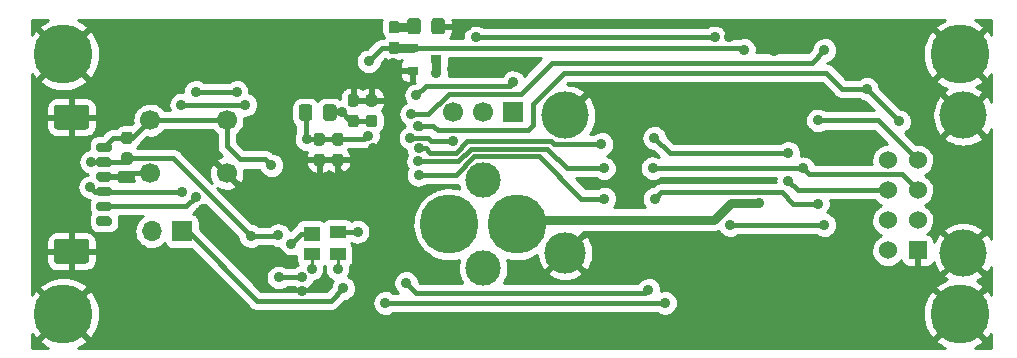
<source format=gtl>
%TF.GenerationSoftware,KiCad,Pcbnew,5.99.0-unknown-57e35c9~88~ubuntu19.10.1*%
%TF.CreationDate,2021-08-07T12:38:00-04:00*%
%TF.ProjectId,FOD,464f442e-6b69-4636-9164-5f7063625858,rev?*%
%TF.SameCoordinates,Original*%
%TF.FileFunction,Copper,L1,Top*%
%TF.FilePolarity,Positive*%
%FSLAX46Y46*%
G04 Gerber Fmt 4.6, Leading zero omitted, Abs format (unit mm)*
G04 Created by KiCad (PCBNEW 5.99.0-unknown-57e35c9~88~ubuntu19.10.1) date 2021-08-07 12:38:00*
%MOMM*%
%LPD*%
G01*
G04 APERTURE LIST*
%TA.AperFunction,ComponentPad*%
%ADD10C,4.000000*%
%TD*%
%TA.AperFunction,ComponentPad*%
%ADD11C,3.500000*%
%TD*%
%TA.AperFunction,ComponentPad*%
%ADD12C,3.000000*%
%TD*%
%TA.AperFunction,ComponentPad*%
%ADD13C,5.000000*%
%TD*%
%TA.AperFunction,ComponentPad*%
%ADD14C,1.700000*%
%TD*%
%TA.AperFunction,ComponentPad*%
%ADD15R,1.700000X1.700000*%
%TD*%
%TA.AperFunction,ComponentPad*%
%ADD16C,1.524000*%
%TD*%
%TA.AperFunction,ComponentPad*%
%ADD17R,1.524000X1.524000*%
%TD*%
%TA.AperFunction,SMDPad,CuDef*%
%ADD18R,0.900000X0.800000*%
%TD*%
%TA.AperFunction,ComponentPad*%
%ADD19O,1.700000X1.700000*%
%TD*%
%TA.AperFunction,SMDPad,CuDef*%
%ADD20R,1.400000X1.000000*%
%TD*%
%TA.AperFunction,SMDPad,CuDef*%
%ADD21R,1.400000X1.200000*%
%TD*%
%TA.AperFunction,ViaPad*%
%ADD22C,0.900000*%
%TD*%
%TA.AperFunction,Conductor*%
%ADD23C,0.250000*%
%TD*%
%TA.AperFunction,Conductor*%
%ADD24C,0.450000*%
%TD*%
%TA.AperFunction,Conductor*%
%ADD25C,0.800000*%
%TD*%
%TA.AperFunction,Conductor*%
%ADD26C,0.500000*%
%TD*%
%TA.AperFunction,Conductor*%
%ADD27C,0.254000*%
%TD*%
G04 APERTURE END LIST*
D10*
%TO.P,U6,3,PORT2*%
%TO.N,GND*%
X180654999Y-57104999D03*
X180654999Y-68744999D03*
X146954999Y-57104999D03*
D11*
X146954999Y-68744999D03*
D12*
X140004999Y-62600000D03*
X140004999Y-70049998D03*
D13*
%TO.P,U6,2,PORT1*%
%TO.N,/Deploy/PORT*%
X137154999Y-66324999D03*
%TO.P,U6,1,VIN*%
%TO.N,/VAUX*%
X142854999Y-66324999D03*
%TO.P,U6,4,GND*%
%TO.N,GND*%
X180354999Y-51924999D03*
X180354999Y-73924999D03*
X104454999Y-73924999D03*
X104454999Y-51924999D03*
%TD*%
%TO.P,J4,MP*%
%TO.N,GND*%
%TA.AperFunction,SMDPad,CuDef*%
G36*
G01*
X103899900Y-67549999D02*
X106400100Y-67549999D01*
G75*
G02*
X106650000Y-67799899I0J-249900D01*
G01*
X106650000Y-69400099D01*
G75*
G02*
X106400100Y-69649999I-249900J0D01*
G01*
X103899900Y-69649999D01*
G75*
G02*
X103650000Y-69400099I0J249900D01*
G01*
X103650000Y-67799899D01*
G75*
G02*
X103899900Y-67549999I249900J0D01*
G01*
G37*
%TD.AperFunction*%
%TA.AperFunction,SMDPad,CuDef*%
G36*
G01*
X103899900Y-56199999D02*
X106400100Y-56199999D01*
G75*
G02*
X106650000Y-56449899I0J-249900D01*
G01*
X106650000Y-58050099D01*
G75*
G02*
X106400100Y-58299999I-249900J0D01*
G01*
X103899900Y-58299999D01*
G75*
G02*
X103650000Y-58050099I0J249900D01*
G01*
X103650000Y-56449899D01*
G75*
G02*
X103899900Y-56199999I249900J0D01*
G01*
G37*
%TD.AperFunction*%
%TO.P,J4,6,Pin_6*%
%TO.N,Net-(J4-Pad6)*%
%TA.AperFunction,SMDPad,CuDef*%
G36*
G01*
X107450000Y-65649999D02*
X108350000Y-65649999D01*
G75*
G02*
X108550000Y-65849999I0J-200000D01*
G01*
X108550000Y-66249999D01*
G75*
G02*
X108350000Y-66449999I-200000J0D01*
G01*
X107450000Y-66449999D01*
G75*
G02*
X107250000Y-66249999I0J200000D01*
G01*
X107250000Y-65849999D01*
G75*
G02*
X107450000Y-65649999I200000J0D01*
G01*
G37*
%TD.AperFunction*%
%TO.P,J4,5,Pin_5*%
%TO.N,/SWDIO*%
%TA.AperFunction,SMDPad,CuDef*%
G36*
G01*
X107450000Y-64399999D02*
X108350000Y-64399999D01*
G75*
G02*
X108550000Y-64599999I0J-200000D01*
G01*
X108550000Y-64999999D01*
G75*
G02*
X108350000Y-65199999I-200000J0D01*
G01*
X107450000Y-65199999D01*
G75*
G02*
X107250000Y-64999999I0J200000D01*
G01*
X107250000Y-64599999D01*
G75*
G02*
X107450000Y-64399999I200000J0D01*
G01*
G37*
%TD.AperFunction*%
%TO.P,J4,4,Pin_4*%
%TO.N,/SWCLK*%
%TA.AperFunction,SMDPad,CuDef*%
G36*
G01*
X107450000Y-63149999D02*
X108350000Y-63149999D01*
G75*
G02*
X108550000Y-63349999I0J-200000D01*
G01*
X108550000Y-63749999D01*
G75*
G02*
X108350000Y-63949999I-200000J0D01*
G01*
X107450000Y-63949999D01*
G75*
G02*
X107250000Y-63749999I0J200000D01*
G01*
X107250000Y-63349999D01*
G75*
G02*
X107450000Y-63149999I200000J0D01*
G01*
G37*
%TD.AperFunction*%
%TO.P,J4,3,Pin_3*%
%TO.N,GND*%
%TA.AperFunction,SMDPad,CuDef*%
G36*
G01*
X107450000Y-61899999D02*
X108350000Y-61899999D01*
G75*
G02*
X108550000Y-62099999I0J-200000D01*
G01*
X108550000Y-62499999D01*
G75*
G02*
X108350000Y-62699999I-200000J0D01*
G01*
X107450000Y-62699999D01*
G75*
G02*
X107250000Y-62499999I0J200000D01*
G01*
X107250000Y-62099999D01*
G75*
G02*
X107450000Y-61899999I200000J0D01*
G01*
G37*
%TD.AperFunction*%
%TO.P,J4,2,Pin_2*%
%TO.N,/3V3*%
%TA.AperFunction,SMDPad,CuDef*%
G36*
G01*
X107450000Y-60649999D02*
X108350000Y-60649999D01*
G75*
G02*
X108550000Y-60849999I0J-200000D01*
G01*
X108550000Y-61249999D01*
G75*
G02*
X108350000Y-61449999I-200000J0D01*
G01*
X107450000Y-61449999D01*
G75*
G02*
X107250000Y-61249999I0J200000D01*
G01*
X107250000Y-60849999D01*
G75*
G02*
X107450000Y-60649999I200000J0D01*
G01*
G37*
%TD.AperFunction*%
%TO.P,J4,1,Pin_1*%
%TO.N,/RESET*%
%TA.AperFunction,SMDPad,CuDef*%
G36*
G01*
X107450000Y-59399999D02*
X108350000Y-59399999D01*
G75*
G02*
X108550000Y-59599999I0J-200000D01*
G01*
X108550000Y-59999999D01*
G75*
G02*
X108350000Y-60199999I-200000J0D01*
G01*
X107450000Y-60199999D01*
G75*
G02*
X107250000Y-59999999I0J200000D01*
G01*
X107250000Y-59599999D01*
G75*
G02*
X107450000Y-59399999I200000J0D01*
G01*
G37*
%TD.AperFunction*%
%TD*%
D14*
%TO.P,U4,3,NC*%
%TO.N,/3V3*%
X137464999Y-56800000D03*
%TO.P,U4,2,NO*%
%TO.N,GND*%
X140004999Y-56800000D03*
D15*
%TO.P,U4,1,COM*%
%TO.N,/DPL_STA*%
X142544999Y-56800000D03*
%TD*%
D16*
%TO.P,U3,8,IRQ*%
%TO.N,/TRX_IRQ*%
X174260000Y-60905000D03*
%TO.P,U3,7,MISO*%
%TO.N,/MISO*%
X176800000Y-60905000D03*
%TO.P,U3,6,MOSI*%
%TO.N,/MOSI*%
X174260000Y-63445000D03*
%TO.P,U3,5,SCK*%
%TO.N,/SCK*%
X176800000Y-63445000D03*
%TO.P,U3,4,~CSN*%
%TO.N,/TRX_CSN*%
X174260000Y-65985000D03*
%TO.P,U3,3,CE*%
%TO.N,/TRX_CE*%
X176800000Y-65985000D03*
%TO.P,U3,2,VCC*%
%TO.N,/3V3*%
X174260000Y-68525000D03*
D17*
%TO.P,U3,1,GND*%
%TO.N,GND*%
X176800000Y-68525000D03*
%TD*%
D14*
%TO.P,SW1,1,1*%
%TO.N,/RESET*%
X111800000Y-57500000D03*
%TO.P,SW1,2,2*%
X118300000Y-57500000D03*
%TO.P,SW1,3,3*%
%TO.N,GND*%
X111800000Y-62000000D03*
%TO.P,SW1,4,4*%
X118300000Y-62000000D03*
%TD*%
%TO.P,R6,2*%
%TO.N,Net-(D2-Pad2)*%
%TA.AperFunction,SMDPad,CuDef*%
G36*
G01*
X132712500Y-50150000D02*
X132237500Y-50150000D01*
G75*
G02*
X132000000Y-49912500I0J237500D01*
G01*
X132000000Y-49337500D01*
G75*
G02*
X132237500Y-49100000I237500J0D01*
G01*
X132712500Y-49100000D01*
G75*
G02*
X132950000Y-49337500I0J-237500D01*
G01*
X132950000Y-49912500D01*
G75*
G02*
X132712500Y-50150000I-237500J0D01*
G01*
G37*
%TD.AperFunction*%
%TO.P,R6,1*%
%TO.N,/DPL_EN*%
%TA.AperFunction,SMDPad,CuDef*%
G36*
G01*
X132712500Y-51900000D02*
X132237500Y-51900000D01*
G75*
G02*
X132000000Y-51662500I0J237500D01*
G01*
X132000000Y-51087500D01*
G75*
G02*
X132237500Y-50850000I237500J0D01*
G01*
X132712500Y-50850000D01*
G75*
G02*
X132950000Y-51087500I0J-237500D01*
G01*
X132950000Y-51662500D01*
G75*
G02*
X132712500Y-51900000I-237500J0D01*
G01*
G37*
%TD.AperFunction*%
%TD*%
%TO.P,R2,2*%
%TO.N,/RESET*%
%TA.AperFunction,SMDPad,CuDef*%
G36*
G01*
X110087500Y-59525000D02*
X109612500Y-59525000D01*
G75*
G02*
X109375000Y-59287500I0J237500D01*
G01*
X109375000Y-58712500D01*
G75*
G02*
X109612500Y-58475000I237500J0D01*
G01*
X110087500Y-58475000D01*
G75*
G02*
X110325000Y-58712500I0J-237500D01*
G01*
X110325000Y-59287500D01*
G75*
G02*
X110087500Y-59525000I-237500J0D01*
G01*
G37*
%TD.AperFunction*%
%TO.P,R2,1*%
%TO.N,/3V3*%
%TA.AperFunction,SMDPad,CuDef*%
G36*
G01*
X110087500Y-61275000D02*
X109612500Y-61275000D01*
G75*
G02*
X109375000Y-61037500I0J237500D01*
G01*
X109375000Y-60462500D01*
G75*
G02*
X109612500Y-60225000I237500J0D01*
G01*
X110087500Y-60225000D01*
G75*
G02*
X110325000Y-60462500I0J-237500D01*
G01*
X110325000Y-61037500D01*
G75*
G02*
X110087500Y-61275000I-237500J0D01*
G01*
G37*
%TD.AperFunction*%
%TD*%
D18*
%TO.P,Q1,3,D*%
%TO.N,/Deploy/PORT*%
X136025000Y-52350000D03*
%TO.P,Q1,2,S*%
%TO.N,GND*%
X134025000Y-53300000D03*
%TO.P,Q1,1,G*%
%TO.N,/DPL_EN*%
X134025000Y-51400000D03*
%TD*%
%TO.P,L1,2*%
%TO.N,/3V3*%
%TA.AperFunction,SMDPad,CuDef*%
G36*
G01*
X125550000Y-56399999D02*
X125550000Y-57300001D01*
G75*
G02*
X125300001Y-57550000I-249999J0D01*
G01*
X124649999Y-57550000D01*
G75*
G02*
X124400000Y-57300001I0J249999D01*
G01*
X124400000Y-56399999D01*
G75*
G02*
X124649999Y-56150000I249999J0D01*
G01*
X125300001Y-56150000D01*
G75*
G02*
X125550000Y-56399999I0J-249999D01*
G01*
G37*
%TD.AperFunction*%
%TO.P,L1,1*%
%TO.N,/VDDANA*%
%TA.AperFunction,SMDPad,CuDef*%
G36*
G01*
X127600000Y-56399999D02*
X127600000Y-57300001D01*
G75*
G02*
X127350001Y-57550000I-249999J0D01*
G01*
X126699999Y-57550000D01*
G75*
G02*
X126450000Y-57300001I0J249999D01*
G01*
X126450000Y-56399999D01*
G75*
G02*
X126699999Y-56150000I249999J0D01*
G01*
X127350001Y-56150000D01*
G75*
G02*
X127600000Y-56399999I0J-249999D01*
G01*
G37*
%TD.AperFunction*%
%TD*%
D19*
%TO.P,J3,2,Pin_2*%
%TO.N,Net-(Cr1-Pad1)*%
X111960000Y-66925000D03*
D15*
%TO.P,J3,1,Pin_1*%
%TO.N,/VUSB*%
X114500000Y-66925000D03*
%TD*%
%TO.P,D2,2,A*%
%TO.N,Net-(D2-Pad2)*%
%TA.AperFunction,SMDPad,CuDef*%
G36*
G01*
X134725000Y-49099999D02*
X134725000Y-50000001D01*
G75*
G02*
X134475001Y-50250000I-249999J0D01*
G01*
X133824999Y-50250000D01*
G75*
G02*
X133575000Y-50000001I0J249999D01*
G01*
X133575000Y-49099999D01*
G75*
G02*
X133824999Y-48850000I249999J0D01*
G01*
X134475001Y-48850000D01*
G75*
G02*
X134725000Y-49099999I0J-249999D01*
G01*
G37*
%TD.AperFunction*%
%TO.P,D2,1,K*%
%TO.N,GND*%
%TA.AperFunction,SMDPad,CuDef*%
G36*
G01*
X136775000Y-49099999D02*
X136775000Y-50000001D01*
G75*
G02*
X136525001Y-50250000I-249999J0D01*
G01*
X135874999Y-50250000D01*
G75*
G02*
X135625000Y-50000001I0J249999D01*
G01*
X135625000Y-49099999D01*
G75*
G02*
X135874999Y-48850000I249999J0D01*
G01*
X136525001Y-48850000D01*
G75*
G02*
X136775000Y-49099999I0J-249999D01*
G01*
G37*
%TD.AperFunction*%
%TD*%
D20*
%TO.P,D1,4,VCC*%
%TO.N,/VUSB*%
X127675000Y-66950000D03*
%TO.P,D1,3,I/O2*%
%TO.N,/USB_N*%
X127675000Y-68850000D03*
%TO.P,D1,2,I/O1*%
%TO.N,/USB_P*%
X125475000Y-68850000D03*
D21*
%TO.P,D1,1,GND*%
%TO.N,/USB/SHIELD*%
X125475000Y-67130000D03*
%TD*%
%TO.P,C3b1,2*%
%TO.N,GND*%
%TA.AperFunction,SMDPad,CuDef*%
G36*
G01*
X127462500Y-60350000D02*
X127937500Y-60350000D01*
G75*
G02*
X128175000Y-60587500I0J-237500D01*
G01*
X128175000Y-61162500D01*
G75*
G02*
X127937500Y-61400000I-237500J0D01*
G01*
X127462500Y-61400000D01*
G75*
G02*
X127225000Y-61162500I0J237500D01*
G01*
X127225000Y-60587500D01*
G75*
G02*
X127462500Y-60350000I237500J0D01*
G01*
G37*
%TD.AperFunction*%
%TO.P,C3b1,1*%
%TO.N,/3V3*%
%TA.AperFunction,SMDPad,CuDef*%
G36*
G01*
X127462500Y-58600000D02*
X127937500Y-58600000D01*
G75*
G02*
X128175000Y-58837500I0J-237500D01*
G01*
X128175000Y-59412500D01*
G75*
G02*
X127937500Y-59650000I-237500J0D01*
G01*
X127462500Y-59650000D01*
G75*
G02*
X127225000Y-59412500I0J237500D01*
G01*
X127225000Y-58837500D01*
G75*
G02*
X127462500Y-58600000I237500J0D01*
G01*
G37*
%TD.AperFunction*%
%TD*%
%TO.P,C3a1,2*%
%TO.N,GND*%
%TA.AperFunction,SMDPad,CuDef*%
G36*
G01*
X125887500Y-60350000D02*
X126362500Y-60350000D01*
G75*
G02*
X126600000Y-60587500I0J-237500D01*
G01*
X126600000Y-61162500D01*
G75*
G02*
X126362500Y-61400000I-237500J0D01*
G01*
X125887500Y-61400000D01*
G75*
G02*
X125650000Y-61162500I0J237500D01*
G01*
X125650000Y-60587500D01*
G75*
G02*
X125887500Y-60350000I237500J0D01*
G01*
G37*
%TD.AperFunction*%
%TO.P,C3a1,1*%
%TO.N,/3V3*%
%TA.AperFunction,SMDPad,CuDef*%
G36*
G01*
X125887500Y-58600000D02*
X126362500Y-58600000D01*
G75*
G02*
X126600000Y-58837500I0J-237500D01*
G01*
X126600000Y-59412500D01*
G75*
G02*
X126362500Y-59650000I-237500J0D01*
G01*
X125887500Y-59650000D01*
G75*
G02*
X125650000Y-59412500I0J237500D01*
G01*
X125650000Y-58837500D01*
G75*
G02*
X125887500Y-58600000I237500J0D01*
G01*
G37*
%TD.AperFunction*%
%TD*%
%TO.P,C2b1,2*%
%TO.N,GND*%
%TA.AperFunction,SMDPad,CuDef*%
G36*
G01*
X129237500Y-56350000D02*
X128762500Y-56350000D01*
G75*
G02*
X128525000Y-56112500I0J237500D01*
G01*
X128525000Y-55537500D01*
G75*
G02*
X128762500Y-55300000I237500J0D01*
G01*
X129237500Y-55300000D01*
G75*
G02*
X129475000Y-55537500I0J-237500D01*
G01*
X129475000Y-56112500D01*
G75*
G02*
X129237500Y-56350000I-237500J0D01*
G01*
G37*
%TD.AperFunction*%
%TO.P,C2b1,1*%
%TO.N,/VDDANA*%
%TA.AperFunction,SMDPad,CuDef*%
G36*
G01*
X129237500Y-58100000D02*
X128762500Y-58100000D01*
G75*
G02*
X128525000Y-57862500I0J237500D01*
G01*
X128525000Y-57287500D01*
G75*
G02*
X128762500Y-57050000I237500J0D01*
G01*
X129237500Y-57050000D01*
G75*
G02*
X129475000Y-57287500I0J-237500D01*
G01*
X129475000Y-57862500D01*
G75*
G02*
X129237500Y-58100000I-237500J0D01*
G01*
G37*
%TD.AperFunction*%
%TD*%
%TO.P,C2a1,2*%
%TO.N,GND*%
%TA.AperFunction,SMDPad,CuDef*%
G36*
G01*
X130787500Y-56350000D02*
X130312500Y-56350000D01*
G75*
G02*
X130075000Y-56112500I0J237500D01*
G01*
X130075000Y-55537500D01*
G75*
G02*
X130312500Y-55300000I237500J0D01*
G01*
X130787500Y-55300000D01*
G75*
G02*
X131025000Y-55537500I0J-237500D01*
G01*
X131025000Y-56112500D01*
G75*
G02*
X130787500Y-56350000I-237500J0D01*
G01*
G37*
%TD.AperFunction*%
%TO.P,C2a1,1*%
%TO.N,/VDDANA*%
%TA.AperFunction,SMDPad,CuDef*%
G36*
G01*
X130787500Y-58100000D02*
X130312500Y-58100000D01*
G75*
G02*
X130075000Y-57862500I0J237500D01*
G01*
X130075000Y-57287500D01*
G75*
G02*
X130312500Y-57050000I237500J0D01*
G01*
X130787500Y-57050000D01*
G75*
G02*
X131025000Y-57287500I0J-237500D01*
G01*
X131025000Y-57862500D01*
G75*
G02*
X130787500Y-58100000I-237500J0D01*
G01*
G37*
%TD.AperFunction*%
%TD*%
D22*
%TO.N,GND*%
X120725000Y-58450000D03*
X128425000Y-62200000D03*
%TO.N,/3V3*%
X130241688Y-58813939D03*
X125075000Y-59125000D03*
%TO.N,GND*%
X125575000Y-49750000D03*
%TO.N,/TRX_CE*%
X175225000Y-57600000D03*
%TO.N,GND*%
X172575000Y-64750000D03*
%TO.N,/SCL*%
X131725000Y-72975000D03*
X155400000Y-72975000D03*
%TO.N,/SDA*%
X154000000Y-71875000D03*
X133475000Y-71300000D03*
%TO.N,GND*%
X172575000Y-59425000D03*
X154550000Y-55025000D03*
%TO.N,/TRX_CE*%
X172475000Y-54850000D03*
%TO.N,/MOSI*%
X165850000Y-62650000D03*
%TO.N,/MISO*%
X168350000Y-57525000D03*
%TO.N,/TRX_CSN*%
X133907770Y-57000000D03*
%TO.N,/Deploy/PORT*%
X136025000Y-53475000D03*
%TO.N,/MISO*%
X154525000Y-64150000D03*
%TO.N,/SCK*%
X154375000Y-61575000D03*
%TO.N,/MOSI*%
X154500000Y-59000000D03*
%TO.N,/uC_MISO*%
X150275000Y-64150000D03*
%TO.N,/uC_SCK*%
X150225000Y-61575000D03*
%TO.N,/uC_MOSI*%
X150025000Y-59525000D03*
%TO.N,/VAUX*%
X163350000Y-64500000D03*
%TO.N,GND*%
X132375000Y-53975000D03*
X143700000Y-49375000D03*
X147400000Y-75725000D03*
X140000000Y-75725000D03*
X160150000Y-69700000D03*
%TO.N,/SCK*%
X167100000Y-61575000D03*
%TO.N,GND*%
X164600000Y-58500000D03*
X164600000Y-51650000D03*
X160850000Y-57700000D03*
X140000000Y-53075000D03*
%TO.N,/DPL_STA*%
X142550000Y-54300000D03*
%TO.N,/TRX_CSN*%
X168900000Y-51575000D03*
%TO.N,/3V3*%
X159600000Y-50500000D03*
X139375000Y-50500000D03*
%TO.N,/uC_MISO*%
X134550000Y-62125000D03*
%TO.N,/uC_SCK*%
X134525000Y-61000000D03*
%TO.N,/uC_MOSI*%
X134550000Y-59900000D03*
%TO.N,/3V3*%
X137425000Y-59275000D03*
%TO.N,/MOSI*%
X165850000Y-60300000D03*
%TO.N,/MISO*%
X168350000Y-64575000D03*
%TO.N,/TRX_CE*%
X134500000Y-58000000D03*
%TO.N,/3V3*%
X168875000Y-66375000D03*
X160900000Y-66375000D03*
%TO.N,GND*%
X171650000Y-71325000D03*
X168825000Y-69700000D03*
X160850000Y-50425000D03*
%TO.N,/3V3*%
X133850000Y-59000000D03*
%TO.N,/DPL_STA*%
X134350000Y-55400000D03*
%TO.N,/DPL_EN*%
X162075000Y-51575000D03*
X130325000Y-52525000D03*
%TO.N,/VUSB*%
X128167499Y-71742499D03*
X129375000Y-66950000D03*
%TO.N,/3V3*%
X120325000Y-67300000D03*
%TO.N,GND*%
X116325000Y-65050000D03*
X132400000Y-52700000D03*
X138600000Y-49550000D03*
X108862500Y-73112500D03*
X108762500Y-71287500D03*
X113562500Y-71262500D03*
X109850000Y-57150000D03*
X121575000Y-50275000D03*
X109850000Y-66100000D03*
X109850000Y-62325000D03*
X130675000Y-59825000D03*
X125825000Y-62750000D03*
X125575000Y-50775000D03*
X129000000Y-53975000D03*
%TO.N,/SWCLK*%
X114450000Y-56200000D03*
%TO.N,/SWDIO*%
X115675000Y-55125000D03*
X115675000Y-63975000D03*
%TO.N,/SWCLK*%
X114475000Y-63575000D03*
%TO.N,/SWDIO*%
X119125000Y-55125000D03*
%TO.N,/SWCLK*%
X119875000Y-56200000D03*
%TO.N,/RESET*%
X122075000Y-61325020D03*
%TO.N,/3V3*%
X122675000Y-67250000D03*
%TO.N,GND*%
X120675000Y-70600000D03*
X117900000Y-71625000D03*
%TO.N,/USB/ID*%
X122700000Y-70825000D03*
X124647164Y-70799356D03*
%TO.N,GND*%
X124675000Y-71950000D03*
%TO.N,/USB/SHIELD*%
X123750000Y-67950000D03*
%TO.N,/SWCLK*%
X106750000Y-63175000D03*
%TO.N,/3V3*%
X106825000Y-61050000D03*
%TO.N,/VDDANA*%
X128050000Y-56850000D03*
%TO.N,/USB_N*%
X127675000Y-70075000D03*
%TO.N,/USB_P*%
X125475000Y-70075000D03*
%TD*%
D23*
%TO.N,GND*%
X130550000Y-55825000D02*
X130550000Y-54825000D01*
X130550000Y-54825000D02*
X131400000Y-53975000D01*
X129000000Y-53975000D02*
X129000000Y-55825000D01*
X129000000Y-55825000D02*
X130550000Y-55825000D01*
X126125000Y-60875000D02*
X126125000Y-62450000D01*
X126125000Y-62450000D02*
X125825000Y-62750000D01*
X127700000Y-60875000D02*
X126125000Y-60875000D01*
D24*
%TO.N,/VDDANA*%
X130550000Y-57575000D02*
X129000000Y-57575000D01*
D23*
X129000000Y-57575000D02*
X128775000Y-57575000D01*
D24*
X128775000Y-57575000D02*
X128050000Y-56850000D01*
D23*
%TO.N,GND*%
X127700000Y-61475000D02*
X128425000Y-62200000D01*
X127700000Y-60875000D02*
X127700000Y-61475000D01*
D24*
%TO.N,/3V3*%
X124975000Y-56850000D02*
X124975000Y-59025000D01*
D23*
X124975000Y-59025000D02*
X125075000Y-59125000D01*
D24*
X129930627Y-59125000D02*
X130241688Y-58813939D01*
X127700000Y-59125000D02*
X129930627Y-59125000D01*
X126125000Y-59125000D02*
X127700000Y-59125000D01*
X125075000Y-59125000D02*
X126125000Y-59125000D01*
%TO.N,/TRX_CE*%
X172475000Y-54850000D02*
X175225000Y-57600000D01*
%TO.N,/MOSI*%
X165850000Y-62650000D02*
X166645000Y-63445000D01*
X166645000Y-63445000D02*
X174260000Y-63445000D01*
%TO.N,/SCK*%
X167100000Y-61575000D02*
X167617001Y-62092001D01*
X167617001Y-62092001D02*
X175447001Y-62092001D01*
X175447001Y-62092001D02*
X176800000Y-63445000D01*
%TO.N,/MISO*%
X168350000Y-57525000D02*
X173420000Y-57525000D01*
X173420000Y-57525000D02*
X176800000Y-60905000D01*
D23*
%TO.N,/SDA*%
X134250000Y-72075000D02*
X134300000Y-72125000D01*
D24*
X134049999Y-71874999D02*
X134250000Y-72075000D01*
X134300000Y-72125000D02*
X153750000Y-72125000D01*
X153750000Y-72125000D02*
X154000000Y-71875000D01*
%TO.N,/SCL*%
X131725000Y-72975000D02*
X155400000Y-72975000D01*
D23*
%TO.N,/SDA*%
X153999999Y-71874999D02*
X154000000Y-71875000D01*
D24*
X133475000Y-71300000D02*
X134049999Y-71874999D01*
%TO.N,GND*%
X172200000Y-59050000D02*
X172575000Y-59425000D01*
X171525000Y-59050000D02*
X172200000Y-59050000D01*
D23*
X131400000Y-53975000D02*
X132375000Y-53975000D01*
D24*
%TO.N,/TRX_CE*%
X143775000Y-58350000D02*
X144200000Y-57925000D01*
X144200000Y-57925000D02*
X144200000Y-56150000D01*
X144200000Y-56150000D02*
X146850000Y-53500000D01*
X169000000Y-53500000D02*
X169025000Y-53500000D01*
X169025000Y-53500000D02*
X170375000Y-54850000D01*
X170375000Y-54850000D02*
X172475000Y-54850000D01*
%TO.N,/SCK*%
X164850000Y-61575000D02*
X167100000Y-61575000D01*
%TO.N,/DPL_STA*%
X134350000Y-55400000D02*
X135150010Y-54599990D01*
X135150010Y-54599990D02*
X142250010Y-54599990D01*
X142250010Y-54599990D02*
X142550000Y-54300000D01*
%TO.N,/TRX_CSN*%
X133907770Y-57000000D02*
X135377997Y-57000000D01*
X135377997Y-57000000D02*
X137127997Y-55250000D01*
X137127997Y-55250000D02*
X143175000Y-55250000D01*
D23*
%TO.N,GND*%
X133000000Y-53300000D02*
X133000000Y-53350000D01*
X133000000Y-53350000D02*
X132375000Y-53975000D01*
X134025000Y-53300000D02*
X133000000Y-53300000D01*
X133000000Y-53300000D02*
X132400000Y-52700000D01*
D24*
%TO.N,/DPL_EN*%
X138125000Y-51400000D02*
X161900000Y-51400000D01*
X161900000Y-51400000D02*
X162075000Y-51575000D01*
%TO.N,GND*%
X138600000Y-49550000D02*
X136200000Y-49550000D01*
D25*
%TO.N,/Deploy/PORT*%
X136025000Y-52350000D02*
X136025000Y-53475000D01*
D24*
%TO.N,/DPL_EN*%
X134025000Y-51400000D02*
X138125000Y-51400000D01*
X132475000Y-51375000D02*
X131475000Y-51375000D01*
X131475000Y-51375000D02*
X130325000Y-52525000D01*
%TO.N,/MISO*%
X154525000Y-64150000D02*
X155050001Y-63624999D01*
X155050001Y-63624999D02*
X165299999Y-63624999D01*
X165299999Y-63624999D02*
X166250000Y-64575000D01*
%TO.N,/SCK*%
X154375000Y-61575000D02*
X164850000Y-61575000D01*
%TO.N,/MOSI*%
X154500000Y-59000000D02*
X155800000Y-60300000D01*
X155800000Y-60300000D02*
X165850000Y-60300000D01*
%TO.N,/uC_MISO*%
X148325000Y-64150000D02*
X150275000Y-64150000D01*
X144750000Y-60575000D02*
X148325000Y-64150000D01*
%TO.N,/uC_SCK*%
X147100000Y-61575000D02*
X150225000Y-61575000D01*
X145449990Y-59924990D02*
X147100000Y-61575000D01*
%TO.N,/uC_MOSI*%
X150020000Y-59530000D02*
X150025000Y-59525000D01*
X146005000Y-59530000D02*
X150020000Y-59530000D01*
X145749980Y-59274980D02*
X146005000Y-59530000D01*
D25*
%TO.N,/VAUX*%
X160975000Y-64500000D02*
X163350000Y-64500000D01*
X143254998Y-65925000D02*
X159550000Y-65925000D01*
X142854999Y-66324999D02*
X143254998Y-65925000D01*
X159550000Y-65925000D02*
X160975000Y-64500000D01*
D23*
%TO.N,GND*%
X140000000Y-75725000D02*
X147400000Y-75725000D01*
D24*
X168825000Y-69700000D02*
X160150000Y-69700000D01*
X164600000Y-58500000D02*
X165236396Y-58500000D01*
X165786396Y-59050000D02*
X171525000Y-59050000D01*
X165236396Y-58500000D02*
X165786396Y-59050000D01*
%TO.N,/SCK*%
X167000000Y-61475000D02*
X167100000Y-61575000D01*
%TO.N,/TRX_CSN*%
X145798499Y-52626501D02*
X143175000Y-55250000D01*
D23*
X145798499Y-52625000D02*
X145798499Y-52626501D01*
D24*
X168900000Y-51575000D02*
X167850000Y-52625000D01*
X167850000Y-52625000D02*
X145798499Y-52625000D01*
%TO.N,/uC_MOSI*%
X134550000Y-59900000D02*
X135186396Y-59900000D01*
X135536396Y-60250000D02*
X137705748Y-60250000D01*
X135186396Y-59900000D02*
X135536396Y-60250000D01*
X137705748Y-60250000D02*
X138680768Y-59274980D01*
X138680768Y-59274980D02*
X145749980Y-59274980D01*
%TO.N,/uC_SCK*%
X137875000Y-61000000D02*
X138950010Y-59924990D01*
X138950010Y-59924990D02*
X145449990Y-59924990D01*
%TO.N,/3V3*%
X139375000Y-50500000D02*
X159600000Y-50500000D01*
%TO.N,/uC_MISO*%
X139225000Y-60575000D02*
X144750000Y-60575000D01*
X134550000Y-62125000D02*
X137675000Y-62125000D01*
X137675000Y-62125000D02*
X139225000Y-60575000D01*
%TO.N,/MISO*%
X166250000Y-64575000D02*
X168350000Y-64575000D01*
%TO.N,/uC_SCK*%
X134525000Y-61000000D02*
X137875000Y-61000000D01*
%TO.N,/3V3*%
X135625000Y-59275000D02*
X137425000Y-59275000D01*
X135350000Y-59000000D02*
X135625000Y-59275000D01*
X133850000Y-59000000D02*
X135350000Y-59000000D01*
%TO.N,/TRX_CE*%
X136150000Y-58350000D02*
X143775000Y-58350000D01*
X134500000Y-58000000D02*
X135800000Y-58000000D01*
X135800000Y-58000000D02*
X136150000Y-58350000D01*
X134650000Y-58150000D02*
X134500000Y-58000000D01*
X146850000Y-53500000D02*
X169000000Y-53500000D01*
%TO.N,/3V3*%
X160900000Y-66375000D02*
X168875000Y-66375000D01*
D25*
%TO.N,/VAUX*%
X142854999Y-66324999D02*
X143150001Y-66324999D01*
D23*
%TO.N,/DPL_EN*%
X132325000Y-51525000D02*
X132475000Y-51375000D01*
D24*
%TO.N,/VUSB*%
X114500000Y-66925000D02*
X114975000Y-66925000D01*
X127084997Y-72825001D02*
X128167499Y-71742499D01*
X114975000Y-66925000D02*
X120875001Y-72825001D01*
X120875001Y-72825001D02*
X127084997Y-72825001D01*
X127675000Y-66950000D02*
X129375000Y-66950000D01*
D25*
%TO.N,Net-(D2-Pad2)*%
X132475000Y-49625000D02*
X134075000Y-49625000D01*
D23*
X134075000Y-49625000D02*
X134150000Y-49550000D01*
D25*
%TO.N,/DPL_EN*%
X134025000Y-51400000D02*
X132500000Y-51400000D01*
D23*
X132500000Y-51400000D02*
X132475000Y-51375000D01*
D24*
%TO.N,GND*%
X111800000Y-62000000D02*
X110175000Y-62000000D01*
X110175000Y-62000000D02*
X109850000Y-62325000D01*
X107900000Y-62299999D02*
X109824999Y-62299999D01*
D23*
X109824999Y-62299999D02*
X109850000Y-62325000D01*
D24*
%TO.N,/RESET*%
X111800000Y-57500000D02*
X118300000Y-57500000D01*
%TO.N,/SWCLK*%
X119875000Y-56200000D02*
X114450000Y-56200000D01*
%TO.N,/SWDIO*%
X119125000Y-55125000D02*
X115675000Y-55125000D01*
X114850001Y-64799999D02*
X115675000Y-63975000D01*
X107900000Y-64799999D02*
X114850001Y-64799999D01*
D23*
%TO.N,/SWCLK*%
X114449999Y-63549999D02*
X114475000Y-63575000D01*
D24*
X107900000Y-63549999D02*
X114449999Y-63549999D01*
%TO.N,/RESET*%
X121574979Y-60824999D02*
X119399999Y-60824999D01*
X119399999Y-60824999D02*
X118300000Y-59725000D01*
X118300000Y-59725000D02*
X118300000Y-57500000D01*
X122075000Y-61325020D02*
X121574979Y-60824999D01*
%TO.N,/3V3*%
X122625000Y-67300000D02*
X122675000Y-67250000D01*
X120325000Y-67300000D02*
X122625000Y-67300000D01*
X113749999Y-60724999D02*
X120325000Y-67300000D01*
X109875001Y-60724999D02*
X113749999Y-60724999D01*
X109850000Y-60750000D02*
X109875001Y-60724999D01*
%TO.N,/USB/ID*%
X122725644Y-70799356D02*
X122700000Y-70825000D01*
X124647164Y-70799356D02*
X122725644Y-70799356D01*
%TO.N,/USB/SHIELD*%
X124570000Y-67130000D02*
X125475000Y-67130000D01*
X123750000Y-67950000D02*
X124570000Y-67130000D01*
%TO.N,/RESET*%
X109850000Y-59000000D02*
X110300000Y-59000000D01*
X110300000Y-59000000D02*
X111800000Y-57500000D01*
X109850000Y-59000000D02*
X108699999Y-59000000D01*
X108699999Y-59000000D02*
X107900000Y-59799999D01*
%TO.N,/3V3*%
X107900000Y-61049999D02*
X109550001Y-61049999D01*
X109550001Y-61049999D02*
X109850000Y-60750000D01*
%TO.N,/SWCLK*%
X107124999Y-63549999D02*
X106750000Y-63175000D01*
X107900000Y-63549999D02*
X107124999Y-63549999D01*
%TO.N,/3V3*%
X106825000Y-61050000D02*
X107899999Y-61050000D01*
D23*
X107899999Y-61050000D02*
X107900000Y-61049999D01*
D26*
%TO.N,/VDDANA*%
X128050000Y-56850000D02*
X127025000Y-56850000D01*
D23*
%TO.N,/USB_N*%
X127675000Y-68850000D02*
X127675000Y-70075000D01*
%TO.N,/USB_P*%
X125475000Y-68850000D02*
X125475000Y-70075000D01*
%TD*%
%TO.N,GND*%
G36*
X103106859Y-49090134D02*
G01*
X103100307Y-49093259D01*
X102789962Y-49263872D01*
X102783813Y-49267729D01*
X102495134Y-49472882D01*
X102489469Y-49477421D01*
X102389509Y-49567426D01*
X102386675Y-49675656D01*
X104402808Y-51691789D01*
X104507190Y-51691789D01*
X106527308Y-49671671D01*
X106519515Y-49557359D01*
X106208828Y-49321534D01*
X106202802Y-49317485D01*
X105897970Y-49137208D01*
X105891520Y-49133879D01*
X105723337Y-49058999D01*
X131410165Y-49058999D01*
X131398928Y-49083606D01*
X131393850Y-49100899D01*
X131361418Y-49326464D01*
X131360776Y-49335442D01*
X131360776Y-49916812D01*
X131362220Y-49930242D01*
X131434114Y-50260735D01*
X131442744Y-50281569D01*
X131569611Y-50478979D01*
X131581414Y-50492600D01*
X131594533Y-50503967D01*
X131585839Y-50514000D01*
X131571459Y-50514000D01*
X131553605Y-50509960D01*
X131535709Y-50508520D01*
X131447384Y-50514000D01*
X131417742Y-50514000D01*
X131408800Y-50514637D01*
X131387162Y-50517736D01*
X131307658Y-50522669D01*
X131290078Y-50526309D01*
X131265601Y-50535145D01*
X131239841Y-50538834D01*
X131222609Y-50543873D01*
X131150086Y-50576847D01*
X131074982Y-50603960D01*
X131058815Y-50612619D01*
X131038742Y-50627472D01*
X131014607Y-50638445D01*
X130999483Y-50648118D01*
X130930420Y-50707627D01*
X130912330Y-50721012D01*
X130905247Y-50727116D01*
X130889337Y-50743026D01*
X130826387Y-50797268D01*
X130814585Y-50810797D01*
X130801725Y-50830637D01*
X130186532Y-51445831D01*
X129994589Y-51482446D01*
X129979511Y-51487346D01*
X129745697Y-51597370D01*
X129732311Y-51605865D01*
X129533205Y-51770580D01*
X129522351Y-51782138D01*
X129370463Y-51991193D01*
X129362825Y-52005087D01*
X129267700Y-52245347D01*
X129263757Y-52260703D01*
X129231370Y-52517073D01*
X129231370Y-52532927D01*
X129263757Y-52789297D01*
X129267700Y-52804653D01*
X129362825Y-53044913D01*
X129370463Y-53058807D01*
X129522351Y-53267862D01*
X129533205Y-53279420D01*
X129732311Y-53444135D01*
X129745697Y-53452630D01*
X129979511Y-53562654D01*
X129994589Y-53567554D01*
X130248419Y-53615975D01*
X130264242Y-53616970D01*
X130522139Y-53600745D01*
X130537713Y-53597774D01*
X130783472Y-53517921D01*
X130797818Y-53511171D01*
X130812570Y-53501809D01*
X132933163Y-53501809D01*
X132933163Y-53708258D01*
X132935319Y-53724634D01*
X133010137Y-54003859D01*
X133022880Y-54028339D01*
X133153990Y-54184590D01*
X133170879Y-54198761D01*
X133345120Y-54299359D01*
X133365837Y-54306900D01*
X133558538Y-54340878D01*
X133569499Y-54341837D01*
X133823191Y-54341837D01*
X133897000Y-54268028D01*
X133897000Y-53501809D01*
X133823191Y-53428000D01*
X133006972Y-53428000D01*
X132933163Y-53501809D01*
X130812570Y-53501809D01*
X131015998Y-53372710D01*
X131028215Y-53362604D01*
X131205106Y-53174233D01*
X131214425Y-53161407D01*
X131338914Y-52934962D01*
X131344750Y-52920221D01*
X131409013Y-52669933D01*
X131410648Y-52656988D01*
X131711937Y-52355699D01*
X131757048Y-52394788D01*
X131772211Y-52404532D01*
X131983606Y-52501072D01*
X132000899Y-52506150D01*
X132226464Y-52538582D01*
X132235442Y-52539224D01*
X132716812Y-52539224D01*
X132730242Y-52537780D01*
X133060735Y-52465886D01*
X133081569Y-52457256D01*
X133114644Y-52436000D01*
X133141644Y-52436000D01*
X133090410Y-52478990D01*
X133076239Y-52495879D01*
X132975641Y-52670120D01*
X132968100Y-52690837D01*
X132934122Y-52883538D01*
X132933163Y-52894499D01*
X132933163Y-53098191D01*
X133006972Y-53172000D01*
X134153000Y-53172000D01*
X134153000Y-54268028D01*
X134206721Y-54321749D01*
X134019589Y-54357446D01*
X134004511Y-54362346D01*
X133770697Y-54472370D01*
X133757311Y-54480865D01*
X133558205Y-54645580D01*
X133547351Y-54657138D01*
X133395463Y-54866193D01*
X133387825Y-54880087D01*
X133292700Y-55120347D01*
X133288757Y-55135703D01*
X133256370Y-55392073D01*
X133256370Y-55407927D01*
X133288757Y-55664297D01*
X133292700Y-55679653D01*
X133387825Y-55919913D01*
X133395463Y-55933807D01*
X133453417Y-56013573D01*
X133328467Y-56072370D01*
X133315081Y-56080865D01*
X133115975Y-56245580D01*
X133105121Y-56257138D01*
X132953233Y-56466193D01*
X132945595Y-56480087D01*
X132850470Y-56720347D01*
X132846527Y-56735703D01*
X132814140Y-56992073D01*
X132814140Y-57007927D01*
X132846527Y-57264297D01*
X132850470Y-57279653D01*
X132945595Y-57519913D01*
X132953233Y-57533807D01*
X133105121Y-57742862D01*
X133115975Y-57754420D01*
X133315081Y-57919135D01*
X133328467Y-57927630D01*
X133409683Y-57965847D01*
X133406370Y-57992073D01*
X133406370Y-58007928D01*
X133406441Y-58008494D01*
X133270697Y-58072370D01*
X133257311Y-58080865D01*
X133058205Y-58245580D01*
X133047351Y-58257138D01*
X132895463Y-58466193D01*
X132887825Y-58480087D01*
X132792700Y-58720347D01*
X132788757Y-58735703D01*
X132756370Y-58992073D01*
X132756370Y-59007927D01*
X132788757Y-59264297D01*
X132792700Y-59279653D01*
X132887825Y-59519913D01*
X132895463Y-59533807D01*
X133047351Y-59742862D01*
X133058205Y-59754420D01*
X133257311Y-59919135D01*
X133270697Y-59927630D01*
X133470752Y-60021769D01*
X133488757Y-60164297D01*
X133492700Y-60179653D01*
X133587825Y-60419913D01*
X133594830Y-60432655D01*
X133570463Y-60466193D01*
X133562825Y-60480087D01*
X133467700Y-60720347D01*
X133463757Y-60735703D01*
X133431370Y-60992073D01*
X133431370Y-61007927D01*
X133463757Y-61264297D01*
X133467700Y-61279653D01*
X133562825Y-61519913D01*
X133570463Y-61533807D01*
X133603810Y-61579705D01*
X133595463Y-61591193D01*
X133587825Y-61605087D01*
X133492700Y-61845347D01*
X133488757Y-61860703D01*
X133456370Y-62117073D01*
X133456370Y-62132927D01*
X133488757Y-62389297D01*
X133492700Y-62404653D01*
X133587825Y-62644913D01*
X133595463Y-62658807D01*
X133747351Y-62867862D01*
X133758205Y-62879420D01*
X133957311Y-63044135D01*
X133970697Y-63052630D01*
X134204511Y-63162654D01*
X134219589Y-63167554D01*
X134473419Y-63215975D01*
X134489242Y-63216970D01*
X134747139Y-63200745D01*
X134762713Y-63197774D01*
X135008472Y-63117921D01*
X135022818Y-63111171D01*
X135220056Y-62986000D01*
X137578542Y-62986000D01*
X137596396Y-62990040D01*
X137614292Y-62991480D01*
X137702617Y-62986000D01*
X137732258Y-62986000D01*
X137741200Y-62985363D01*
X137762838Y-62982264D01*
X137842342Y-62977331D01*
X137859922Y-62973691D01*
X137884399Y-62964855D01*
X137900390Y-62962565D01*
X137947740Y-63185332D01*
X137950166Y-63193791D01*
X137989608Y-63302156D01*
X137923251Y-63281361D01*
X137916210Y-63279593D01*
X137568332Y-63213231D01*
X137561135Y-63212283D01*
X137207935Y-63186347D01*
X137200677Y-63186233D01*
X136846836Y-63201063D01*
X136839613Y-63201783D01*
X136489822Y-63257185D01*
X136482730Y-63258731D01*
X136141624Y-63353970D01*
X136134757Y-63356321D01*
X135806859Y-63490134D01*
X135800307Y-63493259D01*
X135489962Y-63663872D01*
X135483813Y-63667729D01*
X135195134Y-63872882D01*
X135189469Y-63877421D01*
X134926283Y-64114395D01*
X134921177Y-64119555D01*
X134686973Y-64385207D01*
X134682494Y-64390920D01*
X134480375Y-64681730D01*
X134476582Y-64687920D01*
X134309228Y-65000034D01*
X134306171Y-65006619D01*
X134175800Y-65335900D01*
X134173521Y-65342792D01*
X134081860Y-65684876D01*
X134080388Y-65691984D01*
X134028652Y-66042336D01*
X134028007Y-66049567D01*
X134016883Y-66403543D01*
X134017073Y-66410800D01*
X134046708Y-66763708D01*
X134047730Y-66770895D01*
X134117730Y-67118059D01*
X134119572Y-67125080D01*
X134229011Y-67461898D01*
X134231648Y-67468661D01*
X134379074Y-67790668D01*
X134382471Y-67797084D01*
X134565931Y-68100012D01*
X134570043Y-68105994D01*
X134787104Y-68385828D01*
X134791876Y-68391298D01*
X135039663Y-68644330D01*
X135045032Y-68649215D01*
X135320259Y-68872090D01*
X135326154Y-68876325D01*
X135625173Y-69066089D01*
X135631516Y-69069619D01*
X135950366Y-69223758D01*
X135957072Y-69226536D01*
X136291523Y-69343004D01*
X136298505Y-69344993D01*
X136644127Y-69422248D01*
X136651291Y-69423421D01*
X137003502Y-69460440D01*
X137010753Y-69460782D01*
X137364885Y-69457074D01*
X137372127Y-69456580D01*
X137723485Y-69412193D01*
X137730622Y-69410870D01*
X137989842Y-69347200D01*
X137950166Y-69456207D01*
X137947740Y-69464666D01*
X137887524Y-69747963D01*
X137886299Y-69756678D01*
X137866096Y-70045598D01*
X137866096Y-70054398D01*
X137886299Y-70343318D01*
X137887524Y-70352033D01*
X137947740Y-70635330D01*
X137950166Y-70643789D01*
X138049225Y-70915948D01*
X138052804Y-70923987D01*
X138188774Y-71179712D01*
X138193438Y-71187175D01*
X138249255Y-71264000D01*
X134656637Y-71264000D01*
X134560648Y-71168011D01*
X134559013Y-71155067D01*
X134494750Y-70904779D01*
X134488914Y-70890038D01*
X134364425Y-70663593D01*
X134355106Y-70650767D01*
X134178215Y-70462396D01*
X134165998Y-70452290D01*
X133947818Y-70313829D01*
X133933472Y-70307079D01*
X133687713Y-70227226D01*
X133672139Y-70224255D01*
X133414242Y-70208030D01*
X133398419Y-70209025D01*
X133144589Y-70257446D01*
X133129511Y-70262346D01*
X132895697Y-70372370D01*
X132882311Y-70380865D01*
X132683205Y-70545580D01*
X132672351Y-70557138D01*
X132520463Y-70766193D01*
X132512825Y-70780087D01*
X132417700Y-71020347D01*
X132413757Y-71035703D01*
X132381370Y-71292073D01*
X132381370Y-71307927D01*
X132413757Y-71564297D01*
X132417700Y-71579653D01*
X132512825Y-71819913D01*
X132520463Y-71833807D01*
X132672351Y-72042862D01*
X132683205Y-72054420D01*
X132755225Y-72114000D01*
X132395056Y-72114000D01*
X132197818Y-71988829D01*
X132183472Y-71982079D01*
X131937713Y-71902226D01*
X131922139Y-71899255D01*
X131664242Y-71883030D01*
X131648419Y-71884025D01*
X131394589Y-71932446D01*
X131379511Y-71937346D01*
X131145697Y-72047370D01*
X131132311Y-72055865D01*
X130933205Y-72220580D01*
X130922351Y-72232138D01*
X130770463Y-72441193D01*
X130762825Y-72455087D01*
X130667700Y-72695347D01*
X130663757Y-72710703D01*
X130631370Y-72967073D01*
X130631370Y-72982927D01*
X130663757Y-73239297D01*
X130667700Y-73254653D01*
X130762825Y-73494913D01*
X130770463Y-73508807D01*
X130922351Y-73717862D01*
X130933205Y-73729420D01*
X131132311Y-73894135D01*
X131145697Y-73902630D01*
X131379511Y-74012654D01*
X131394589Y-74017554D01*
X131648419Y-74065975D01*
X131664242Y-74066970D01*
X131922139Y-74050745D01*
X131937713Y-74047774D01*
X132183472Y-73967921D01*
X132197818Y-73961171D01*
X132395056Y-73836000D01*
X154737037Y-73836000D01*
X154807310Y-73894135D01*
X154820697Y-73902630D01*
X155054511Y-74012654D01*
X155069589Y-74017554D01*
X155323419Y-74065975D01*
X155339242Y-74066970D01*
X155597139Y-74050745D01*
X155612713Y-74047774D01*
X155748840Y-74003543D01*
X177216883Y-74003543D01*
X177217073Y-74010800D01*
X177246708Y-74363708D01*
X177247730Y-74370895D01*
X177317730Y-74718059D01*
X177319572Y-74725080D01*
X177429011Y-75061898D01*
X177431648Y-75068661D01*
X177579074Y-75390668D01*
X177582471Y-75397084D01*
X177765931Y-75700012D01*
X177770043Y-75705994D01*
X177989438Y-75988838D01*
X178102996Y-75995983D01*
X180121789Y-73977190D01*
X180121789Y-73872808D01*
X178105981Y-71857000D01*
X177996985Y-71860425D01*
X177886973Y-71985207D01*
X177882494Y-71990920D01*
X177680375Y-72281730D01*
X177676582Y-72287920D01*
X177509228Y-72600034D01*
X177506171Y-72606619D01*
X177375800Y-72935900D01*
X177373521Y-72942792D01*
X177281860Y-73284876D01*
X177280388Y-73291984D01*
X177228652Y-73642336D01*
X177228007Y-73649567D01*
X177216883Y-74003543D01*
X155748840Y-74003543D01*
X155858472Y-73967921D01*
X155872818Y-73961171D01*
X156090998Y-73822710D01*
X156103215Y-73812604D01*
X156280106Y-73624233D01*
X156289425Y-73611407D01*
X156413914Y-73384962D01*
X156419750Y-73370221D01*
X156484013Y-73119933D01*
X156486000Y-73104203D01*
X156486000Y-72845797D01*
X156484013Y-72830067D01*
X156419750Y-72579779D01*
X156413914Y-72565038D01*
X156289425Y-72338593D01*
X156280106Y-72325767D01*
X156103215Y-72137396D01*
X156090998Y-72127290D01*
X155872818Y-71988829D01*
X155858472Y-71982079D01*
X155612713Y-71902226D01*
X155597139Y-71899255D01*
X155339242Y-71883030D01*
X155323419Y-71884025D01*
X155086000Y-71929315D01*
X155086000Y-71745797D01*
X155084013Y-71730067D01*
X155070043Y-71675656D01*
X178286675Y-71675656D01*
X180302808Y-73691789D01*
X180407190Y-73691789D01*
X182427308Y-71671671D01*
X182419515Y-71557359D01*
X182108828Y-71321534D01*
X182102802Y-71317485D01*
X181797970Y-71137208D01*
X181791520Y-71133879D01*
X181777725Y-71127737D01*
X181922857Y-71059443D01*
X181929797Y-71055628D01*
X182202936Y-70882289D01*
X182209343Y-70877634D01*
X182362981Y-70750534D01*
X182368229Y-70639249D01*
X180707190Y-68978209D01*
X180602808Y-68978209D01*
X178941769Y-70639249D01*
X178947017Y-70750534D01*
X179100655Y-70877634D01*
X179107062Y-70882289D01*
X179267176Y-70983900D01*
X179006859Y-71090134D01*
X179000307Y-71093259D01*
X178689962Y-71263872D01*
X178683813Y-71267729D01*
X178395134Y-71472882D01*
X178389469Y-71477421D01*
X178289509Y-71567426D01*
X178286675Y-71675656D01*
X155070043Y-71675656D01*
X155019750Y-71479779D01*
X155013914Y-71465038D01*
X154889425Y-71238593D01*
X154880106Y-71225767D01*
X154703215Y-71037396D01*
X154690998Y-71027290D01*
X154472818Y-70888829D01*
X154458472Y-70882079D01*
X154212713Y-70802226D01*
X154197139Y-70799255D01*
X153939242Y-70783030D01*
X153923419Y-70784025D01*
X153669589Y-70832446D01*
X153654511Y-70837346D01*
X153420697Y-70947370D01*
X153407311Y-70955865D01*
X153208205Y-71120580D01*
X153197351Y-71132138D01*
X153101548Y-71264000D01*
X141762773Y-71264000D01*
X141891473Y-71058037D01*
X141895604Y-71050267D01*
X142013405Y-70785680D01*
X142016415Y-70777411D01*
X142096247Y-70499005D01*
X142098076Y-70490397D01*
X142101888Y-70463269D01*
X145417748Y-70463269D01*
X145420584Y-70571502D01*
X145474306Y-70619870D01*
X145480874Y-70625038D01*
X145735274Y-70799230D01*
X145742470Y-70803485D01*
X146017674Y-70942500D01*
X146025369Y-70945767D01*
X146316541Y-71047164D01*
X146324601Y-71049384D01*
X146626626Y-71111381D01*
X146634908Y-71112516D01*
X146942479Y-71134023D01*
X146950839Y-71134052D01*
X147258553Y-71114692D01*
X147266843Y-71113615D01*
X147569294Y-71053729D01*
X147577368Y-71051565D01*
X147869242Y-70952204D01*
X147876960Y-70948991D01*
X148153128Y-70811900D01*
X148160353Y-70807695D01*
X148415964Y-70635283D01*
X148422569Y-70630160D01*
X148488572Y-70571560D01*
X148491799Y-70462818D01*
X147007190Y-68978209D01*
X146902808Y-68978209D01*
X145417748Y-70463269D01*
X142101888Y-70463269D01*
X142138385Y-70203590D01*
X142138999Y-70194811D01*
X142138999Y-69905185D01*
X142138385Y-69896406D01*
X142098076Y-69609599D01*
X142096247Y-69600991D01*
X142024507Y-69350805D01*
X142344127Y-69422248D01*
X142351291Y-69423421D01*
X142703502Y-69460440D01*
X142710753Y-69460782D01*
X143064885Y-69457074D01*
X143072127Y-69456580D01*
X143423485Y-69412193D01*
X143430622Y-69410870D01*
X143774551Y-69326393D01*
X143781489Y-69324259D01*
X144113429Y-69200811D01*
X144120076Y-69197894D01*
X144435627Y-69037113D01*
X144441894Y-69033451D01*
X144577152Y-68943585D01*
X144579469Y-68998860D01*
X144580371Y-69007170D01*
X144633911Y-69310809D01*
X144635905Y-69318927D01*
X144729132Y-69612818D01*
X144732182Y-69620601D01*
X144863460Y-69899579D01*
X144867513Y-69906891D01*
X145034534Y-70166056D01*
X145039518Y-70172767D01*
X145127791Y-70276489D01*
X145238061Y-70280918D01*
X146826171Y-68692808D01*
X147188209Y-68692808D01*
X147188209Y-68797190D01*
X148672153Y-70281134D01*
X148781914Y-70277109D01*
X148860466Y-70186104D01*
X148865497Y-70179428D01*
X149034323Y-69921436D01*
X149038427Y-69914152D01*
X149171649Y-69636097D01*
X149174754Y-69628335D01*
X149270030Y-69335104D01*
X149272080Y-69327000D01*
X149327878Y-69022984D01*
X149328895Y-69013136D01*
X149339160Y-68593148D01*
X149338625Y-68583261D01*
X149297745Y-68276883D01*
X149296093Y-68268688D01*
X149215254Y-67971151D01*
X149212532Y-67963247D01*
X149093052Y-67679016D01*
X149089309Y-67671541D01*
X148933288Y-67405610D01*
X148928589Y-67398695D01*
X148785589Y-67215664D01*
X148672283Y-67208734D01*
X147188209Y-68692808D01*
X146826171Y-68692808D01*
X148492501Y-67026478D01*
X148487807Y-66961000D01*
X159482108Y-66961000D01*
X159541741Y-66968851D01*
X159558259Y-66968851D01*
X159621988Y-66960461D01*
X159621999Y-66960460D01*
X159812192Y-66935421D01*
X159828146Y-66931146D01*
X159934697Y-66887011D01*
X159937825Y-66894913D01*
X159945463Y-66908807D01*
X160097351Y-67117862D01*
X160108205Y-67129420D01*
X160307311Y-67294135D01*
X160320697Y-67302630D01*
X160554511Y-67412654D01*
X160569589Y-67417554D01*
X160823419Y-67465975D01*
X160839242Y-67466970D01*
X161097139Y-67450745D01*
X161112713Y-67447774D01*
X161358472Y-67367921D01*
X161372818Y-67361171D01*
X161570056Y-67236000D01*
X168212037Y-67236000D01*
X168282310Y-67294135D01*
X168295697Y-67302630D01*
X168529511Y-67412654D01*
X168544589Y-67417554D01*
X168798419Y-67465975D01*
X168814242Y-67466970D01*
X169072139Y-67450745D01*
X169087713Y-67447774D01*
X169333472Y-67367921D01*
X169347818Y-67361171D01*
X169565998Y-67222710D01*
X169578215Y-67212604D01*
X169755106Y-67024233D01*
X169764425Y-67011407D01*
X169888914Y-66784962D01*
X169894750Y-66770221D01*
X169959013Y-66519933D01*
X169961000Y-66504203D01*
X169961000Y-66245797D01*
X169959013Y-66230067D01*
X169894750Y-65979779D01*
X169888914Y-65965038D01*
X169764425Y-65738593D01*
X169755106Y-65725767D01*
X169578215Y-65537396D01*
X169565998Y-65527290D01*
X169347818Y-65388829D01*
X169333472Y-65382079D01*
X169140699Y-65319442D01*
X169230106Y-65224233D01*
X169239425Y-65211407D01*
X169363914Y-64984962D01*
X169369750Y-64970221D01*
X169434013Y-64719933D01*
X169436000Y-64704203D01*
X169436000Y-64445797D01*
X169434013Y-64430067D01*
X169402158Y-64306000D01*
X173157168Y-64306000D01*
X173172193Y-64328109D01*
X173179301Y-64336793D01*
X173345769Y-64506786D01*
X173354304Y-64514075D01*
X173548245Y-64651901D01*
X173557934Y-64657563D01*
X173678668Y-64714376D01*
X173622358Y-64737356D01*
X173612385Y-64742503D01*
X173411496Y-64869990D01*
X173402592Y-64876823D01*
X173227455Y-65037870D01*
X173219902Y-65046171D01*
X173076052Y-65235686D01*
X173070088Y-65245193D01*
X172962071Y-65457188D01*
X172957885Y-65467601D01*
X172889117Y-65695373D01*
X172886841Y-65706363D01*
X172859494Y-65942713D01*
X172859200Y-65953932D01*
X172874140Y-66191390D01*
X172875838Y-66202484D01*
X172932591Y-66433543D01*
X172936226Y-66444161D01*
X173033000Y-66661517D01*
X173038458Y-66671323D01*
X173172193Y-66868109D01*
X173179301Y-66876793D01*
X173345769Y-67046786D01*
X173354304Y-67054075D01*
X173548245Y-67191901D01*
X173557934Y-67197563D01*
X173678668Y-67254376D01*
X173622358Y-67277356D01*
X173612385Y-67282503D01*
X173411496Y-67409990D01*
X173402592Y-67416823D01*
X173227455Y-67577870D01*
X173219902Y-67586171D01*
X173076052Y-67775686D01*
X173070088Y-67785193D01*
X172962071Y-67997188D01*
X172957885Y-68007601D01*
X172889117Y-68235373D01*
X172886841Y-68246363D01*
X172859494Y-68482713D01*
X172859200Y-68493932D01*
X172874140Y-68731390D01*
X172875838Y-68742484D01*
X172932591Y-68973543D01*
X172936226Y-68984161D01*
X173033000Y-69201517D01*
X173038458Y-69211323D01*
X173172193Y-69408109D01*
X173179301Y-69416793D01*
X173345769Y-69586786D01*
X173354304Y-69594075D01*
X173548245Y-69731901D01*
X173557934Y-69737563D01*
X173773217Y-69838867D01*
X173783757Y-69842724D01*
X174013577Y-69904304D01*
X174024633Y-69906233D01*
X174261725Y-69926144D01*
X174272948Y-69926085D01*
X174509819Y-69903694D01*
X174520854Y-69901649D01*
X174750016Y-69837665D01*
X174760514Y-69833698D01*
X174974724Y-69730145D01*
X174984354Y-69724382D01*
X175176841Y-69584532D01*
X175185299Y-69577154D01*
X175349979Y-69405428D01*
X175356996Y-69396669D01*
X175402680Y-69327909D01*
X175473137Y-69590859D01*
X175485880Y-69615339D01*
X175616990Y-69771590D01*
X175633879Y-69785761D01*
X175808120Y-69886359D01*
X175828837Y-69893900D01*
X176021538Y-69927878D01*
X176032499Y-69928837D01*
X176598191Y-69928837D01*
X176672000Y-69855028D01*
X176672001Y-68397000D01*
X176928000Y-68397001D01*
X176927999Y-69855028D01*
X177001808Y-69928837D01*
X177570258Y-69928837D01*
X177586634Y-69926681D01*
X177865859Y-69851863D01*
X177890339Y-69839120D01*
X178046590Y-69708010D01*
X178060761Y-69691121D01*
X178142248Y-69549981D01*
X178143977Y-69556716D01*
X178146425Y-69564248D01*
X178265513Y-69865029D01*
X178268885Y-69872195D01*
X178424731Y-70155680D01*
X178428974Y-70162366D01*
X178640517Y-70453530D01*
X178756333Y-70462645D01*
X180421789Y-68797190D01*
X180421789Y-68692808D01*
X178756333Y-67027353D01*
X178640517Y-67036468D01*
X178428974Y-67327632D01*
X178424731Y-67334318D01*
X178268885Y-67617803D01*
X178265513Y-67624969D01*
X178203837Y-67780744D01*
X178203837Y-67754742D01*
X178201681Y-67738366D01*
X178126863Y-67459142D01*
X178114120Y-67434662D01*
X177983010Y-67278410D01*
X177966121Y-67264239D01*
X177791880Y-67163641D01*
X177771163Y-67156100D01*
X177603879Y-67126604D01*
X177716841Y-67044532D01*
X177725299Y-67037154D01*
X177889979Y-66865428D01*
X177896996Y-66856669D01*
X177900929Y-66850749D01*
X178941769Y-66850749D01*
X180602808Y-68511789D01*
X180707190Y-68511789D01*
X182368229Y-66850749D01*
X182362981Y-66739464D01*
X182209343Y-66612364D01*
X182202936Y-66607709D01*
X181929797Y-66434370D01*
X181922857Y-66430555D01*
X181630146Y-66292816D01*
X181622783Y-66289901D01*
X181315116Y-66189933D01*
X181307446Y-66187964D01*
X180989677Y-66127346D01*
X180981819Y-66126353D01*
X180658959Y-66106041D01*
X180651039Y-66106041D01*
X180328179Y-66126353D01*
X180320321Y-66127346D01*
X180002552Y-66187964D01*
X179994882Y-66189933D01*
X179687215Y-66289901D01*
X179679852Y-66292816D01*
X179387141Y-66430555D01*
X179380201Y-66434370D01*
X179107062Y-66607709D01*
X179100655Y-66612364D01*
X178947017Y-66739464D01*
X178941769Y-66850749D01*
X177900929Y-66850749D01*
X178028662Y-66658494D01*
X178034018Y-66648631D01*
X178128510Y-66430273D01*
X178132034Y-66419617D01*
X178186553Y-66187172D01*
X178188200Y-66174402D01*
X178196210Y-65868510D01*
X178195234Y-65855671D01*
X178152954Y-65620691D01*
X178149992Y-65609866D01*
X178067058Y-65386861D01*
X178062226Y-65376732D01*
X177941112Y-65171938D01*
X177934563Y-65162824D01*
X177779096Y-64982714D01*
X177771036Y-64974904D01*
X177586132Y-64825172D01*
X177576817Y-64818913D01*
X177384416Y-64713138D01*
X177514724Y-64650145D01*
X177524354Y-64644382D01*
X177716841Y-64504532D01*
X177725299Y-64497154D01*
X177889979Y-64325428D01*
X177896996Y-64316669D01*
X178028662Y-64118494D01*
X178034018Y-64108631D01*
X178128510Y-63890273D01*
X178132034Y-63879617D01*
X178186553Y-63647172D01*
X178188200Y-63634402D01*
X178196210Y-63328510D01*
X178195234Y-63315671D01*
X178152954Y-63080691D01*
X178149992Y-63069866D01*
X178067058Y-62846861D01*
X178062226Y-62836732D01*
X177941112Y-62631938D01*
X177934563Y-62622824D01*
X177779096Y-62442714D01*
X177771036Y-62434904D01*
X177586132Y-62285172D01*
X177576817Y-62278913D01*
X177384416Y-62173138D01*
X177514724Y-62110145D01*
X177524354Y-62104382D01*
X177716841Y-61964532D01*
X177725299Y-61957154D01*
X177889979Y-61785428D01*
X177896996Y-61776669D01*
X178028662Y-61578494D01*
X178034018Y-61568631D01*
X178128510Y-61350273D01*
X178132034Y-61339617D01*
X178186553Y-61107172D01*
X178188200Y-61094402D01*
X178196210Y-60788510D01*
X178195234Y-60775671D01*
X178152954Y-60540691D01*
X178149992Y-60529866D01*
X178067058Y-60306861D01*
X178062226Y-60296732D01*
X177941112Y-60091938D01*
X177934563Y-60082824D01*
X177779096Y-59902714D01*
X177771036Y-59894904D01*
X177586132Y-59745172D01*
X177576817Y-59738913D01*
X177368321Y-59624290D01*
X177358044Y-59619779D01*
X177132544Y-59543890D01*
X177121632Y-59541270D01*
X176886257Y-59506513D01*
X176875053Y-59505867D01*
X176637244Y-59513340D01*
X176627194Y-59514557D01*
X176111886Y-58999249D01*
X178941769Y-58999249D01*
X178947017Y-59110534D01*
X179100655Y-59237634D01*
X179107062Y-59242289D01*
X179380201Y-59415628D01*
X179387141Y-59419443D01*
X179679852Y-59557182D01*
X179687215Y-59560097D01*
X179994882Y-59660065D01*
X180002552Y-59662034D01*
X180320321Y-59722652D01*
X180328179Y-59723645D01*
X180651039Y-59743957D01*
X180658959Y-59743957D01*
X180981819Y-59723645D01*
X180989677Y-59722652D01*
X181307446Y-59662034D01*
X181315116Y-59660065D01*
X181622783Y-59560097D01*
X181630146Y-59557182D01*
X181922857Y-59419443D01*
X181929797Y-59415628D01*
X182202936Y-59242289D01*
X182209343Y-59237634D01*
X182362981Y-59110534D01*
X182368229Y-58999249D01*
X180707190Y-57338209D01*
X180602808Y-57338209D01*
X178941769Y-58999249D01*
X176111886Y-58999249D01*
X175698424Y-58585787D01*
X175915998Y-58447710D01*
X175928215Y-58437604D01*
X176105106Y-58249233D01*
X176114425Y-58236407D01*
X176238914Y-58009962D01*
X176244750Y-57995221D01*
X176309013Y-57744933D01*
X176311000Y-57729203D01*
X176311000Y-57470797D01*
X176309013Y-57455067D01*
X176244750Y-57204779D01*
X176238914Y-57190038D01*
X176114425Y-56963593D01*
X176105106Y-56950767D01*
X176098047Y-56943249D01*
X178021000Y-56943249D01*
X178021000Y-57266749D01*
X178021497Y-57274652D01*
X178062042Y-57595600D01*
X178063526Y-57603380D01*
X178143977Y-57916716D01*
X178146425Y-57924248D01*
X178265513Y-58225029D01*
X178268885Y-58232195D01*
X178424731Y-58515680D01*
X178428974Y-58522366D01*
X178640517Y-58813530D01*
X178756333Y-58822645D01*
X180421789Y-57157190D01*
X180421789Y-57052808D01*
X178756333Y-55387353D01*
X178640517Y-55396468D01*
X178428974Y-55687632D01*
X178424731Y-55694318D01*
X178268885Y-55977803D01*
X178265513Y-55984969D01*
X178146425Y-56285750D01*
X178143977Y-56293282D01*
X178063526Y-56606618D01*
X178062042Y-56614398D01*
X178021497Y-56935346D01*
X178021000Y-56943249D01*
X176098047Y-56943249D01*
X175928215Y-56762396D01*
X175915998Y-56752290D01*
X175697818Y-56613829D01*
X175683472Y-56607079D01*
X175437713Y-56527226D01*
X175422139Y-56524255D01*
X175363183Y-56520546D01*
X173560648Y-54718012D01*
X173559013Y-54705067D01*
X173494750Y-54454779D01*
X173488914Y-54440038D01*
X173364425Y-54213593D01*
X173355106Y-54200767D01*
X173330969Y-54175063D01*
X178285954Y-54175063D01*
X178291826Y-54287107D01*
X178520259Y-54472089D01*
X178526154Y-54476325D01*
X178825173Y-54666089D01*
X178831516Y-54669619D01*
X179150366Y-54823758D01*
X179157072Y-54826536D01*
X179268417Y-54865310D01*
X179107062Y-54967709D01*
X179100655Y-54972364D01*
X178947017Y-55099464D01*
X178941769Y-55210749D01*
X180602808Y-56871789D01*
X180707190Y-56871789D01*
X182368229Y-55210749D01*
X182362981Y-55099464D01*
X182209343Y-54972364D01*
X182202936Y-54967709D01*
X181929797Y-54794370D01*
X181922857Y-54790555D01*
X181772936Y-54720008D01*
X181935627Y-54637113D01*
X181941894Y-54633451D01*
X182236874Y-54437465D01*
X182242679Y-54433107D01*
X182418419Y-54284594D01*
X182423052Y-54174071D01*
X180407190Y-52158209D01*
X180302808Y-52158209D01*
X178285954Y-54175063D01*
X173330969Y-54175063D01*
X173178215Y-54012396D01*
X173165998Y-54002290D01*
X172947818Y-53863829D01*
X172933472Y-53857079D01*
X172687713Y-53777226D01*
X172672139Y-53774255D01*
X172414242Y-53758030D01*
X172398419Y-53759025D01*
X172144589Y-53807446D01*
X172129511Y-53812346D01*
X171895697Y-53922370D01*
X171882310Y-53930865D01*
X171812037Y-53989000D01*
X170731637Y-53989000D01*
X169702030Y-52959394D01*
X169692258Y-52943906D01*
X169680622Y-52930234D01*
X169614272Y-52871636D01*
X169593331Y-52850694D01*
X169586558Y-52844822D01*
X169569071Y-52831716D01*
X169509360Y-52778982D01*
X169494357Y-52769126D01*
X169470797Y-52758064D01*
X169449973Y-52742458D01*
X169434228Y-52733838D01*
X169359644Y-52705877D01*
X169287351Y-52671936D01*
X169269795Y-52666627D01*
X169245098Y-52662937D01*
X169220278Y-52653631D01*
X169202742Y-52649776D01*
X169124456Y-52643958D01*
X169358472Y-52567921D01*
X169372818Y-52561171D01*
X169590998Y-52422710D01*
X169603215Y-52412604D01*
X169780106Y-52224233D01*
X169789425Y-52211407D01*
X169903699Y-52003543D01*
X177216883Y-52003543D01*
X177217073Y-52010800D01*
X177246708Y-52363708D01*
X177247730Y-52370895D01*
X177317730Y-52718059D01*
X177319572Y-52725080D01*
X177429011Y-53061898D01*
X177431648Y-53068661D01*
X177579074Y-53390668D01*
X177582471Y-53397084D01*
X177765931Y-53700012D01*
X177770043Y-53705994D01*
X177989438Y-53988838D01*
X178102996Y-53995983D01*
X180121789Y-51977190D01*
X180121789Y-51872808D01*
X178105981Y-49857000D01*
X177996985Y-49860425D01*
X177886973Y-49985207D01*
X177882494Y-49990920D01*
X177680375Y-50281730D01*
X177676582Y-50287920D01*
X177509228Y-50600034D01*
X177506171Y-50606619D01*
X177375800Y-50935900D01*
X177373521Y-50942792D01*
X177281860Y-51284876D01*
X177280388Y-51291984D01*
X177228652Y-51642336D01*
X177228007Y-51649567D01*
X177216883Y-52003543D01*
X169903699Y-52003543D01*
X169913914Y-51984962D01*
X169919750Y-51970221D01*
X169984013Y-51719933D01*
X169986000Y-51704203D01*
X169986000Y-51445797D01*
X169984013Y-51430067D01*
X169919750Y-51179779D01*
X169913914Y-51165038D01*
X169789425Y-50938593D01*
X169780106Y-50925767D01*
X169603215Y-50737396D01*
X169590998Y-50727290D01*
X169372818Y-50588829D01*
X169358472Y-50582079D01*
X169112713Y-50502226D01*
X169097139Y-50499255D01*
X168839242Y-50483030D01*
X168823419Y-50484025D01*
X168569589Y-50532446D01*
X168554511Y-50537346D01*
X168320697Y-50647370D01*
X168307311Y-50655865D01*
X168108205Y-50820580D01*
X168097351Y-50832138D01*
X167945463Y-51041193D01*
X167937825Y-51055087D01*
X167842700Y-51295347D01*
X167838757Y-51310703D01*
X167823155Y-51434207D01*
X167493363Y-51764000D01*
X163147698Y-51764000D01*
X163159013Y-51719933D01*
X163161000Y-51704203D01*
X163161000Y-51445797D01*
X163159013Y-51430067D01*
X163094750Y-51179779D01*
X163088914Y-51165038D01*
X162964425Y-50938593D01*
X162955106Y-50925767D01*
X162778215Y-50737396D01*
X162765998Y-50727290D01*
X162547818Y-50588829D01*
X162533472Y-50582079D01*
X162287713Y-50502226D01*
X162272139Y-50499255D01*
X162014242Y-50483030D01*
X161998419Y-50484025D01*
X161744589Y-50532446D01*
X161729511Y-50537346D01*
X161725996Y-50539000D01*
X160686000Y-50539000D01*
X160686000Y-50370797D01*
X160684013Y-50355067D01*
X160619750Y-50104779D01*
X160613914Y-50090038D01*
X160489425Y-49863593D01*
X160480106Y-49850767D01*
X160303215Y-49662396D01*
X160290998Y-49652290D01*
X160072818Y-49513829D01*
X160058472Y-49507079D01*
X159812713Y-49427226D01*
X159797139Y-49424255D01*
X159539242Y-49408030D01*
X159523419Y-49409025D01*
X159269589Y-49457446D01*
X159254511Y-49462346D01*
X159020697Y-49572370D01*
X159007310Y-49580865D01*
X158937037Y-49639000D01*
X140045056Y-49639000D01*
X139847818Y-49513829D01*
X139833472Y-49507079D01*
X139587713Y-49427226D01*
X139572139Y-49424255D01*
X139314242Y-49408030D01*
X139298419Y-49409025D01*
X139044589Y-49457446D01*
X139029511Y-49462346D01*
X138795697Y-49572370D01*
X138782311Y-49580865D01*
X138583205Y-49745580D01*
X138572351Y-49757138D01*
X138420463Y-49966193D01*
X138412825Y-49980087D01*
X138317700Y-50220347D01*
X138313757Y-50235703D01*
X138281370Y-50492073D01*
X138281370Y-50507927D01*
X138285295Y-50539000D01*
X137222855Y-50539000D01*
X137267783Y-50487151D01*
X137277527Y-50471989D01*
X137375561Y-50257324D01*
X137380639Y-50240031D01*
X137413582Y-50010907D01*
X137414224Y-50001930D01*
X137414224Y-49751809D01*
X137340415Y-49678000D01*
X136072000Y-49677999D01*
X136072001Y-49422000D01*
X137340415Y-49422001D01*
X137414224Y-49348192D01*
X137414224Y-49095816D01*
X137412780Y-49082386D01*
X137407692Y-49058999D01*
X179083153Y-49058999D01*
X179006859Y-49090134D01*
X179000307Y-49093259D01*
X178689962Y-49263872D01*
X178683813Y-49267729D01*
X178395134Y-49472882D01*
X178389469Y-49477421D01*
X178289509Y-49567426D01*
X178286675Y-49675656D01*
X180302808Y-51691789D01*
X180407190Y-51691789D01*
X182427308Y-49671671D01*
X182419515Y-49557359D01*
X182108828Y-49321534D01*
X182102802Y-49317485D01*
X181797970Y-49137208D01*
X181791520Y-49133879D01*
X181623337Y-49058999D01*
X183020999Y-49058999D01*
X183020999Y-50275824D01*
X182887035Y-50069538D01*
X182882737Y-50063687D01*
X182715735Y-49861815D01*
X182604450Y-49856567D01*
X180588209Y-51872808D01*
X180588209Y-51977190D01*
X182605689Y-53994670D01*
X182712383Y-53992995D01*
X182760875Y-53941358D01*
X182765533Y-53935788D01*
X182976687Y-53651469D01*
X182980672Y-53645401D01*
X183020999Y-53575553D01*
X183020999Y-55941215D01*
X182885267Y-55694318D01*
X182881024Y-55687632D01*
X182669481Y-55396468D01*
X182553665Y-55387353D01*
X180888209Y-57052808D01*
X180888209Y-57157190D01*
X182553665Y-58822645D01*
X182669481Y-58813530D01*
X182881024Y-58522366D01*
X182885267Y-58515680D01*
X183020999Y-58268782D01*
X183021000Y-67581217D01*
X182885267Y-67334318D01*
X182881024Y-67327632D01*
X182669481Y-67036468D01*
X182553665Y-67027353D01*
X180888209Y-68692808D01*
X180888209Y-68797190D01*
X182553665Y-70462645D01*
X182669481Y-70453530D01*
X182881024Y-70162366D01*
X182885267Y-70155680D01*
X183021000Y-69908781D01*
X183021000Y-72275826D01*
X182887035Y-72069538D01*
X182882737Y-72063687D01*
X182715735Y-71861815D01*
X182604450Y-71856567D01*
X180588209Y-73872808D01*
X180588209Y-73977190D01*
X182605689Y-75994670D01*
X182712383Y-75992995D01*
X182760875Y-75941358D01*
X182765533Y-75935788D01*
X182976687Y-75651469D01*
X182980672Y-75645401D01*
X183021000Y-75575551D01*
X183021000Y-76790999D01*
X181633608Y-76790999D01*
X181935627Y-76637113D01*
X181941894Y-76633451D01*
X182236874Y-76437465D01*
X182242679Y-76433107D01*
X182418419Y-76284594D01*
X182423052Y-76174071D01*
X180407190Y-74158209D01*
X180302808Y-74158209D01*
X178285954Y-76175063D01*
X178291826Y-76287107D01*
X178520259Y-76472089D01*
X178526154Y-76476325D01*
X178825173Y-76666089D01*
X178831516Y-76669619D01*
X179082601Y-76790999D01*
X105733608Y-76790999D01*
X106035627Y-76637113D01*
X106041894Y-76633451D01*
X106336874Y-76437465D01*
X106342679Y-76433107D01*
X106518419Y-76284594D01*
X106523052Y-76174071D01*
X104507190Y-74158209D01*
X104402808Y-74158209D01*
X102385954Y-76175063D01*
X102391826Y-76287107D01*
X102620259Y-76472089D01*
X102626154Y-76476325D01*
X102925173Y-76666089D01*
X102931516Y-76669619D01*
X103182601Y-76790999D01*
X101788999Y-76790999D01*
X101788999Y-75572982D01*
X101865931Y-75700012D01*
X101870043Y-75705994D01*
X102089438Y-75988838D01*
X102202996Y-75995983D01*
X104221789Y-73977190D01*
X104221789Y-73872808D01*
X104688209Y-73872808D01*
X104688209Y-73977190D01*
X106705689Y-75994670D01*
X106812383Y-75992995D01*
X106860875Y-75941358D01*
X106865533Y-75935788D01*
X107076687Y-75651469D01*
X107080672Y-75645401D01*
X107257748Y-75338698D01*
X107261010Y-75332213D01*
X107401660Y-75007189D01*
X107404154Y-75000372D01*
X107506515Y-74661336D01*
X107508210Y-74654278D01*
X107571100Y-74304748D01*
X107572066Y-74295559D01*
X107589183Y-73750893D01*
X107588796Y-73741660D01*
X107547977Y-73388872D01*
X107546729Y-73381721D01*
X107465858Y-73036927D01*
X107463796Y-73029967D01*
X107343831Y-72696753D01*
X107340984Y-72690076D01*
X107183516Y-72372859D01*
X107179919Y-72366553D01*
X106987035Y-72069538D01*
X106982737Y-72063687D01*
X106815735Y-71861815D01*
X106704450Y-71856567D01*
X104688209Y-73872808D01*
X104221789Y-73872808D01*
X102205981Y-71857000D01*
X102096985Y-71860425D01*
X101986973Y-71985207D01*
X101982494Y-71990920D01*
X101788999Y-72269322D01*
X101788999Y-71675656D01*
X102386675Y-71675656D01*
X104402808Y-73691789D01*
X104507190Y-73691789D01*
X106527308Y-71671671D01*
X106519515Y-71557359D01*
X106208828Y-71321534D01*
X106202802Y-71317485D01*
X105897970Y-71137208D01*
X105891520Y-71133879D01*
X105567986Y-70989832D01*
X105561195Y-70987266D01*
X105223251Y-70881361D01*
X105216210Y-70879593D01*
X104868332Y-70813231D01*
X104861135Y-70812283D01*
X104507935Y-70786347D01*
X104500677Y-70786233D01*
X104146836Y-70801063D01*
X104139613Y-70801783D01*
X103789822Y-70857185D01*
X103782730Y-70858731D01*
X103441624Y-70953970D01*
X103434757Y-70956321D01*
X103106859Y-71090134D01*
X103100307Y-71093259D01*
X102789962Y-71263872D01*
X102783813Y-71267729D01*
X102495134Y-71472882D01*
X102489469Y-71477421D01*
X102389509Y-71567426D01*
X102386675Y-71675656D01*
X101788999Y-71675656D01*
X101788999Y-68801807D01*
X103010776Y-68801807D01*
X103010776Y-69404283D01*
X103012220Y-69417713D01*
X103085246Y-69753411D01*
X103093876Y-69774245D01*
X103222671Y-69974654D01*
X103234474Y-69988275D01*
X103412803Y-70142798D01*
X103427965Y-70152542D01*
X103642604Y-70250564D01*
X103659897Y-70255642D01*
X103888993Y-70288581D01*
X103897970Y-70289223D01*
X104948191Y-70289223D01*
X105022000Y-70215414D01*
X105277999Y-70215414D01*
X105351808Y-70289223D01*
X106404284Y-70289223D01*
X106417714Y-70287779D01*
X106753412Y-70214753D01*
X106774246Y-70206123D01*
X106974655Y-70077328D01*
X106988276Y-70065525D01*
X107142799Y-69887196D01*
X107152543Y-69872034D01*
X107250565Y-69657395D01*
X107255643Y-69640102D01*
X107288582Y-69411006D01*
X107289224Y-69402029D01*
X107289224Y-68801808D01*
X107215415Y-68727999D01*
X105351809Y-68727998D01*
X105278000Y-68801807D01*
X105277999Y-70215414D01*
X105022000Y-70215414D01*
X105022001Y-68801808D01*
X104948192Y-68727999D01*
X103084585Y-68727998D01*
X103010776Y-68801807D01*
X101788999Y-68801807D01*
X101788999Y-67797969D01*
X103010776Y-67797969D01*
X103010776Y-68398190D01*
X103084585Y-68471999D01*
X104948191Y-68472000D01*
X105022000Y-68398191D01*
X105022000Y-68398190D01*
X105277999Y-68398190D01*
X105351808Y-68471999D01*
X107215415Y-68472000D01*
X107289224Y-68398191D01*
X107289224Y-67795715D01*
X107287780Y-67782285D01*
X107214754Y-67446587D01*
X107206124Y-67425753D01*
X107077329Y-67225344D01*
X107065526Y-67211723D01*
X106887197Y-67057200D01*
X106872035Y-67047456D01*
X106657396Y-66949434D01*
X106640103Y-66944356D01*
X106411007Y-66911417D01*
X106402030Y-66910775D01*
X105351809Y-66910775D01*
X105278000Y-66984584D01*
X105277999Y-68398190D01*
X105022000Y-68398190D01*
X105022001Y-66984584D01*
X104948192Y-66910775D01*
X103895716Y-66910775D01*
X103882286Y-66912219D01*
X103546588Y-66985245D01*
X103525754Y-66993875D01*
X103325345Y-67122670D01*
X103311724Y-67134473D01*
X103157201Y-67312802D01*
X103147457Y-67327964D01*
X103049435Y-67542603D01*
X103044357Y-67559896D01*
X103011418Y-67788992D01*
X103010776Y-67797969D01*
X101788999Y-67797969D01*
X101788999Y-63167073D01*
X105656370Y-63167073D01*
X105656370Y-63182927D01*
X105688757Y-63439297D01*
X105692700Y-63454653D01*
X105787825Y-63694913D01*
X105795463Y-63708807D01*
X105947351Y-63917862D01*
X105958205Y-63929420D01*
X106157311Y-64094135D01*
X106170697Y-64102630D01*
X106404511Y-64212654D01*
X106419589Y-64217554D01*
X106624325Y-64256609D01*
X106640639Y-64271017D01*
X106655642Y-64280873D01*
X106677249Y-64291018D01*
X106647393Y-64356393D01*
X106642315Y-64373686D01*
X106611418Y-64588579D01*
X106610776Y-64597556D01*
X106610776Y-65004696D01*
X106612220Y-65018126D01*
X106680691Y-65332881D01*
X106689321Y-65353715D01*
X106732268Y-65420542D01*
X106647393Y-65606393D01*
X106642315Y-65623686D01*
X106611418Y-65838579D01*
X106610776Y-65847556D01*
X106610776Y-66254696D01*
X106612220Y-66268126D01*
X106680691Y-66582881D01*
X106689321Y-66603715D01*
X106810358Y-66792053D01*
X106822161Y-66805674D01*
X106989645Y-66950801D01*
X107004807Y-66960545D01*
X107206394Y-67052606D01*
X107223687Y-67057684D01*
X107438580Y-67088581D01*
X107447557Y-67089223D01*
X108354697Y-67089223D01*
X108368127Y-67087779D01*
X108682882Y-67019308D01*
X108703716Y-67010678D01*
X108892054Y-66889641D01*
X108905675Y-66877838D01*
X109050802Y-66710354D01*
X109060546Y-66695192D01*
X109152607Y-66493605D01*
X109157685Y-66476312D01*
X109188582Y-66261419D01*
X109189224Y-66252442D01*
X109189224Y-65845302D01*
X109187780Y-65831872D01*
X109150609Y-65660999D01*
X111174644Y-65660999D01*
X110988199Y-65796957D01*
X110980138Y-65803952D01*
X110812029Y-65976822D01*
X110805263Y-65985074D01*
X110668683Y-66183798D01*
X110663403Y-66193073D01*
X110562260Y-66411968D01*
X110558618Y-66422000D01*
X110495802Y-66654807D01*
X110493903Y-66665309D01*
X110471211Y-66905372D01*
X110471109Y-66916043D01*
X110489188Y-67156497D01*
X110490885Y-67167034D01*
X110549221Y-67401005D01*
X110552669Y-67411104D01*
X110649591Y-67631900D01*
X110654692Y-67641275D01*
X110787430Y-67842584D01*
X110794038Y-67850965D01*
X110958798Y-68027032D01*
X110966722Y-68034180D01*
X111158792Y-68179968D01*
X111167808Y-68185679D01*
X111381696Y-68297021D01*
X111391545Y-68301131D01*
X111621134Y-68374844D01*
X111631535Y-68377236D01*
X111870262Y-68411212D01*
X111880917Y-68411817D01*
X112121956Y-68405084D01*
X112132561Y-68403885D01*
X112369019Y-68356636D01*
X112379270Y-68353667D01*
X112604387Y-68267253D01*
X112613991Y-68262600D01*
X112821330Y-68139491D01*
X112830012Y-68133286D01*
X113013645Y-67977004D01*
X113021158Y-67969424D01*
X113047403Y-67938035D01*
X113085137Y-68078859D01*
X113097880Y-68103339D01*
X113228990Y-68259590D01*
X113245879Y-68273761D01*
X113420120Y-68374359D01*
X113440837Y-68381900D01*
X113633538Y-68415878D01*
X113644499Y-68416837D01*
X115249201Y-68416837D01*
X120197971Y-73365608D01*
X120207743Y-73381095D01*
X120219379Y-73394767D01*
X120285713Y-73453350D01*
X120306668Y-73474306D01*
X120313442Y-73480179D01*
X120330931Y-73493286D01*
X120390641Y-73546020D01*
X120405647Y-73555877D01*
X120429200Y-73566935D01*
X120450023Y-73582541D01*
X120465771Y-73591163D01*
X120540356Y-73619123D01*
X120612649Y-73653065D01*
X120630203Y-73658373D01*
X120654903Y-73662065D01*
X120679725Y-73671370D01*
X120697258Y-73675224D01*
X120788157Y-73681980D01*
X120810428Y-73685308D01*
X120819753Y-73686001D01*
X120842266Y-73686001D01*
X120925120Y-73692158D01*
X120943032Y-73690937D01*
X120966155Y-73686001D01*
X126988539Y-73686001D01*
X127006393Y-73690041D01*
X127024289Y-73691481D01*
X127112614Y-73686001D01*
X127142255Y-73686001D01*
X127151197Y-73685364D01*
X127172835Y-73682265D01*
X127252339Y-73677332D01*
X127269919Y-73673692D01*
X127294396Y-73664856D01*
X127320156Y-73661167D01*
X127337388Y-73656128D01*
X127409911Y-73623154D01*
X127485016Y-73596041D01*
X127501184Y-73587381D01*
X127521254Y-73572529D01*
X127545389Y-73561556D01*
X127560514Y-73551883D01*
X127629578Y-73492373D01*
X127647664Y-73478990D01*
X127654749Y-73472886D01*
X127670653Y-73456981D01*
X127733610Y-73402733D01*
X127745412Y-73389205D01*
X127758275Y-73369360D01*
X128305683Y-72821953D01*
X128364638Y-72818244D01*
X128380212Y-72815273D01*
X128625971Y-72735420D01*
X128640317Y-72728670D01*
X128858497Y-72590209D01*
X128870714Y-72580103D01*
X129047605Y-72391732D01*
X129056924Y-72378906D01*
X129181413Y-72152461D01*
X129187249Y-72137720D01*
X129251512Y-71887432D01*
X129253499Y-71871702D01*
X129253499Y-71613296D01*
X129251512Y-71597566D01*
X129187249Y-71347278D01*
X129181413Y-71332537D01*
X129056924Y-71106092D01*
X129047605Y-71093266D01*
X128870714Y-70904895D01*
X128858497Y-70894789D01*
X128640317Y-70756328D01*
X128625971Y-70749578D01*
X128553437Y-70726010D01*
X128555106Y-70724233D01*
X128564425Y-70711407D01*
X128688914Y-70484962D01*
X128694750Y-70470221D01*
X128759013Y-70219933D01*
X128761000Y-70204203D01*
X128761000Y-69945797D01*
X128759013Y-69930067D01*
X128743241Y-69868639D01*
X128859590Y-69771010D01*
X128873761Y-69754121D01*
X128974359Y-69579880D01*
X128981900Y-69559163D01*
X129015878Y-69366462D01*
X129016837Y-69355501D01*
X129016837Y-68341742D01*
X129014681Y-68325366D01*
X128939863Y-68046142D01*
X128927120Y-68021662D01*
X128825037Y-67900003D01*
X128831578Y-67894514D01*
X129029511Y-67987654D01*
X129044589Y-67992554D01*
X129298419Y-68040975D01*
X129314242Y-68041970D01*
X129572139Y-68025745D01*
X129587713Y-68022774D01*
X129833472Y-67942921D01*
X129847818Y-67936171D01*
X130065998Y-67797710D01*
X130078215Y-67787604D01*
X130255106Y-67599233D01*
X130264425Y-67586407D01*
X130388914Y-67359962D01*
X130394750Y-67345221D01*
X130459013Y-67094933D01*
X130461000Y-67079203D01*
X130461000Y-66820797D01*
X130459013Y-66805067D01*
X130394750Y-66554779D01*
X130388914Y-66540038D01*
X130264425Y-66313593D01*
X130255106Y-66300767D01*
X130078215Y-66112396D01*
X130065998Y-66102290D01*
X129847818Y-65963829D01*
X129833472Y-65957079D01*
X129587713Y-65877226D01*
X129572139Y-65874255D01*
X129314242Y-65858030D01*
X129298419Y-65859025D01*
X129044589Y-65907446D01*
X129029511Y-65912346D01*
X128830187Y-66006140D01*
X128796010Y-65965410D01*
X128779121Y-65951239D01*
X128604880Y-65850641D01*
X128584163Y-65843100D01*
X128391462Y-65809122D01*
X128380501Y-65808163D01*
X126966742Y-65808163D01*
X126950366Y-65810319D01*
X126671142Y-65885137D01*
X126646662Y-65897880D01*
X126524981Y-65999981D01*
X126404880Y-65930641D01*
X126384163Y-65923100D01*
X126191462Y-65889122D01*
X126180501Y-65888163D01*
X124766742Y-65888163D01*
X124750366Y-65890319D01*
X124471142Y-65965137D01*
X124446662Y-65977880D01*
X124290410Y-66108990D01*
X124276239Y-66125879D01*
X124175641Y-66300120D01*
X124168100Y-66320838D01*
X124160481Y-66364049D01*
X124153813Y-66367620D01*
X124133743Y-66382471D01*
X124109609Y-66393444D01*
X124094483Y-66403117D01*
X124025419Y-66462627D01*
X124007330Y-66476012D01*
X124000247Y-66482116D01*
X123984338Y-66498025D01*
X123921387Y-66552268D01*
X123909585Y-66565797D01*
X123896724Y-66585638D01*
X123672387Y-66809976D01*
X123564425Y-66613593D01*
X123555106Y-66600767D01*
X123378215Y-66412396D01*
X123365998Y-66402290D01*
X123147818Y-66263829D01*
X123133472Y-66257079D01*
X122887713Y-66177226D01*
X122872139Y-66174255D01*
X122614242Y-66158030D01*
X122598419Y-66159025D01*
X122344589Y-66207446D01*
X122329511Y-66212346D01*
X122095697Y-66322370D01*
X122082311Y-66330865D01*
X121951598Y-66439000D01*
X120995056Y-66439000D01*
X120797818Y-66313829D01*
X120783472Y-66307079D01*
X120537713Y-66227226D01*
X120522139Y-66224255D01*
X120463183Y-66220546D01*
X117493864Y-63251227D01*
X117498792Y-63254968D01*
X117507808Y-63260679D01*
X117721696Y-63372021D01*
X117731545Y-63376131D01*
X117961134Y-63449844D01*
X117971535Y-63452236D01*
X118210262Y-63486212D01*
X118220917Y-63486817D01*
X118461956Y-63480084D01*
X118472561Y-63478885D01*
X118709019Y-63431636D01*
X118719270Y-63428667D01*
X118944387Y-63342253D01*
X118953991Y-63337600D01*
X119182936Y-63201662D01*
X119198285Y-63079304D01*
X117224370Y-61105389D01*
X117106686Y-61116202D01*
X117008683Y-61258799D01*
X117003403Y-61268073D01*
X116902260Y-61486968D01*
X116898618Y-61497000D01*
X116835802Y-61729807D01*
X116833903Y-61740309D01*
X116811211Y-61980372D01*
X116811109Y-61991043D01*
X116829188Y-62231497D01*
X116830885Y-62242034D01*
X116889221Y-62476005D01*
X116892669Y-62486104D01*
X116989591Y-62706900D01*
X116994692Y-62716275D01*
X117063955Y-62821319D01*
X114427028Y-60184392D01*
X114417256Y-60168904D01*
X114405621Y-60155233D01*
X114339271Y-60096635D01*
X114318330Y-60075693D01*
X114311557Y-60069821D01*
X114294070Y-60056715D01*
X114234359Y-60003981D01*
X114219356Y-59994125D01*
X114195796Y-59983063D01*
X114174972Y-59967457D01*
X114159227Y-59958837D01*
X114084643Y-59930876D01*
X114012350Y-59896935D01*
X113994794Y-59891626D01*
X113970097Y-59887936D01*
X113945277Y-59878630D01*
X113927741Y-59874775D01*
X113836836Y-59868019D01*
X113814572Y-59864692D01*
X113805247Y-59863999D01*
X113782738Y-59863999D01*
X113699879Y-59857842D01*
X113681968Y-59859063D01*
X113658845Y-59863999D01*
X110736563Y-59863999D01*
X110819788Y-59767952D01*
X110829532Y-59752789D01*
X110883903Y-59633733D01*
X110885656Y-59631980D01*
X110948613Y-59577732D01*
X110960415Y-59564204D01*
X110973280Y-59544356D01*
X111553705Y-58963931D01*
X111710262Y-58986212D01*
X111720917Y-58986817D01*
X111961956Y-58980084D01*
X111972561Y-58978885D01*
X112209019Y-58931636D01*
X112219270Y-58928667D01*
X112444387Y-58842253D01*
X112453991Y-58837600D01*
X112661330Y-58714491D01*
X112670012Y-58708286D01*
X112853645Y-58552004D01*
X112861158Y-58544424D01*
X113014524Y-58361000D01*
X117090120Y-58361000D01*
X117127431Y-58417584D01*
X117134038Y-58425965D01*
X117298798Y-58602032D01*
X117306722Y-58609180D01*
X117439000Y-58709584D01*
X117439000Y-59628542D01*
X117434960Y-59646396D01*
X117433520Y-59664292D01*
X117439000Y-59752617D01*
X117439000Y-59782257D01*
X117439637Y-59791200D01*
X117442736Y-59812838D01*
X117447669Y-59892342D01*
X117451309Y-59909921D01*
X117460145Y-59934397D01*
X117463834Y-59960159D01*
X117468873Y-59977390D01*
X117501844Y-60049906D01*
X117528960Y-60125019D01*
X117537619Y-60141186D01*
X117552473Y-60161260D01*
X117563445Y-60185391D01*
X117573117Y-60200515D01*
X117632621Y-60269572D01*
X117646013Y-60287670D01*
X117652116Y-60294753D01*
X117668023Y-60310659D01*
X117722267Y-60373613D01*
X117735796Y-60385415D01*
X117755644Y-60398280D01*
X117921532Y-60564168D01*
X117758068Y-60613210D01*
X117748142Y-60617130D01*
X117532156Y-60724346D01*
X117523032Y-60729882D01*
X117414638Y-60808924D01*
X117405634Y-60924615D01*
X119380119Y-62899100D01*
X119503085Y-62883129D01*
X119643256Y-62642294D01*
X119647825Y-62632650D01*
X119732272Y-62406787D01*
X119735151Y-62396511D01*
X119780392Y-62159351D01*
X119781507Y-62148128D01*
X119784077Y-61880341D01*
X119783178Y-61869099D01*
X119751881Y-61685999D01*
X121049899Y-61685999D01*
X121112825Y-61844933D01*
X121120463Y-61858827D01*
X121272351Y-62067882D01*
X121283205Y-62079440D01*
X121482311Y-62244155D01*
X121495697Y-62252650D01*
X121729511Y-62362674D01*
X121744589Y-62367574D01*
X121998419Y-62415995D01*
X122014242Y-62416990D01*
X122272139Y-62400765D01*
X122287713Y-62397794D01*
X122533472Y-62317941D01*
X122547818Y-62311191D01*
X122765998Y-62172730D01*
X122778215Y-62162624D01*
X122955106Y-61974253D01*
X122964425Y-61961427D01*
X123088914Y-61734982D01*
X123094750Y-61720241D01*
X123159013Y-61469953D01*
X123161000Y-61454223D01*
X123161000Y-61195817D01*
X123159013Y-61180087D01*
X123132496Y-61076808D01*
X125010776Y-61076808D01*
X125010776Y-61166812D01*
X125012220Y-61180242D01*
X125084114Y-61510735D01*
X125092744Y-61531569D01*
X125219611Y-61728979D01*
X125231414Y-61742600D01*
X125407048Y-61894788D01*
X125422211Y-61904532D01*
X125633606Y-62001072D01*
X125650899Y-62006150D01*
X125910024Y-62043408D01*
X125995450Y-61969387D01*
X126252999Y-61969387D01*
X126346877Y-62045039D01*
X126710735Y-61965886D01*
X126731569Y-61957256D01*
X126916778Y-61838230D01*
X126982048Y-61894788D01*
X126997211Y-61904532D01*
X127208606Y-62001072D01*
X127225899Y-62006150D01*
X127485024Y-62043408D01*
X127570450Y-61969387D01*
X127827999Y-61969387D01*
X127921877Y-62045039D01*
X128285735Y-61965886D01*
X128306569Y-61957256D01*
X128503979Y-61830389D01*
X128517600Y-61818586D01*
X128669788Y-61642952D01*
X128679532Y-61627789D01*
X128776072Y-61416394D01*
X128781150Y-61399101D01*
X128813582Y-61173536D01*
X128814224Y-61164558D01*
X128814224Y-61076809D01*
X128740415Y-61003000D01*
X127901809Y-61002999D01*
X127828000Y-61076808D01*
X127827999Y-61969387D01*
X127570450Y-61969387D01*
X127572000Y-61968044D01*
X127572001Y-61076809D01*
X127498192Y-61003000D01*
X127095809Y-61002999D01*
X127095808Y-61003000D01*
X126326809Y-61002999D01*
X126253000Y-61076808D01*
X126252999Y-61969387D01*
X125995450Y-61969387D01*
X125997000Y-61968044D01*
X125997001Y-61076809D01*
X125923192Y-61003000D01*
X125084585Y-61002999D01*
X125010776Y-61076808D01*
X123132496Y-61076808D01*
X123094750Y-60929799D01*
X123088914Y-60915058D01*
X122964425Y-60688613D01*
X122955106Y-60675787D01*
X122778215Y-60487416D01*
X122765998Y-60477310D01*
X122547818Y-60338849D01*
X122533472Y-60332099D01*
X122287713Y-60252246D01*
X122272139Y-60249275D01*
X122220152Y-60246005D01*
X122164251Y-60196635D01*
X122143310Y-60175693D01*
X122136537Y-60169821D01*
X122119050Y-60156715D01*
X122059339Y-60103981D01*
X122044336Y-60094125D01*
X122020776Y-60083063D01*
X121999952Y-60067457D01*
X121984207Y-60058837D01*
X121909623Y-60030876D01*
X121837330Y-59996935D01*
X121819774Y-59991626D01*
X121795077Y-59987936D01*
X121770257Y-59978630D01*
X121752721Y-59974775D01*
X121661816Y-59968019D01*
X121639552Y-59964692D01*
X121630227Y-59963999D01*
X121607718Y-59963999D01*
X121524859Y-59957842D01*
X121506948Y-59959063D01*
X121483825Y-59963999D01*
X119756637Y-59963999D01*
X119161000Y-59368363D01*
X119161000Y-58714686D01*
X119161329Y-58714491D01*
X119170012Y-58708286D01*
X119353645Y-58552004D01*
X119361158Y-58544424D01*
X119515833Y-58359435D01*
X119521962Y-58350698D01*
X119643256Y-58142294D01*
X119647825Y-58132650D01*
X119732272Y-57906787D01*
X119735151Y-57896511D01*
X119780392Y-57659351D01*
X119781507Y-57648128D01*
X119784077Y-57380341D01*
X119783178Y-57369099D01*
X119768860Y-57285336D01*
X119798419Y-57290975D01*
X119814242Y-57291970D01*
X120072139Y-57275745D01*
X120087713Y-57272774D01*
X120333472Y-57192921D01*
X120347818Y-57186171D01*
X120565998Y-57047710D01*
X120578215Y-57037604D01*
X120755106Y-56849233D01*
X120764425Y-56836407D01*
X120888914Y-56609962D01*
X120894750Y-56595221D01*
X120945369Y-56398070D01*
X123760776Y-56398070D01*
X123760776Y-57304184D01*
X123762220Y-57317614D01*
X123835255Y-57653353D01*
X123843885Y-57674188D01*
X123972696Y-57874620D01*
X123984499Y-57888241D01*
X124114001Y-58000455D01*
X124114001Y-58602948D01*
X124112825Y-58605087D01*
X124017700Y-58845347D01*
X124013757Y-58860703D01*
X123981370Y-59117073D01*
X123981370Y-59132927D01*
X124013757Y-59389297D01*
X124017700Y-59404653D01*
X124112825Y-59644913D01*
X124120463Y-59658807D01*
X124272351Y-59867862D01*
X124283205Y-59879420D01*
X124482311Y-60044135D01*
X124495697Y-60052630D01*
X124729511Y-60162654D01*
X124744589Y-60167554D01*
X124998419Y-60215975D01*
X125014242Y-60216970D01*
X125104795Y-60211273D01*
X125048928Y-60333606D01*
X125043850Y-60350899D01*
X125011418Y-60576464D01*
X125010776Y-60585442D01*
X125010776Y-60673191D01*
X125084585Y-60747000D01*
X125923192Y-60747001D01*
X125923193Y-60747000D01*
X126729191Y-60747001D01*
X126729192Y-60747000D01*
X127498192Y-60747001D01*
X127498193Y-60747000D01*
X128740415Y-60747001D01*
X128814224Y-60673192D01*
X128814224Y-60583188D01*
X128812780Y-60569758D01*
X128740886Y-60239265D01*
X128732256Y-60218431D01*
X128605389Y-60021021D01*
X128593586Y-60007400D01*
X128580467Y-59996033D01*
X128589161Y-59986000D01*
X129834169Y-59986000D01*
X129852023Y-59990040D01*
X129869919Y-59991480D01*
X129958244Y-59986000D01*
X129987885Y-59986000D01*
X129996827Y-59985363D01*
X130018465Y-59982264D01*
X130097969Y-59977331D01*
X130115549Y-59973691D01*
X130140026Y-59964855D01*
X130165786Y-59961166D01*
X130183018Y-59956127D01*
X130255541Y-59923153D01*
X130329138Y-59896584D01*
X130438827Y-59889684D01*
X130454401Y-59886713D01*
X130700160Y-59806860D01*
X130714506Y-59800110D01*
X130932686Y-59661649D01*
X130944903Y-59651543D01*
X131121794Y-59463172D01*
X131131113Y-59450346D01*
X131255602Y-59223901D01*
X131261438Y-59209160D01*
X131325701Y-58958872D01*
X131327688Y-58943142D01*
X131327688Y-58684736D01*
X131325701Y-58669006D01*
X131299156Y-58565621D01*
X131353979Y-58530389D01*
X131367600Y-58518586D01*
X131519788Y-58342952D01*
X131529532Y-58327789D01*
X131626072Y-58116394D01*
X131631150Y-58099101D01*
X131663582Y-57873536D01*
X131664224Y-57864558D01*
X131664224Y-57283188D01*
X131662780Y-57269758D01*
X131590886Y-56939265D01*
X131582256Y-56918431D01*
X131455389Y-56721021D01*
X131443586Y-56707400D01*
X131430468Y-56696033D01*
X131519788Y-56592952D01*
X131529532Y-56577789D01*
X131626072Y-56366394D01*
X131631150Y-56349101D01*
X131663582Y-56123536D01*
X131664224Y-56114558D01*
X131664224Y-56026809D01*
X131590415Y-55953000D01*
X130751808Y-55952999D01*
X130751807Y-55953000D01*
X129970809Y-55952999D01*
X129970808Y-55953000D01*
X129201808Y-55952999D01*
X129201807Y-55953000D01*
X128872000Y-55952999D01*
X128872000Y-55623191D01*
X129127999Y-55623191D01*
X129201808Y-55697000D01*
X129579191Y-55697001D01*
X129579192Y-55697000D01*
X130348191Y-55697001D01*
X130422000Y-55623192D01*
X130422000Y-55623191D01*
X130677999Y-55623191D01*
X130751808Y-55697000D01*
X131590415Y-55697001D01*
X131664224Y-55623192D01*
X131664224Y-55533188D01*
X131662780Y-55519758D01*
X131590886Y-55189265D01*
X131582256Y-55168431D01*
X131455389Y-54971021D01*
X131443586Y-54957400D01*
X131267952Y-54805212D01*
X131252789Y-54795468D01*
X131041394Y-54698928D01*
X131024101Y-54693850D01*
X130764976Y-54656592D01*
X130678000Y-54731956D01*
X130677999Y-55623191D01*
X130422000Y-55623191D01*
X130422001Y-54730613D01*
X130328123Y-54654961D01*
X129964265Y-54734114D01*
X129943431Y-54742744D01*
X129772577Y-54852545D01*
X129717952Y-54805212D01*
X129702789Y-54795468D01*
X129491394Y-54698928D01*
X129474101Y-54693850D01*
X129214976Y-54656592D01*
X129128000Y-54731956D01*
X129127999Y-55623191D01*
X128872000Y-55623191D01*
X128872001Y-54730613D01*
X128778123Y-54654961D01*
X128414265Y-54734114D01*
X128393431Y-54742744D01*
X128196021Y-54869611D01*
X128182400Y-54881414D01*
X128030212Y-55057048D01*
X128020468Y-55072211D01*
X127923928Y-55283606D01*
X127918850Y-55300899D01*
X127886418Y-55526464D01*
X127885776Y-55535442D01*
X127885776Y-55699351D01*
X127837151Y-55657217D01*
X127821989Y-55647473D01*
X127607324Y-55549439D01*
X127590031Y-55544361D01*
X127360907Y-55511418D01*
X127351930Y-55510776D01*
X126695816Y-55510776D01*
X126682386Y-55512220D01*
X126346647Y-55585255D01*
X126325812Y-55593885D01*
X126125380Y-55722696D01*
X126111759Y-55734499D01*
X126001026Y-55862291D01*
X125977304Y-55825380D01*
X125965501Y-55811759D01*
X125787151Y-55657217D01*
X125771989Y-55647473D01*
X125557324Y-55549439D01*
X125540031Y-55544361D01*
X125310907Y-55511418D01*
X125301930Y-55510776D01*
X124645816Y-55510776D01*
X124632386Y-55512220D01*
X124296647Y-55585255D01*
X124275812Y-55593885D01*
X124075380Y-55722696D01*
X124061759Y-55734499D01*
X123907217Y-55912849D01*
X123897473Y-55928011D01*
X123799439Y-56142676D01*
X123794361Y-56159969D01*
X123761418Y-56389093D01*
X123760776Y-56398070D01*
X120945369Y-56398070D01*
X120959013Y-56344933D01*
X120961000Y-56329203D01*
X120961000Y-56070797D01*
X120959013Y-56055067D01*
X120894750Y-55804779D01*
X120888914Y-55790038D01*
X120764425Y-55563593D01*
X120755106Y-55550767D01*
X120578215Y-55362396D01*
X120565998Y-55352290D01*
X120347818Y-55213829D01*
X120333473Y-55207079D01*
X120211000Y-55167285D01*
X120211000Y-54995797D01*
X120209013Y-54980067D01*
X120144750Y-54729779D01*
X120138914Y-54715038D01*
X120014425Y-54488593D01*
X120005106Y-54475767D01*
X119828215Y-54287396D01*
X119815998Y-54277290D01*
X119597818Y-54138829D01*
X119583472Y-54132079D01*
X119337713Y-54052226D01*
X119322139Y-54049255D01*
X119064242Y-54033030D01*
X119048419Y-54034025D01*
X118794589Y-54082446D01*
X118779511Y-54087346D01*
X118545697Y-54197370D01*
X118532310Y-54205865D01*
X118462037Y-54264000D01*
X116345056Y-54264000D01*
X116147818Y-54138829D01*
X116133472Y-54132079D01*
X115887713Y-54052226D01*
X115872139Y-54049255D01*
X115614242Y-54033030D01*
X115598419Y-54034025D01*
X115344589Y-54082446D01*
X115329511Y-54087346D01*
X115095697Y-54197370D01*
X115082311Y-54205865D01*
X114883205Y-54370580D01*
X114872351Y-54382138D01*
X114720463Y-54591193D01*
X114712825Y-54605087D01*
X114617700Y-54845347D01*
X114613757Y-54860703D01*
X114581370Y-55117073D01*
X114581370Y-55120117D01*
X114389242Y-55108030D01*
X114373419Y-55109025D01*
X114119589Y-55157446D01*
X114104511Y-55162346D01*
X113870697Y-55272370D01*
X113857311Y-55280865D01*
X113658205Y-55445580D01*
X113647351Y-55457138D01*
X113495463Y-55666193D01*
X113487825Y-55680087D01*
X113392700Y-55920347D01*
X113388757Y-55935703D01*
X113356370Y-56192073D01*
X113356370Y-56207927D01*
X113388757Y-56464297D01*
X113392700Y-56479653D01*
X113455790Y-56639000D01*
X113011955Y-56639000D01*
X112881013Y-56476140D01*
X112873647Y-56468417D01*
X112693049Y-56308638D01*
X112684486Y-56302267D01*
X112479549Y-56175202D01*
X112470036Y-56170365D01*
X112246619Y-56079645D01*
X112236427Y-56076480D01*
X112000919Y-56024700D01*
X111990340Y-56023298D01*
X111749475Y-56011939D01*
X111738809Y-56012339D01*
X111499474Y-56041727D01*
X111489030Y-56043918D01*
X111258068Y-56113210D01*
X111248142Y-56117130D01*
X111032155Y-56224346D01*
X111023032Y-56229882D01*
X110828199Y-56371957D01*
X110820138Y-56378952D01*
X110652029Y-56551822D01*
X110645263Y-56560074D01*
X110508683Y-56758798D01*
X110503403Y-56768073D01*
X110402260Y-56986968D01*
X110398618Y-56997000D01*
X110335802Y-57229807D01*
X110333903Y-57240309D01*
X110311211Y-57480372D01*
X110311109Y-57491043D01*
X110329188Y-57731497D01*
X110330885Y-57742034D01*
X110332770Y-57749594D01*
X110227415Y-57854949D01*
X110098536Y-57836418D01*
X110089558Y-57835776D01*
X109608188Y-57835776D01*
X109594758Y-57837220D01*
X109264265Y-57909114D01*
X109243431Y-57917744D01*
X109046021Y-58044611D01*
X109032400Y-58056414D01*
X108960839Y-58139000D01*
X108796453Y-58139000D01*
X108778603Y-58134961D01*
X108760707Y-58133521D01*
X108672398Y-58139000D01*
X108642741Y-58139000D01*
X108633797Y-58139637D01*
X108612144Y-58142739D01*
X108532657Y-58147670D01*
X108515078Y-58151310D01*
X108490608Y-58160144D01*
X108464838Y-58163834D01*
X108447608Y-58168873D01*
X108375082Y-58201848D01*
X108299978Y-58228961D01*
X108283810Y-58237621D01*
X108263743Y-58252471D01*
X108239609Y-58263444D01*
X108224483Y-58273117D01*
X108155414Y-58332629D01*
X108137327Y-58346015D01*
X108130245Y-58352117D01*
X108114343Y-58368020D01*
X108051386Y-58422268D01*
X108039584Y-58435796D01*
X108026719Y-58455644D01*
X107721588Y-58760775D01*
X107445303Y-58760775D01*
X107431873Y-58762219D01*
X107117118Y-58830690D01*
X107096284Y-58839320D01*
X106907946Y-58960357D01*
X106894325Y-58972160D01*
X106749198Y-59139644D01*
X106739454Y-59154806D01*
X106647393Y-59356393D01*
X106642315Y-59373686D01*
X106611418Y-59588579D01*
X106610776Y-59597556D01*
X106610776Y-59985282D01*
X106494589Y-60007446D01*
X106479511Y-60012346D01*
X106245697Y-60122370D01*
X106232311Y-60130865D01*
X106033205Y-60295580D01*
X106022351Y-60307138D01*
X105870463Y-60516193D01*
X105862825Y-60530087D01*
X105767700Y-60770347D01*
X105763757Y-60785703D01*
X105731370Y-61042073D01*
X105731370Y-61057927D01*
X105763757Y-61314297D01*
X105767700Y-61329653D01*
X105862825Y-61569913D01*
X105870463Y-61583807D01*
X106022351Y-61792862D01*
X106033205Y-61804420D01*
X106232311Y-61969135D01*
X106245697Y-61977630D01*
X106479511Y-62087654D01*
X106494589Y-62092554D01*
X106561649Y-62105346D01*
X106419589Y-62132446D01*
X106404511Y-62137346D01*
X106170697Y-62247370D01*
X106157311Y-62255865D01*
X105958205Y-62420580D01*
X105947351Y-62432138D01*
X105795463Y-62641193D01*
X105787825Y-62655087D01*
X105692700Y-62895347D01*
X105688757Y-62910703D01*
X105656370Y-63167073D01*
X101788999Y-63167073D01*
X101788999Y-57451807D01*
X103010776Y-57451807D01*
X103010776Y-58054283D01*
X103012220Y-58067713D01*
X103085246Y-58403411D01*
X103093876Y-58424245D01*
X103222671Y-58624654D01*
X103234474Y-58638275D01*
X103412803Y-58792798D01*
X103427965Y-58802542D01*
X103642604Y-58900564D01*
X103659897Y-58905642D01*
X103888993Y-58938581D01*
X103897970Y-58939223D01*
X104948191Y-58939223D01*
X105022000Y-58865414D01*
X105277999Y-58865414D01*
X105351808Y-58939223D01*
X106404284Y-58939223D01*
X106417714Y-58937779D01*
X106753412Y-58864753D01*
X106774246Y-58856123D01*
X106974655Y-58727328D01*
X106988276Y-58715525D01*
X107142799Y-58537196D01*
X107152543Y-58522034D01*
X107250565Y-58307395D01*
X107255643Y-58290102D01*
X107288582Y-58061006D01*
X107289224Y-58052029D01*
X107289224Y-57451808D01*
X107215415Y-57377999D01*
X105351809Y-57377998D01*
X105278000Y-57451807D01*
X105277999Y-58865414D01*
X105022000Y-58865414D01*
X105022001Y-57451808D01*
X104948192Y-57377999D01*
X103084585Y-57377998D01*
X103010776Y-57451807D01*
X101788999Y-57451807D01*
X101788999Y-56447969D01*
X103010776Y-56447969D01*
X103010776Y-57048190D01*
X103084585Y-57121999D01*
X104948191Y-57122000D01*
X105022000Y-57048191D01*
X105022000Y-57048190D01*
X105277999Y-57048190D01*
X105351808Y-57121999D01*
X107215415Y-57122000D01*
X107289224Y-57048191D01*
X107289224Y-56445715D01*
X107287780Y-56432285D01*
X107214754Y-56096587D01*
X107206124Y-56075753D01*
X107077329Y-55875344D01*
X107065526Y-55861723D01*
X106887197Y-55707200D01*
X106872035Y-55697456D01*
X106657396Y-55599434D01*
X106640103Y-55594356D01*
X106411007Y-55561417D01*
X106402030Y-55560775D01*
X105351809Y-55560775D01*
X105278000Y-55634584D01*
X105277999Y-57048190D01*
X105022000Y-57048190D01*
X105022001Y-55634584D01*
X104948192Y-55560775D01*
X103895716Y-55560775D01*
X103882286Y-55562219D01*
X103546588Y-55635245D01*
X103525754Y-55643875D01*
X103325345Y-55772670D01*
X103311724Y-55784473D01*
X103157201Y-55962802D01*
X103147457Y-55977964D01*
X103049435Y-56192603D01*
X103044357Y-56209896D01*
X103011418Y-56438992D01*
X103010776Y-56447969D01*
X101788999Y-56447969D01*
X101788999Y-54175063D01*
X102385954Y-54175063D01*
X102391826Y-54287107D01*
X102620259Y-54472089D01*
X102626154Y-54476325D01*
X102925173Y-54666089D01*
X102931516Y-54669619D01*
X103250366Y-54823758D01*
X103257072Y-54826536D01*
X103591523Y-54943004D01*
X103598505Y-54944993D01*
X103944127Y-55022248D01*
X103951291Y-55023421D01*
X104303502Y-55060440D01*
X104310753Y-55060782D01*
X104664885Y-55057074D01*
X104672127Y-55056580D01*
X105023485Y-55012193D01*
X105030622Y-55010870D01*
X105374551Y-54926393D01*
X105381489Y-54924259D01*
X105713429Y-54800811D01*
X105720076Y-54797894D01*
X106035627Y-54637113D01*
X106041894Y-54633451D01*
X106336874Y-54437465D01*
X106342679Y-54433107D01*
X106518419Y-54284594D01*
X106523052Y-54174071D01*
X104507190Y-52158209D01*
X104402808Y-52158209D01*
X102385954Y-54175063D01*
X101788999Y-54175063D01*
X101788999Y-53572982D01*
X101865931Y-53700012D01*
X101870043Y-53705994D01*
X102089438Y-53988838D01*
X102202996Y-53995983D01*
X104221789Y-51977190D01*
X104221789Y-51872808D01*
X104688209Y-51872808D01*
X104688209Y-51977190D01*
X106705689Y-53994670D01*
X106812383Y-53992995D01*
X106860875Y-53941358D01*
X106865533Y-53935788D01*
X107076687Y-53651469D01*
X107080672Y-53645401D01*
X107257748Y-53338698D01*
X107261010Y-53332213D01*
X107401660Y-53007189D01*
X107404154Y-53000372D01*
X107506515Y-52661336D01*
X107508210Y-52654278D01*
X107571100Y-52304748D01*
X107572066Y-52295559D01*
X107589183Y-51750893D01*
X107588796Y-51741660D01*
X107547977Y-51388872D01*
X107546729Y-51381721D01*
X107465858Y-51036927D01*
X107463796Y-51029967D01*
X107343831Y-50696753D01*
X107340984Y-50690076D01*
X107183516Y-50372859D01*
X107179919Y-50366553D01*
X106987035Y-50069538D01*
X106982737Y-50063687D01*
X106815735Y-49861815D01*
X106704450Y-49856567D01*
X104688209Y-51872808D01*
X104221789Y-51872808D01*
X102205981Y-49857000D01*
X102096985Y-49860425D01*
X101986973Y-49985207D01*
X101982494Y-49990920D01*
X101788999Y-50269322D01*
X101788999Y-49058999D01*
X103183153Y-49058999D01*
X103106859Y-49090134D01*
G37*
D27*
X103106859Y-49090134D02*
X103100307Y-49093259D01*
X102789962Y-49263872D01*
X102783813Y-49267729D01*
X102495134Y-49472882D01*
X102489469Y-49477421D01*
X102389509Y-49567426D01*
X102386675Y-49675656D01*
X104402808Y-51691789D01*
X104507190Y-51691789D01*
X106527308Y-49671671D01*
X106519515Y-49557359D01*
X106208828Y-49321534D01*
X106202802Y-49317485D01*
X105897970Y-49137208D01*
X105891520Y-49133879D01*
X105723337Y-49058999D01*
X131410165Y-49058999D01*
X131398928Y-49083606D01*
X131393850Y-49100899D01*
X131361418Y-49326464D01*
X131360776Y-49335442D01*
X131360776Y-49916812D01*
X131362220Y-49930242D01*
X131434114Y-50260735D01*
X131442744Y-50281569D01*
X131569611Y-50478979D01*
X131581414Y-50492600D01*
X131594533Y-50503967D01*
X131585839Y-50514000D01*
X131571459Y-50514000D01*
X131553605Y-50509960D01*
X131535709Y-50508520D01*
X131447384Y-50514000D01*
X131417742Y-50514000D01*
X131408800Y-50514637D01*
X131387162Y-50517736D01*
X131307658Y-50522669D01*
X131290078Y-50526309D01*
X131265601Y-50535145D01*
X131239841Y-50538834D01*
X131222609Y-50543873D01*
X131150086Y-50576847D01*
X131074982Y-50603960D01*
X131058815Y-50612619D01*
X131038742Y-50627472D01*
X131014607Y-50638445D01*
X130999483Y-50648118D01*
X130930420Y-50707627D01*
X130912330Y-50721012D01*
X130905247Y-50727116D01*
X130889337Y-50743026D01*
X130826387Y-50797268D01*
X130814585Y-50810797D01*
X130801725Y-50830637D01*
X130186532Y-51445831D01*
X129994589Y-51482446D01*
X129979511Y-51487346D01*
X129745697Y-51597370D01*
X129732311Y-51605865D01*
X129533205Y-51770580D01*
X129522351Y-51782138D01*
X129370463Y-51991193D01*
X129362825Y-52005087D01*
X129267700Y-52245347D01*
X129263757Y-52260703D01*
X129231370Y-52517073D01*
X129231370Y-52532927D01*
X129263757Y-52789297D01*
X129267700Y-52804653D01*
X129362825Y-53044913D01*
X129370463Y-53058807D01*
X129522351Y-53267862D01*
X129533205Y-53279420D01*
X129732311Y-53444135D01*
X129745697Y-53452630D01*
X129979511Y-53562654D01*
X129994589Y-53567554D01*
X130248419Y-53615975D01*
X130264242Y-53616970D01*
X130522139Y-53600745D01*
X130537713Y-53597774D01*
X130783472Y-53517921D01*
X130797818Y-53511171D01*
X130812570Y-53501809D01*
X132933163Y-53501809D01*
X132933163Y-53708258D01*
X132935319Y-53724634D01*
X133010137Y-54003859D01*
X133022880Y-54028339D01*
X133153990Y-54184590D01*
X133170879Y-54198761D01*
X133345120Y-54299359D01*
X133365837Y-54306900D01*
X133558538Y-54340878D01*
X133569499Y-54341837D01*
X133823191Y-54341837D01*
X133897000Y-54268028D01*
X133897000Y-53501809D01*
X133823191Y-53428000D01*
X133006972Y-53428000D01*
X132933163Y-53501809D01*
X130812570Y-53501809D01*
X131015998Y-53372710D01*
X131028215Y-53362604D01*
X131205106Y-53174233D01*
X131214425Y-53161407D01*
X131338914Y-52934962D01*
X131344750Y-52920221D01*
X131409013Y-52669933D01*
X131410648Y-52656988D01*
X131711937Y-52355699D01*
X131757048Y-52394788D01*
X131772211Y-52404532D01*
X131983606Y-52501072D01*
X132000899Y-52506150D01*
X132226464Y-52538582D01*
X132235442Y-52539224D01*
X132716812Y-52539224D01*
X132730242Y-52537780D01*
X133060735Y-52465886D01*
X133081569Y-52457256D01*
X133114644Y-52436000D01*
X133141644Y-52436000D01*
X133090410Y-52478990D01*
X133076239Y-52495879D01*
X132975641Y-52670120D01*
X132968100Y-52690837D01*
X132934122Y-52883538D01*
X132933163Y-52894499D01*
X132933163Y-53098191D01*
X133006972Y-53172000D01*
X134153000Y-53172000D01*
X134153000Y-54268028D01*
X134206721Y-54321749D01*
X134019589Y-54357446D01*
X134004511Y-54362346D01*
X133770697Y-54472370D01*
X133757311Y-54480865D01*
X133558205Y-54645580D01*
X133547351Y-54657138D01*
X133395463Y-54866193D01*
X133387825Y-54880087D01*
X133292700Y-55120347D01*
X133288757Y-55135703D01*
X133256370Y-55392073D01*
X133256370Y-55407927D01*
X133288757Y-55664297D01*
X133292700Y-55679653D01*
X133387825Y-55919913D01*
X133395463Y-55933807D01*
X133453417Y-56013573D01*
X133328467Y-56072370D01*
X133315081Y-56080865D01*
X133115975Y-56245580D01*
X133105121Y-56257138D01*
X132953233Y-56466193D01*
X132945595Y-56480087D01*
X132850470Y-56720347D01*
X132846527Y-56735703D01*
X132814140Y-56992073D01*
X132814140Y-57007927D01*
X132846527Y-57264297D01*
X132850470Y-57279653D01*
X132945595Y-57519913D01*
X132953233Y-57533807D01*
X133105121Y-57742862D01*
X133115975Y-57754420D01*
X133315081Y-57919135D01*
X133328467Y-57927630D01*
X133409683Y-57965847D01*
X133406370Y-57992073D01*
X133406370Y-58007928D01*
X133406441Y-58008494D01*
X133270697Y-58072370D01*
X133257311Y-58080865D01*
X133058205Y-58245580D01*
X133047351Y-58257138D01*
X132895463Y-58466193D01*
X132887825Y-58480087D01*
X132792700Y-58720347D01*
X132788757Y-58735703D01*
X132756370Y-58992073D01*
X132756370Y-59007927D01*
X132788757Y-59264297D01*
X132792700Y-59279653D01*
X132887825Y-59519913D01*
X132895463Y-59533807D01*
X133047351Y-59742862D01*
X133058205Y-59754420D01*
X133257311Y-59919135D01*
X133270697Y-59927630D01*
X133470752Y-60021769D01*
X133488757Y-60164297D01*
X133492700Y-60179653D01*
X133587825Y-60419913D01*
X133594830Y-60432655D01*
X133570463Y-60466193D01*
X133562825Y-60480087D01*
X133467700Y-60720347D01*
X133463757Y-60735703D01*
X133431370Y-60992073D01*
X133431370Y-61007927D01*
X133463757Y-61264297D01*
X133467700Y-61279653D01*
X133562825Y-61519913D01*
X133570463Y-61533807D01*
X133603810Y-61579705D01*
X133595463Y-61591193D01*
X133587825Y-61605087D01*
X133492700Y-61845347D01*
X133488757Y-61860703D01*
X133456370Y-62117073D01*
X133456370Y-62132927D01*
X133488757Y-62389297D01*
X133492700Y-62404653D01*
X133587825Y-62644913D01*
X133595463Y-62658807D01*
X133747351Y-62867862D01*
X133758205Y-62879420D01*
X133957311Y-63044135D01*
X133970697Y-63052630D01*
X134204511Y-63162654D01*
X134219589Y-63167554D01*
X134473419Y-63215975D01*
X134489242Y-63216970D01*
X134747139Y-63200745D01*
X134762713Y-63197774D01*
X135008472Y-63117921D01*
X135022818Y-63111171D01*
X135220056Y-62986000D01*
X137578542Y-62986000D01*
X137596396Y-62990040D01*
X137614292Y-62991480D01*
X137702617Y-62986000D01*
X137732258Y-62986000D01*
X137741200Y-62985363D01*
X137762838Y-62982264D01*
X137842342Y-62977331D01*
X137859922Y-62973691D01*
X137884399Y-62964855D01*
X137900390Y-62962565D01*
X137947740Y-63185332D01*
X137950166Y-63193791D01*
X137989608Y-63302156D01*
X137923251Y-63281361D01*
X137916210Y-63279593D01*
X137568332Y-63213231D01*
X137561135Y-63212283D01*
X137207935Y-63186347D01*
X137200677Y-63186233D01*
X136846836Y-63201063D01*
X136839613Y-63201783D01*
X136489822Y-63257185D01*
X136482730Y-63258731D01*
X136141624Y-63353970D01*
X136134757Y-63356321D01*
X135806859Y-63490134D01*
X135800307Y-63493259D01*
X135489962Y-63663872D01*
X135483813Y-63667729D01*
X135195134Y-63872882D01*
X135189469Y-63877421D01*
X134926283Y-64114395D01*
X134921177Y-64119555D01*
X134686973Y-64385207D01*
X134682494Y-64390920D01*
X134480375Y-64681730D01*
X134476582Y-64687920D01*
X134309228Y-65000034D01*
X134306171Y-65006619D01*
X134175800Y-65335900D01*
X134173521Y-65342792D01*
X134081860Y-65684876D01*
X134080388Y-65691984D01*
X134028652Y-66042336D01*
X134028007Y-66049567D01*
X134016883Y-66403543D01*
X134017073Y-66410800D01*
X134046708Y-66763708D01*
X134047730Y-66770895D01*
X134117730Y-67118059D01*
X134119572Y-67125080D01*
X134229011Y-67461898D01*
X134231648Y-67468661D01*
X134379074Y-67790668D01*
X134382471Y-67797084D01*
X134565931Y-68100012D01*
X134570043Y-68105994D01*
X134787104Y-68385828D01*
X134791876Y-68391298D01*
X135039663Y-68644330D01*
X135045032Y-68649215D01*
X135320259Y-68872090D01*
X135326154Y-68876325D01*
X135625173Y-69066089D01*
X135631516Y-69069619D01*
X135950366Y-69223758D01*
X135957072Y-69226536D01*
X136291523Y-69343004D01*
X136298505Y-69344993D01*
X136644127Y-69422248D01*
X136651291Y-69423421D01*
X137003502Y-69460440D01*
X137010753Y-69460782D01*
X137364885Y-69457074D01*
X137372127Y-69456580D01*
X137723485Y-69412193D01*
X137730622Y-69410870D01*
X137989842Y-69347200D01*
X137950166Y-69456207D01*
X137947740Y-69464666D01*
X137887524Y-69747963D01*
X137886299Y-69756678D01*
X137866096Y-70045598D01*
X137866096Y-70054398D01*
X137886299Y-70343318D01*
X137887524Y-70352033D01*
X137947740Y-70635330D01*
X137950166Y-70643789D01*
X138049225Y-70915948D01*
X138052804Y-70923987D01*
X138188774Y-71179712D01*
X138193438Y-71187175D01*
X138249255Y-71264000D01*
X134656637Y-71264000D01*
X134560648Y-71168011D01*
X134559013Y-71155067D01*
X134494750Y-70904779D01*
X134488914Y-70890038D01*
X134364425Y-70663593D01*
X134355106Y-70650767D01*
X134178215Y-70462396D01*
X134165998Y-70452290D01*
X133947818Y-70313829D01*
X133933472Y-70307079D01*
X133687713Y-70227226D01*
X133672139Y-70224255D01*
X133414242Y-70208030D01*
X133398419Y-70209025D01*
X133144589Y-70257446D01*
X133129511Y-70262346D01*
X132895697Y-70372370D01*
X132882311Y-70380865D01*
X132683205Y-70545580D01*
X132672351Y-70557138D01*
X132520463Y-70766193D01*
X132512825Y-70780087D01*
X132417700Y-71020347D01*
X132413757Y-71035703D01*
X132381370Y-71292073D01*
X132381370Y-71307927D01*
X132413757Y-71564297D01*
X132417700Y-71579653D01*
X132512825Y-71819913D01*
X132520463Y-71833807D01*
X132672351Y-72042862D01*
X132683205Y-72054420D01*
X132755225Y-72114000D01*
X132395056Y-72114000D01*
X132197818Y-71988829D01*
X132183472Y-71982079D01*
X131937713Y-71902226D01*
X131922139Y-71899255D01*
X131664242Y-71883030D01*
X131648419Y-71884025D01*
X131394589Y-71932446D01*
X131379511Y-71937346D01*
X131145697Y-72047370D01*
X131132311Y-72055865D01*
X130933205Y-72220580D01*
X130922351Y-72232138D01*
X130770463Y-72441193D01*
X130762825Y-72455087D01*
X130667700Y-72695347D01*
X130663757Y-72710703D01*
X130631370Y-72967073D01*
X130631370Y-72982927D01*
X130663757Y-73239297D01*
X130667700Y-73254653D01*
X130762825Y-73494913D01*
X130770463Y-73508807D01*
X130922351Y-73717862D01*
X130933205Y-73729420D01*
X131132311Y-73894135D01*
X131145697Y-73902630D01*
X131379511Y-74012654D01*
X131394589Y-74017554D01*
X131648419Y-74065975D01*
X131664242Y-74066970D01*
X131922139Y-74050745D01*
X131937713Y-74047774D01*
X132183472Y-73967921D01*
X132197818Y-73961171D01*
X132395056Y-73836000D01*
X154737037Y-73836000D01*
X154807310Y-73894135D01*
X154820697Y-73902630D01*
X155054511Y-74012654D01*
X155069589Y-74017554D01*
X155323419Y-74065975D01*
X155339242Y-74066970D01*
X155597139Y-74050745D01*
X155612713Y-74047774D01*
X155748840Y-74003543D01*
X177216883Y-74003543D01*
X177217073Y-74010800D01*
X177246708Y-74363708D01*
X177247730Y-74370895D01*
X177317730Y-74718059D01*
X177319572Y-74725080D01*
X177429011Y-75061898D01*
X177431648Y-75068661D01*
X177579074Y-75390668D01*
X177582471Y-75397084D01*
X177765931Y-75700012D01*
X177770043Y-75705994D01*
X177989438Y-75988838D01*
X178102996Y-75995983D01*
X180121789Y-73977190D01*
X180121789Y-73872808D01*
X178105981Y-71857000D01*
X177996985Y-71860425D01*
X177886973Y-71985207D01*
X177882494Y-71990920D01*
X177680375Y-72281730D01*
X177676582Y-72287920D01*
X177509228Y-72600034D01*
X177506171Y-72606619D01*
X177375800Y-72935900D01*
X177373521Y-72942792D01*
X177281860Y-73284876D01*
X177280388Y-73291984D01*
X177228652Y-73642336D01*
X177228007Y-73649567D01*
X177216883Y-74003543D01*
X155748840Y-74003543D01*
X155858472Y-73967921D01*
X155872818Y-73961171D01*
X156090998Y-73822710D01*
X156103215Y-73812604D01*
X156280106Y-73624233D01*
X156289425Y-73611407D01*
X156413914Y-73384962D01*
X156419750Y-73370221D01*
X156484013Y-73119933D01*
X156486000Y-73104203D01*
X156486000Y-72845797D01*
X156484013Y-72830067D01*
X156419750Y-72579779D01*
X156413914Y-72565038D01*
X156289425Y-72338593D01*
X156280106Y-72325767D01*
X156103215Y-72137396D01*
X156090998Y-72127290D01*
X155872818Y-71988829D01*
X155858472Y-71982079D01*
X155612713Y-71902226D01*
X155597139Y-71899255D01*
X155339242Y-71883030D01*
X155323419Y-71884025D01*
X155086000Y-71929315D01*
X155086000Y-71745797D01*
X155084013Y-71730067D01*
X155070043Y-71675656D01*
X178286675Y-71675656D01*
X180302808Y-73691789D01*
X180407190Y-73691789D01*
X182427308Y-71671671D01*
X182419515Y-71557359D01*
X182108828Y-71321534D01*
X182102802Y-71317485D01*
X181797970Y-71137208D01*
X181791520Y-71133879D01*
X181777725Y-71127737D01*
X181922857Y-71059443D01*
X181929797Y-71055628D01*
X182202936Y-70882289D01*
X182209343Y-70877634D01*
X182362981Y-70750534D01*
X182368229Y-70639249D01*
X180707190Y-68978209D01*
X180602808Y-68978209D01*
X178941769Y-70639249D01*
X178947017Y-70750534D01*
X179100655Y-70877634D01*
X179107062Y-70882289D01*
X179267176Y-70983900D01*
X179006859Y-71090134D01*
X179000307Y-71093259D01*
X178689962Y-71263872D01*
X178683813Y-71267729D01*
X178395134Y-71472882D01*
X178389469Y-71477421D01*
X178289509Y-71567426D01*
X178286675Y-71675656D01*
X155070043Y-71675656D01*
X155019750Y-71479779D01*
X155013914Y-71465038D01*
X154889425Y-71238593D01*
X154880106Y-71225767D01*
X154703215Y-71037396D01*
X154690998Y-71027290D01*
X154472818Y-70888829D01*
X154458472Y-70882079D01*
X154212713Y-70802226D01*
X154197139Y-70799255D01*
X153939242Y-70783030D01*
X153923419Y-70784025D01*
X153669589Y-70832446D01*
X153654511Y-70837346D01*
X153420697Y-70947370D01*
X153407311Y-70955865D01*
X153208205Y-71120580D01*
X153197351Y-71132138D01*
X153101548Y-71264000D01*
X141762773Y-71264000D01*
X141891473Y-71058037D01*
X141895604Y-71050267D01*
X142013405Y-70785680D01*
X142016415Y-70777411D01*
X142096247Y-70499005D01*
X142098076Y-70490397D01*
X142101888Y-70463269D01*
X145417748Y-70463269D01*
X145420584Y-70571502D01*
X145474306Y-70619870D01*
X145480874Y-70625038D01*
X145735274Y-70799230D01*
X145742470Y-70803485D01*
X146017674Y-70942500D01*
X146025369Y-70945767D01*
X146316541Y-71047164D01*
X146324601Y-71049384D01*
X146626626Y-71111381D01*
X146634908Y-71112516D01*
X146942479Y-71134023D01*
X146950839Y-71134052D01*
X147258553Y-71114692D01*
X147266843Y-71113615D01*
X147569294Y-71053729D01*
X147577368Y-71051565D01*
X147869242Y-70952204D01*
X147876960Y-70948991D01*
X148153128Y-70811900D01*
X148160353Y-70807695D01*
X148415964Y-70635283D01*
X148422569Y-70630160D01*
X148488572Y-70571560D01*
X148491799Y-70462818D01*
X147007190Y-68978209D01*
X146902808Y-68978209D01*
X145417748Y-70463269D01*
X142101888Y-70463269D01*
X142138385Y-70203590D01*
X142138999Y-70194811D01*
X142138999Y-69905185D01*
X142138385Y-69896406D01*
X142098076Y-69609599D01*
X142096247Y-69600991D01*
X142024507Y-69350805D01*
X142344127Y-69422248D01*
X142351291Y-69423421D01*
X142703502Y-69460440D01*
X142710753Y-69460782D01*
X143064885Y-69457074D01*
X143072127Y-69456580D01*
X143423485Y-69412193D01*
X143430622Y-69410870D01*
X143774551Y-69326393D01*
X143781489Y-69324259D01*
X144113429Y-69200811D01*
X144120076Y-69197894D01*
X144435627Y-69037113D01*
X144441894Y-69033451D01*
X144577152Y-68943585D01*
X144579469Y-68998860D01*
X144580371Y-69007170D01*
X144633911Y-69310809D01*
X144635905Y-69318927D01*
X144729132Y-69612818D01*
X144732182Y-69620601D01*
X144863460Y-69899579D01*
X144867513Y-69906891D01*
X145034534Y-70166056D01*
X145039518Y-70172767D01*
X145127791Y-70276489D01*
X145238061Y-70280918D01*
X146826171Y-68692808D01*
X147188209Y-68692808D01*
X147188209Y-68797190D01*
X148672153Y-70281134D01*
X148781914Y-70277109D01*
X148860466Y-70186104D01*
X148865497Y-70179428D01*
X149034323Y-69921436D01*
X149038427Y-69914152D01*
X149171649Y-69636097D01*
X149174754Y-69628335D01*
X149270030Y-69335104D01*
X149272080Y-69327000D01*
X149327878Y-69022984D01*
X149328895Y-69013136D01*
X149339160Y-68593148D01*
X149338625Y-68583261D01*
X149297745Y-68276883D01*
X149296093Y-68268688D01*
X149215254Y-67971151D01*
X149212532Y-67963247D01*
X149093052Y-67679016D01*
X149089309Y-67671541D01*
X148933288Y-67405610D01*
X148928589Y-67398695D01*
X148785589Y-67215664D01*
X148672283Y-67208734D01*
X147188209Y-68692808D01*
X146826171Y-68692808D01*
X148492501Y-67026478D01*
X148487807Y-66961000D01*
X159482108Y-66961000D01*
X159541741Y-66968851D01*
X159558259Y-66968851D01*
X159621988Y-66960461D01*
X159621999Y-66960460D01*
X159812192Y-66935421D01*
X159828146Y-66931146D01*
X159934697Y-66887011D01*
X159937825Y-66894913D01*
X159945463Y-66908807D01*
X160097351Y-67117862D01*
X160108205Y-67129420D01*
X160307311Y-67294135D01*
X160320697Y-67302630D01*
X160554511Y-67412654D01*
X160569589Y-67417554D01*
X160823419Y-67465975D01*
X160839242Y-67466970D01*
X161097139Y-67450745D01*
X161112713Y-67447774D01*
X161358472Y-67367921D01*
X161372818Y-67361171D01*
X161570056Y-67236000D01*
X168212037Y-67236000D01*
X168282310Y-67294135D01*
X168295697Y-67302630D01*
X168529511Y-67412654D01*
X168544589Y-67417554D01*
X168798419Y-67465975D01*
X168814242Y-67466970D01*
X169072139Y-67450745D01*
X169087713Y-67447774D01*
X169333472Y-67367921D01*
X169347818Y-67361171D01*
X169565998Y-67222710D01*
X169578215Y-67212604D01*
X169755106Y-67024233D01*
X169764425Y-67011407D01*
X169888914Y-66784962D01*
X169894750Y-66770221D01*
X169959013Y-66519933D01*
X169961000Y-66504203D01*
X169961000Y-66245797D01*
X169959013Y-66230067D01*
X169894750Y-65979779D01*
X169888914Y-65965038D01*
X169764425Y-65738593D01*
X169755106Y-65725767D01*
X169578215Y-65537396D01*
X169565998Y-65527290D01*
X169347818Y-65388829D01*
X169333472Y-65382079D01*
X169140699Y-65319442D01*
X169230106Y-65224233D01*
X169239425Y-65211407D01*
X169363914Y-64984962D01*
X169369750Y-64970221D01*
X169434013Y-64719933D01*
X169436000Y-64704203D01*
X169436000Y-64445797D01*
X169434013Y-64430067D01*
X169402158Y-64306000D01*
X173157168Y-64306000D01*
X173172193Y-64328109D01*
X173179301Y-64336793D01*
X173345769Y-64506786D01*
X173354304Y-64514075D01*
X173548245Y-64651901D01*
X173557934Y-64657563D01*
X173678668Y-64714376D01*
X173622358Y-64737356D01*
X173612385Y-64742503D01*
X173411496Y-64869990D01*
X173402592Y-64876823D01*
X173227455Y-65037870D01*
X173219902Y-65046171D01*
X173076052Y-65235686D01*
X173070088Y-65245193D01*
X172962071Y-65457188D01*
X172957885Y-65467601D01*
X172889117Y-65695373D01*
X172886841Y-65706363D01*
X172859494Y-65942713D01*
X172859200Y-65953932D01*
X172874140Y-66191390D01*
X172875838Y-66202484D01*
X172932591Y-66433543D01*
X172936226Y-66444161D01*
X173033000Y-66661517D01*
X173038458Y-66671323D01*
X173172193Y-66868109D01*
X173179301Y-66876793D01*
X173345769Y-67046786D01*
X173354304Y-67054075D01*
X173548245Y-67191901D01*
X173557934Y-67197563D01*
X173678668Y-67254376D01*
X173622358Y-67277356D01*
X173612385Y-67282503D01*
X173411496Y-67409990D01*
X173402592Y-67416823D01*
X173227455Y-67577870D01*
X173219902Y-67586171D01*
X173076052Y-67775686D01*
X173070088Y-67785193D01*
X172962071Y-67997188D01*
X172957885Y-68007601D01*
X172889117Y-68235373D01*
X172886841Y-68246363D01*
X172859494Y-68482713D01*
X172859200Y-68493932D01*
X172874140Y-68731390D01*
X172875838Y-68742484D01*
X172932591Y-68973543D01*
X172936226Y-68984161D01*
X173033000Y-69201517D01*
X173038458Y-69211323D01*
X173172193Y-69408109D01*
X173179301Y-69416793D01*
X173345769Y-69586786D01*
X173354304Y-69594075D01*
X173548245Y-69731901D01*
X173557934Y-69737563D01*
X173773217Y-69838867D01*
X173783757Y-69842724D01*
X174013577Y-69904304D01*
X174024633Y-69906233D01*
X174261725Y-69926144D01*
X174272948Y-69926085D01*
X174509819Y-69903694D01*
X174520854Y-69901649D01*
X174750016Y-69837665D01*
X174760514Y-69833698D01*
X174974724Y-69730145D01*
X174984354Y-69724382D01*
X175176841Y-69584532D01*
X175185299Y-69577154D01*
X175349979Y-69405428D01*
X175356996Y-69396669D01*
X175402680Y-69327909D01*
X175473137Y-69590859D01*
X175485880Y-69615339D01*
X175616990Y-69771590D01*
X175633879Y-69785761D01*
X175808120Y-69886359D01*
X175828837Y-69893900D01*
X176021538Y-69927878D01*
X176032499Y-69928837D01*
X176598191Y-69928837D01*
X176672000Y-69855028D01*
X176672001Y-68397000D01*
X176928000Y-68397001D01*
X176927999Y-69855028D01*
X177001808Y-69928837D01*
X177570258Y-69928837D01*
X177586634Y-69926681D01*
X177865859Y-69851863D01*
X177890339Y-69839120D01*
X178046590Y-69708010D01*
X178060761Y-69691121D01*
X178142248Y-69549981D01*
X178143977Y-69556716D01*
X178146425Y-69564248D01*
X178265513Y-69865029D01*
X178268885Y-69872195D01*
X178424731Y-70155680D01*
X178428974Y-70162366D01*
X178640517Y-70453530D01*
X178756333Y-70462645D01*
X180421789Y-68797190D01*
X180421789Y-68692808D01*
X178756333Y-67027353D01*
X178640517Y-67036468D01*
X178428974Y-67327632D01*
X178424731Y-67334318D01*
X178268885Y-67617803D01*
X178265513Y-67624969D01*
X178203837Y-67780744D01*
X178203837Y-67754742D01*
X178201681Y-67738366D01*
X178126863Y-67459142D01*
X178114120Y-67434662D01*
X177983010Y-67278410D01*
X177966121Y-67264239D01*
X177791880Y-67163641D01*
X177771163Y-67156100D01*
X177603879Y-67126604D01*
X177716841Y-67044532D01*
X177725299Y-67037154D01*
X177889979Y-66865428D01*
X177896996Y-66856669D01*
X177900929Y-66850749D01*
X178941769Y-66850749D01*
X180602808Y-68511789D01*
X180707190Y-68511789D01*
X182368229Y-66850749D01*
X182362981Y-66739464D01*
X182209343Y-66612364D01*
X182202936Y-66607709D01*
X181929797Y-66434370D01*
X181922857Y-66430555D01*
X181630146Y-66292816D01*
X181622783Y-66289901D01*
X181315116Y-66189933D01*
X181307446Y-66187964D01*
X180989677Y-66127346D01*
X180981819Y-66126353D01*
X180658959Y-66106041D01*
X180651039Y-66106041D01*
X180328179Y-66126353D01*
X180320321Y-66127346D01*
X180002552Y-66187964D01*
X179994882Y-66189933D01*
X179687215Y-66289901D01*
X179679852Y-66292816D01*
X179387141Y-66430555D01*
X179380201Y-66434370D01*
X179107062Y-66607709D01*
X179100655Y-66612364D01*
X178947017Y-66739464D01*
X178941769Y-66850749D01*
X177900929Y-66850749D01*
X178028662Y-66658494D01*
X178034018Y-66648631D01*
X178128510Y-66430273D01*
X178132034Y-66419617D01*
X178186553Y-66187172D01*
X178188200Y-66174402D01*
X178196210Y-65868510D01*
X178195234Y-65855671D01*
X178152954Y-65620691D01*
X178149992Y-65609866D01*
X178067058Y-65386861D01*
X178062226Y-65376732D01*
X177941112Y-65171938D01*
X177934563Y-65162824D01*
X177779096Y-64982714D01*
X177771036Y-64974904D01*
X177586132Y-64825172D01*
X177576817Y-64818913D01*
X177384416Y-64713138D01*
X177514724Y-64650145D01*
X177524354Y-64644382D01*
X177716841Y-64504532D01*
X177725299Y-64497154D01*
X177889979Y-64325428D01*
X177896996Y-64316669D01*
X178028662Y-64118494D01*
X178034018Y-64108631D01*
X178128510Y-63890273D01*
X178132034Y-63879617D01*
X178186553Y-63647172D01*
X178188200Y-63634402D01*
X178196210Y-63328510D01*
X178195234Y-63315671D01*
X178152954Y-63080691D01*
X178149992Y-63069866D01*
X178067058Y-62846861D01*
X178062226Y-62836732D01*
X177941112Y-62631938D01*
X177934563Y-62622824D01*
X177779096Y-62442714D01*
X177771036Y-62434904D01*
X177586132Y-62285172D01*
X177576817Y-62278913D01*
X177384416Y-62173138D01*
X177514724Y-62110145D01*
X177524354Y-62104382D01*
X177716841Y-61964532D01*
X177725299Y-61957154D01*
X177889979Y-61785428D01*
X177896996Y-61776669D01*
X178028662Y-61578494D01*
X178034018Y-61568631D01*
X178128510Y-61350273D01*
X178132034Y-61339617D01*
X178186553Y-61107172D01*
X178188200Y-61094402D01*
X178196210Y-60788510D01*
X178195234Y-60775671D01*
X178152954Y-60540691D01*
X178149992Y-60529866D01*
X178067058Y-60306861D01*
X178062226Y-60296732D01*
X177941112Y-60091938D01*
X177934563Y-60082824D01*
X177779096Y-59902714D01*
X177771036Y-59894904D01*
X177586132Y-59745172D01*
X177576817Y-59738913D01*
X177368321Y-59624290D01*
X177358044Y-59619779D01*
X177132544Y-59543890D01*
X177121632Y-59541270D01*
X176886257Y-59506513D01*
X176875053Y-59505867D01*
X176637244Y-59513340D01*
X176627194Y-59514557D01*
X176111886Y-58999249D01*
X178941769Y-58999249D01*
X178947017Y-59110534D01*
X179100655Y-59237634D01*
X179107062Y-59242289D01*
X179380201Y-59415628D01*
X179387141Y-59419443D01*
X179679852Y-59557182D01*
X179687215Y-59560097D01*
X179994882Y-59660065D01*
X180002552Y-59662034D01*
X180320321Y-59722652D01*
X180328179Y-59723645D01*
X180651039Y-59743957D01*
X180658959Y-59743957D01*
X180981819Y-59723645D01*
X180989677Y-59722652D01*
X181307446Y-59662034D01*
X181315116Y-59660065D01*
X181622783Y-59560097D01*
X181630146Y-59557182D01*
X181922857Y-59419443D01*
X181929797Y-59415628D01*
X182202936Y-59242289D01*
X182209343Y-59237634D01*
X182362981Y-59110534D01*
X182368229Y-58999249D01*
X180707190Y-57338209D01*
X180602808Y-57338209D01*
X178941769Y-58999249D01*
X176111886Y-58999249D01*
X175698424Y-58585787D01*
X175915998Y-58447710D01*
X175928215Y-58437604D01*
X176105106Y-58249233D01*
X176114425Y-58236407D01*
X176238914Y-58009962D01*
X176244750Y-57995221D01*
X176309013Y-57744933D01*
X176311000Y-57729203D01*
X176311000Y-57470797D01*
X176309013Y-57455067D01*
X176244750Y-57204779D01*
X176238914Y-57190038D01*
X176114425Y-56963593D01*
X176105106Y-56950767D01*
X176098047Y-56943249D01*
X178021000Y-56943249D01*
X178021000Y-57266749D01*
X178021497Y-57274652D01*
X178062042Y-57595600D01*
X178063526Y-57603380D01*
X178143977Y-57916716D01*
X178146425Y-57924248D01*
X178265513Y-58225029D01*
X178268885Y-58232195D01*
X178424731Y-58515680D01*
X178428974Y-58522366D01*
X178640517Y-58813530D01*
X178756333Y-58822645D01*
X180421789Y-57157190D01*
X180421789Y-57052808D01*
X178756333Y-55387353D01*
X178640517Y-55396468D01*
X178428974Y-55687632D01*
X178424731Y-55694318D01*
X178268885Y-55977803D01*
X178265513Y-55984969D01*
X178146425Y-56285750D01*
X178143977Y-56293282D01*
X178063526Y-56606618D01*
X178062042Y-56614398D01*
X178021497Y-56935346D01*
X178021000Y-56943249D01*
X176098047Y-56943249D01*
X175928215Y-56762396D01*
X175915998Y-56752290D01*
X175697818Y-56613829D01*
X175683472Y-56607079D01*
X175437713Y-56527226D01*
X175422139Y-56524255D01*
X175363183Y-56520546D01*
X173560648Y-54718012D01*
X173559013Y-54705067D01*
X173494750Y-54454779D01*
X173488914Y-54440038D01*
X173364425Y-54213593D01*
X173355106Y-54200767D01*
X173330969Y-54175063D01*
X178285954Y-54175063D01*
X178291826Y-54287107D01*
X178520259Y-54472089D01*
X178526154Y-54476325D01*
X178825173Y-54666089D01*
X178831516Y-54669619D01*
X179150366Y-54823758D01*
X179157072Y-54826536D01*
X179268417Y-54865310D01*
X179107062Y-54967709D01*
X179100655Y-54972364D01*
X178947017Y-55099464D01*
X178941769Y-55210749D01*
X180602808Y-56871789D01*
X180707190Y-56871789D01*
X182368229Y-55210749D01*
X182362981Y-55099464D01*
X182209343Y-54972364D01*
X182202936Y-54967709D01*
X181929797Y-54794370D01*
X181922857Y-54790555D01*
X181772936Y-54720008D01*
X181935627Y-54637113D01*
X181941894Y-54633451D01*
X182236874Y-54437465D01*
X182242679Y-54433107D01*
X182418419Y-54284594D01*
X182423052Y-54174071D01*
X180407190Y-52158209D01*
X180302808Y-52158209D01*
X178285954Y-54175063D01*
X173330969Y-54175063D01*
X173178215Y-54012396D01*
X173165998Y-54002290D01*
X172947818Y-53863829D01*
X172933472Y-53857079D01*
X172687713Y-53777226D01*
X172672139Y-53774255D01*
X172414242Y-53758030D01*
X172398419Y-53759025D01*
X172144589Y-53807446D01*
X172129511Y-53812346D01*
X171895697Y-53922370D01*
X171882310Y-53930865D01*
X171812037Y-53989000D01*
X170731637Y-53989000D01*
X169702030Y-52959394D01*
X169692258Y-52943906D01*
X169680622Y-52930234D01*
X169614272Y-52871636D01*
X169593331Y-52850694D01*
X169586558Y-52844822D01*
X169569071Y-52831716D01*
X169509360Y-52778982D01*
X169494357Y-52769126D01*
X169470797Y-52758064D01*
X169449973Y-52742458D01*
X169434228Y-52733838D01*
X169359644Y-52705877D01*
X169287351Y-52671936D01*
X169269795Y-52666627D01*
X169245098Y-52662937D01*
X169220278Y-52653631D01*
X169202742Y-52649776D01*
X169124456Y-52643958D01*
X169358472Y-52567921D01*
X169372818Y-52561171D01*
X169590998Y-52422710D01*
X169603215Y-52412604D01*
X169780106Y-52224233D01*
X169789425Y-52211407D01*
X169903699Y-52003543D01*
X177216883Y-52003543D01*
X177217073Y-52010800D01*
X177246708Y-52363708D01*
X177247730Y-52370895D01*
X177317730Y-52718059D01*
X177319572Y-52725080D01*
X177429011Y-53061898D01*
X177431648Y-53068661D01*
X177579074Y-53390668D01*
X177582471Y-53397084D01*
X177765931Y-53700012D01*
X177770043Y-53705994D01*
X177989438Y-53988838D01*
X178102996Y-53995983D01*
X180121789Y-51977190D01*
X180121789Y-51872808D01*
X178105981Y-49857000D01*
X177996985Y-49860425D01*
X177886973Y-49985207D01*
X177882494Y-49990920D01*
X177680375Y-50281730D01*
X177676582Y-50287920D01*
X177509228Y-50600034D01*
X177506171Y-50606619D01*
X177375800Y-50935900D01*
X177373521Y-50942792D01*
X177281860Y-51284876D01*
X177280388Y-51291984D01*
X177228652Y-51642336D01*
X177228007Y-51649567D01*
X177216883Y-52003543D01*
X169903699Y-52003543D01*
X169913914Y-51984962D01*
X169919750Y-51970221D01*
X169984013Y-51719933D01*
X169986000Y-51704203D01*
X169986000Y-51445797D01*
X169984013Y-51430067D01*
X169919750Y-51179779D01*
X169913914Y-51165038D01*
X169789425Y-50938593D01*
X169780106Y-50925767D01*
X169603215Y-50737396D01*
X169590998Y-50727290D01*
X169372818Y-50588829D01*
X169358472Y-50582079D01*
X169112713Y-50502226D01*
X169097139Y-50499255D01*
X168839242Y-50483030D01*
X168823419Y-50484025D01*
X168569589Y-50532446D01*
X168554511Y-50537346D01*
X168320697Y-50647370D01*
X168307311Y-50655865D01*
X168108205Y-50820580D01*
X168097351Y-50832138D01*
X167945463Y-51041193D01*
X167937825Y-51055087D01*
X167842700Y-51295347D01*
X167838757Y-51310703D01*
X167823155Y-51434207D01*
X167493363Y-51764000D01*
X163147698Y-51764000D01*
X163159013Y-51719933D01*
X163161000Y-51704203D01*
X163161000Y-51445797D01*
X163159013Y-51430067D01*
X163094750Y-51179779D01*
X163088914Y-51165038D01*
X162964425Y-50938593D01*
X162955106Y-50925767D01*
X162778215Y-50737396D01*
X162765998Y-50727290D01*
X162547818Y-50588829D01*
X162533472Y-50582079D01*
X162287713Y-50502226D01*
X162272139Y-50499255D01*
X162014242Y-50483030D01*
X161998419Y-50484025D01*
X161744589Y-50532446D01*
X161729511Y-50537346D01*
X161725996Y-50539000D01*
X160686000Y-50539000D01*
X160686000Y-50370797D01*
X160684013Y-50355067D01*
X160619750Y-50104779D01*
X160613914Y-50090038D01*
X160489425Y-49863593D01*
X160480106Y-49850767D01*
X160303215Y-49662396D01*
X160290998Y-49652290D01*
X160072818Y-49513829D01*
X160058472Y-49507079D01*
X159812713Y-49427226D01*
X159797139Y-49424255D01*
X159539242Y-49408030D01*
X159523419Y-49409025D01*
X159269589Y-49457446D01*
X159254511Y-49462346D01*
X159020697Y-49572370D01*
X159007310Y-49580865D01*
X158937037Y-49639000D01*
X140045056Y-49639000D01*
X139847818Y-49513829D01*
X139833472Y-49507079D01*
X139587713Y-49427226D01*
X139572139Y-49424255D01*
X139314242Y-49408030D01*
X139298419Y-49409025D01*
X139044589Y-49457446D01*
X139029511Y-49462346D01*
X138795697Y-49572370D01*
X138782311Y-49580865D01*
X138583205Y-49745580D01*
X138572351Y-49757138D01*
X138420463Y-49966193D01*
X138412825Y-49980087D01*
X138317700Y-50220347D01*
X138313757Y-50235703D01*
X138281370Y-50492073D01*
X138281370Y-50507927D01*
X138285295Y-50539000D01*
X137222855Y-50539000D01*
X137267783Y-50487151D01*
X137277527Y-50471989D01*
X137375561Y-50257324D01*
X137380639Y-50240031D01*
X137413582Y-50010907D01*
X137414224Y-50001930D01*
X137414224Y-49751809D01*
X137340415Y-49678000D01*
X136072000Y-49677999D01*
X136072001Y-49422000D01*
X137340415Y-49422001D01*
X137414224Y-49348192D01*
X137414224Y-49095816D01*
X137412780Y-49082386D01*
X137407692Y-49058999D01*
X179083153Y-49058999D01*
X179006859Y-49090134D01*
X179000307Y-49093259D01*
X178689962Y-49263872D01*
X178683813Y-49267729D01*
X178395134Y-49472882D01*
X178389469Y-49477421D01*
X178289509Y-49567426D01*
X178286675Y-49675656D01*
X180302808Y-51691789D01*
X180407190Y-51691789D01*
X182427308Y-49671671D01*
X182419515Y-49557359D01*
X182108828Y-49321534D01*
X182102802Y-49317485D01*
X181797970Y-49137208D01*
X181791520Y-49133879D01*
X181623337Y-49058999D01*
X183020999Y-49058999D01*
X183020999Y-50275824D01*
X182887035Y-50069538D01*
X182882737Y-50063687D01*
X182715735Y-49861815D01*
X182604450Y-49856567D01*
X180588209Y-51872808D01*
X180588209Y-51977190D01*
X182605689Y-53994670D01*
X182712383Y-53992995D01*
X182760875Y-53941358D01*
X182765533Y-53935788D01*
X182976687Y-53651469D01*
X182980672Y-53645401D01*
X183020999Y-53575553D01*
X183020999Y-55941215D01*
X182885267Y-55694318D01*
X182881024Y-55687632D01*
X182669481Y-55396468D01*
X182553665Y-55387353D01*
X180888209Y-57052808D01*
X180888209Y-57157190D01*
X182553665Y-58822645D01*
X182669481Y-58813530D01*
X182881024Y-58522366D01*
X182885267Y-58515680D01*
X183020999Y-58268782D01*
X183021000Y-67581217D01*
X182885267Y-67334318D01*
X182881024Y-67327632D01*
X182669481Y-67036468D01*
X182553665Y-67027353D01*
X180888209Y-68692808D01*
X180888209Y-68797190D01*
X182553665Y-70462645D01*
X182669481Y-70453530D01*
X182881024Y-70162366D01*
X182885267Y-70155680D01*
X183021000Y-69908781D01*
X183021000Y-72275826D01*
X182887035Y-72069538D01*
X182882737Y-72063687D01*
X182715735Y-71861815D01*
X182604450Y-71856567D01*
X180588209Y-73872808D01*
X180588209Y-73977190D01*
X182605689Y-75994670D01*
X182712383Y-75992995D01*
X182760875Y-75941358D01*
X182765533Y-75935788D01*
X182976687Y-75651469D01*
X182980672Y-75645401D01*
X183021000Y-75575551D01*
X183021000Y-76790999D01*
X181633608Y-76790999D01*
X181935627Y-76637113D01*
X181941894Y-76633451D01*
X182236874Y-76437465D01*
X182242679Y-76433107D01*
X182418419Y-76284594D01*
X182423052Y-76174071D01*
X180407190Y-74158209D01*
X180302808Y-74158209D01*
X178285954Y-76175063D01*
X178291826Y-76287107D01*
X178520259Y-76472089D01*
X178526154Y-76476325D01*
X178825173Y-76666089D01*
X178831516Y-76669619D01*
X179082601Y-76790999D01*
X105733608Y-76790999D01*
X106035627Y-76637113D01*
X106041894Y-76633451D01*
X106336874Y-76437465D01*
X106342679Y-76433107D01*
X106518419Y-76284594D01*
X106523052Y-76174071D01*
X104507190Y-74158209D01*
X104402808Y-74158209D01*
X102385954Y-76175063D01*
X102391826Y-76287107D01*
X102620259Y-76472089D01*
X102626154Y-76476325D01*
X102925173Y-76666089D01*
X102931516Y-76669619D01*
X103182601Y-76790999D01*
X101788999Y-76790999D01*
X101788999Y-75572982D01*
X101865931Y-75700012D01*
X101870043Y-75705994D01*
X102089438Y-75988838D01*
X102202996Y-75995983D01*
X104221789Y-73977190D01*
X104221789Y-73872808D01*
X104688209Y-73872808D01*
X104688209Y-73977190D01*
X106705689Y-75994670D01*
X106812383Y-75992995D01*
X106860875Y-75941358D01*
X106865533Y-75935788D01*
X107076687Y-75651469D01*
X107080672Y-75645401D01*
X107257748Y-75338698D01*
X107261010Y-75332213D01*
X107401660Y-75007189D01*
X107404154Y-75000372D01*
X107506515Y-74661336D01*
X107508210Y-74654278D01*
X107571100Y-74304748D01*
X107572066Y-74295559D01*
X107589183Y-73750893D01*
X107588796Y-73741660D01*
X107547977Y-73388872D01*
X107546729Y-73381721D01*
X107465858Y-73036927D01*
X107463796Y-73029967D01*
X107343831Y-72696753D01*
X107340984Y-72690076D01*
X107183516Y-72372859D01*
X107179919Y-72366553D01*
X106987035Y-72069538D01*
X106982737Y-72063687D01*
X106815735Y-71861815D01*
X106704450Y-71856567D01*
X104688209Y-73872808D01*
X104221789Y-73872808D01*
X102205981Y-71857000D01*
X102096985Y-71860425D01*
X101986973Y-71985207D01*
X101982494Y-71990920D01*
X101788999Y-72269322D01*
X101788999Y-71675656D01*
X102386675Y-71675656D01*
X104402808Y-73691789D01*
X104507190Y-73691789D01*
X106527308Y-71671671D01*
X106519515Y-71557359D01*
X106208828Y-71321534D01*
X106202802Y-71317485D01*
X105897970Y-71137208D01*
X105891520Y-71133879D01*
X105567986Y-70989832D01*
X105561195Y-70987266D01*
X105223251Y-70881361D01*
X105216210Y-70879593D01*
X104868332Y-70813231D01*
X104861135Y-70812283D01*
X104507935Y-70786347D01*
X104500677Y-70786233D01*
X104146836Y-70801063D01*
X104139613Y-70801783D01*
X103789822Y-70857185D01*
X103782730Y-70858731D01*
X103441624Y-70953970D01*
X103434757Y-70956321D01*
X103106859Y-71090134D01*
X103100307Y-71093259D01*
X102789962Y-71263872D01*
X102783813Y-71267729D01*
X102495134Y-71472882D01*
X102489469Y-71477421D01*
X102389509Y-71567426D01*
X102386675Y-71675656D01*
X101788999Y-71675656D01*
X101788999Y-68801807D01*
X103010776Y-68801807D01*
X103010776Y-69404283D01*
X103012220Y-69417713D01*
X103085246Y-69753411D01*
X103093876Y-69774245D01*
X103222671Y-69974654D01*
X103234474Y-69988275D01*
X103412803Y-70142798D01*
X103427965Y-70152542D01*
X103642604Y-70250564D01*
X103659897Y-70255642D01*
X103888993Y-70288581D01*
X103897970Y-70289223D01*
X104948191Y-70289223D01*
X105022000Y-70215414D01*
X105277999Y-70215414D01*
X105351808Y-70289223D01*
X106404284Y-70289223D01*
X106417714Y-70287779D01*
X106753412Y-70214753D01*
X106774246Y-70206123D01*
X106974655Y-70077328D01*
X106988276Y-70065525D01*
X107142799Y-69887196D01*
X107152543Y-69872034D01*
X107250565Y-69657395D01*
X107255643Y-69640102D01*
X107288582Y-69411006D01*
X107289224Y-69402029D01*
X107289224Y-68801808D01*
X107215415Y-68727999D01*
X105351809Y-68727998D01*
X105278000Y-68801807D01*
X105277999Y-70215414D01*
X105022000Y-70215414D01*
X105022001Y-68801808D01*
X104948192Y-68727999D01*
X103084585Y-68727998D01*
X103010776Y-68801807D01*
X101788999Y-68801807D01*
X101788999Y-67797969D01*
X103010776Y-67797969D01*
X103010776Y-68398190D01*
X103084585Y-68471999D01*
X104948191Y-68472000D01*
X105022000Y-68398191D01*
X105022000Y-68398190D01*
X105277999Y-68398190D01*
X105351808Y-68471999D01*
X107215415Y-68472000D01*
X107289224Y-68398191D01*
X107289224Y-67795715D01*
X107287780Y-67782285D01*
X107214754Y-67446587D01*
X107206124Y-67425753D01*
X107077329Y-67225344D01*
X107065526Y-67211723D01*
X106887197Y-67057200D01*
X106872035Y-67047456D01*
X106657396Y-66949434D01*
X106640103Y-66944356D01*
X106411007Y-66911417D01*
X106402030Y-66910775D01*
X105351809Y-66910775D01*
X105278000Y-66984584D01*
X105277999Y-68398190D01*
X105022000Y-68398190D01*
X105022001Y-66984584D01*
X104948192Y-66910775D01*
X103895716Y-66910775D01*
X103882286Y-66912219D01*
X103546588Y-66985245D01*
X103525754Y-66993875D01*
X103325345Y-67122670D01*
X103311724Y-67134473D01*
X103157201Y-67312802D01*
X103147457Y-67327964D01*
X103049435Y-67542603D01*
X103044357Y-67559896D01*
X103011418Y-67788992D01*
X103010776Y-67797969D01*
X101788999Y-67797969D01*
X101788999Y-63167073D01*
X105656370Y-63167073D01*
X105656370Y-63182927D01*
X105688757Y-63439297D01*
X105692700Y-63454653D01*
X105787825Y-63694913D01*
X105795463Y-63708807D01*
X105947351Y-63917862D01*
X105958205Y-63929420D01*
X106157311Y-64094135D01*
X106170697Y-64102630D01*
X106404511Y-64212654D01*
X106419589Y-64217554D01*
X106624325Y-64256609D01*
X106640639Y-64271017D01*
X106655642Y-64280873D01*
X106677249Y-64291018D01*
X106647393Y-64356393D01*
X106642315Y-64373686D01*
X106611418Y-64588579D01*
X106610776Y-64597556D01*
X106610776Y-65004696D01*
X106612220Y-65018126D01*
X106680691Y-65332881D01*
X106689321Y-65353715D01*
X106732268Y-65420542D01*
X106647393Y-65606393D01*
X106642315Y-65623686D01*
X106611418Y-65838579D01*
X106610776Y-65847556D01*
X106610776Y-66254696D01*
X106612220Y-66268126D01*
X106680691Y-66582881D01*
X106689321Y-66603715D01*
X106810358Y-66792053D01*
X106822161Y-66805674D01*
X106989645Y-66950801D01*
X107004807Y-66960545D01*
X107206394Y-67052606D01*
X107223687Y-67057684D01*
X107438580Y-67088581D01*
X107447557Y-67089223D01*
X108354697Y-67089223D01*
X108368127Y-67087779D01*
X108682882Y-67019308D01*
X108703716Y-67010678D01*
X108892054Y-66889641D01*
X108905675Y-66877838D01*
X109050802Y-66710354D01*
X109060546Y-66695192D01*
X109152607Y-66493605D01*
X109157685Y-66476312D01*
X109188582Y-66261419D01*
X109189224Y-66252442D01*
X109189224Y-65845302D01*
X109187780Y-65831872D01*
X109150609Y-65660999D01*
X111174644Y-65660999D01*
X110988199Y-65796957D01*
X110980138Y-65803952D01*
X110812029Y-65976822D01*
X110805263Y-65985074D01*
X110668683Y-66183798D01*
X110663403Y-66193073D01*
X110562260Y-66411968D01*
X110558618Y-66422000D01*
X110495802Y-66654807D01*
X110493903Y-66665309D01*
X110471211Y-66905372D01*
X110471109Y-66916043D01*
X110489188Y-67156497D01*
X110490885Y-67167034D01*
X110549221Y-67401005D01*
X110552669Y-67411104D01*
X110649591Y-67631900D01*
X110654692Y-67641275D01*
X110787430Y-67842584D01*
X110794038Y-67850965D01*
X110958798Y-68027032D01*
X110966722Y-68034180D01*
X111158792Y-68179968D01*
X111167808Y-68185679D01*
X111381696Y-68297021D01*
X111391545Y-68301131D01*
X111621134Y-68374844D01*
X111631535Y-68377236D01*
X111870262Y-68411212D01*
X111880917Y-68411817D01*
X112121956Y-68405084D01*
X112132561Y-68403885D01*
X112369019Y-68356636D01*
X112379270Y-68353667D01*
X112604387Y-68267253D01*
X112613991Y-68262600D01*
X112821330Y-68139491D01*
X112830012Y-68133286D01*
X113013645Y-67977004D01*
X113021158Y-67969424D01*
X113047403Y-67938035D01*
X113085137Y-68078859D01*
X113097880Y-68103339D01*
X113228990Y-68259590D01*
X113245879Y-68273761D01*
X113420120Y-68374359D01*
X113440837Y-68381900D01*
X113633538Y-68415878D01*
X113644499Y-68416837D01*
X115249201Y-68416837D01*
X120197971Y-73365608D01*
X120207743Y-73381095D01*
X120219379Y-73394767D01*
X120285713Y-73453350D01*
X120306668Y-73474306D01*
X120313442Y-73480179D01*
X120330931Y-73493286D01*
X120390641Y-73546020D01*
X120405647Y-73555877D01*
X120429200Y-73566935D01*
X120450023Y-73582541D01*
X120465771Y-73591163D01*
X120540356Y-73619123D01*
X120612649Y-73653065D01*
X120630203Y-73658373D01*
X120654903Y-73662065D01*
X120679725Y-73671370D01*
X120697258Y-73675224D01*
X120788157Y-73681980D01*
X120810428Y-73685308D01*
X120819753Y-73686001D01*
X120842266Y-73686001D01*
X120925120Y-73692158D01*
X120943032Y-73690937D01*
X120966155Y-73686001D01*
X126988539Y-73686001D01*
X127006393Y-73690041D01*
X127024289Y-73691481D01*
X127112614Y-73686001D01*
X127142255Y-73686001D01*
X127151197Y-73685364D01*
X127172835Y-73682265D01*
X127252339Y-73677332D01*
X127269919Y-73673692D01*
X127294396Y-73664856D01*
X127320156Y-73661167D01*
X127337388Y-73656128D01*
X127409911Y-73623154D01*
X127485016Y-73596041D01*
X127501184Y-73587381D01*
X127521254Y-73572529D01*
X127545389Y-73561556D01*
X127560514Y-73551883D01*
X127629578Y-73492373D01*
X127647664Y-73478990D01*
X127654749Y-73472886D01*
X127670653Y-73456981D01*
X127733610Y-73402733D01*
X127745412Y-73389205D01*
X127758275Y-73369360D01*
X128305683Y-72821953D01*
X128364638Y-72818244D01*
X128380212Y-72815273D01*
X128625971Y-72735420D01*
X128640317Y-72728670D01*
X128858497Y-72590209D01*
X128870714Y-72580103D01*
X129047605Y-72391732D01*
X129056924Y-72378906D01*
X129181413Y-72152461D01*
X129187249Y-72137720D01*
X129251512Y-71887432D01*
X129253499Y-71871702D01*
X129253499Y-71613296D01*
X129251512Y-71597566D01*
X129187249Y-71347278D01*
X129181413Y-71332537D01*
X129056924Y-71106092D01*
X129047605Y-71093266D01*
X128870714Y-70904895D01*
X128858497Y-70894789D01*
X128640317Y-70756328D01*
X128625971Y-70749578D01*
X128553437Y-70726010D01*
X128555106Y-70724233D01*
X128564425Y-70711407D01*
X128688914Y-70484962D01*
X128694750Y-70470221D01*
X128759013Y-70219933D01*
X128761000Y-70204203D01*
X128761000Y-69945797D01*
X128759013Y-69930067D01*
X128743241Y-69868639D01*
X128859590Y-69771010D01*
X128873761Y-69754121D01*
X128974359Y-69579880D01*
X128981900Y-69559163D01*
X129015878Y-69366462D01*
X129016837Y-69355501D01*
X129016837Y-68341742D01*
X129014681Y-68325366D01*
X128939863Y-68046142D01*
X128927120Y-68021662D01*
X128825037Y-67900003D01*
X128831578Y-67894514D01*
X129029511Y-67987654D01*
X129044589Y-67992554D01*
X129298419Y-68040975D01*
X129314242Y-68041970D01*
X129572139Y-68025745D01*
X129587713Y-68022774D01*
X129833472Y-67942921D01*
X129847818Y-67936171D01*
X130065998Y-67797710D01*
X130078215Y-67787604D01*
X130255106Y-67599233D01*
X130264425Y-67586407D01*
X130388914Y-67359962D01*
X130394750Y-67345221D01*
X130459013Y-67094933D01*
X130461000Y-67079203D01*
X130461000Y-66820797D01*
X130459013Y-66805067D01*
X130394750Y-66554779D01*
X130388914Y-66540038D01*
X130264425Y-66313593D01*
X130255106Y-66300767D01*
X130078215Y-66112396D01*
X130065998Y-66102290D01*
X129847818Y-65963829D01*
X129833472Y-65957079D01*
X129587713Y-65877226D01*
X129572139Y-65874255D01*
X129314242Y-65858030D01*
X129298419Y-65859025D01*
X129044589Y-65907446D01*
X129029511Y-65912346D01*
X128830187Y-66006140D01*
X128796010Y-65965410D01*
X128779121Y-65951239D01*
X128604880Y-65850641D01*
X128584163Y-65843100D01*
X128391462Y-65809122D01*
X128380501Y-65808163D01*
X126966742Y-65808163D01*
X126950366Y-65810319D01*
X126671142Y-65885137D01*
X126646662Y-65897880D01*
X126524981Y-65999981D01*
X126404880Y-65930641D01*
X126384163Y-65923100D01*
X126191462Y-65889122D01*
X126180501Y-65888163D01*
X124766742Y-65888163D01*
X124750366Y-65890319D01*
X124471142Y-65965137D01*
X124446662Y-65977880D01*
X124290410Y-66108990D01*
X124276239Y-66125879D01*
X124175641Y-66300120D01*
X124168100Y-66320838D01*
X124160481Y-66364049D01*
X124153813Y-66367620D01*
X124133743Y-66382471D01*
X124109609Y-66393444D01*
X124094483Y-66403117D01*
X124025419Y-66462627D01*
X124007330Y-66476012D01*
X124000247Y-66482116D01*
X123984338Y-66498025D01*
X123921387Y-66552268D01*
X123909585Y-66565797D01*
X123896724Y-66585638D01*
X123672387Y-66809976D01*
X123564425Y-66613593D01*
X123555106Y-66600767D01*
X123378215Y-66412396D01*
X123365998Y-66402290D01*
X123147818Y-66263829D01*
X123133472Y-66257079D01*
X122887713Y-66177226D01*
X122872139Y-66174255D01*
X122614242Y-66158030D01*
X122598419Y-66159025D01*
X122344589Y-66207446D01*
X122329511Y-66212346D01*
X122095697Y-66322370D01*
X122082311Y-66330865D01*
X121951598Y-66439000D01*
X120995056Y-66439000D01*
X120797818Y-66313829D01*
X120783472Y-66307079D01*
X120537713Y-66227226D01*
X120522139Y-66224255D01*
X120463183Y-66220546D01*
X117493864Y-63251227D01*
X117498792Y-63254968D01*
X117507808Y-63260679D01*
X117721696Y-63372021D01*
X117731545Y-63376131D01*
X117961134Y-63449844D01*
X117971535Y-63452236D01*
X118210262Y-63486212D01*
X118220917Y-63486817D01*
X118461956Y-63480084D01*
X118472561Y-63478885D01*
X118709019Y-63431636D01*
X118719270Y-63428667D01*
X118944387Y-63342253D01*
X118953991Y-63337600D01*
X119182936Y-63201662D01*
X119198285Y-63079304D01*
X117224370Y-61105389D01*
X117106686Y-61116202D01*
X117008683Y-61258799D01*
X117003403Y-61268073D01*
X116902260Y-61486968D01*
X116898618Y-61497000D01*
X116835802Y-61729807D01*
X116833903Y-61740309D01*
X116811211Y-61980372D01*
X116811109Y-61991043D01*
X116829188Y-62231497D01*
X116830885Y-62242034D01*
X116889221Y-62476005D01*
X116892669Y-62486104D01*
X116989591Y-62706900D01*
X116994692Y-62716275D01*
X117063955Y-62821319D01*
X114427028Y-60184392D01*
X114417256Y-60168904D01*
X114405621Y-60155233D01*
X114339271Y-60096635D01*
X114318330Y-60075693D01*
X114311557Y-60069821D01*
X114294070Y-60056715D01*
X114234359Y-60003981D01*
X114219356Y-59994125D01*
X114195796Y-59983063D01*
X114174972Y-59967457D01*
X114159227Y-59958837D01*
X114084643Y-59930876D01*
X114012350Y-59896935D01*
X113994794Y-59891626D01*
X113970097Y-59887936D01*
X113945277Y-59878630D01*
X113927741Y-59874775D01*
X113836836Y-59868019D01*
X113814572Y-59864692D01*
X113805247Y-59863999D01*
X113782738Y-59863999D01*
X113699879Y-59857842D01*
X113681968Y-59859063D01*
X113658845Y-59863999D01*
X110736563Y-59863999D01*
X110819788Y-59767952D01*
X110829532Y-59752789D01*
X110883903Y-59633733D01*
X110885656Y-59631980D01*
X110948613Y-59577732D01*
X110960415Y-59564204D01*
X110973280Y-59544356D01*
X111553705Y-58963931D01*
X111710262Y-58986212D01*
X111720917Y-58986817D01*
X111961956Y-58980084D01*
X111972561Y-58978885D01*
X112209019Y-58931636D01*
X112219270Y-58928667D01*
X112444387Y-58842253D01*
X112453991Y-58837600D01*
X112661330Y-58714491D01*
X112670012Y-58708286D01*
X112853645Y-58552004D01*
X112861158Y-58544424D01*
X113014524Y-58361000D01*
X117090120Y-58361000D01*
X117127431Y-58417584D01*
X117134038Y-58425965D01*
X117298798Y-58602032D01*
X117306722Y-58609180D01*
X117439000Y-58709584D01*
X117439000Y-59628542D01*
X117434960Y-59646396D01*
X117433520Y-59664292D01*
X117439000Y-59752617D01*
X117439000Y-59782257D01*
X117439637Y-59791200D01*
X117442736Y-59812838D01*
X117447669Y-59892342D01*
X117451309Y-59909921D01*
X117460145Y-59934397D01*
X117463834Y-59960159D01*
X117468873Y-59977390D01*
X117501844Y-60049906D01*
X117528960Y-60125019D01*
X117537619Y-60141186D01*
X117552473Y-60161260D01*
X117563445Y-60185391D01*
X117573117Y-60200515D01*
X117632621Y-60269572D01*
X117646013Y-60287670D01*
X117652116Y-60294753D01*
X117668023Y-60310659D01*
X117722267Y-60373613D01*
X117735796Y-60385415D01*
X117755644Y-60398280D01*
X117921532Y-60564168D01*
X117758068Y-60613210D01*
X117748142Y-60617130D01*
X117532156Y-60724346D01*
X117523032Y-60729882D01*
X117414638Y-60808924D01*
X117405634Y-60924615D01*
X119380119Y-62899100D01*
X119503085Y-62883129D01*
X119643256Y-62642294D01*
X119647825Y-62632650D01*
X119732272Y-62406787D01*
X119735151Y-62396511D01*
X119780392Y-62159351D01*
X119781507Y-62148128D01*
X119784077Y-61880341D01*
X119783178Y-61869099D01*
X119751881Y-61685999D01*
X121049899Y-61685999D01*
X121112825Y-61844933D01*
X121120463Y-61858827D01*
X121272351Y-62067882D01*
X121283205Y-62079440D01*
X121482311Y-62244155D01*
X121495697Y-62252650D01*
X121729511Y-62362674D01*
X121744589Y-62367574D01*
X121998419Y-62415995D01*
X122014242Y-62416990D01*
X122272139Y-62400765D01*
X122287713Y-62397794D01*
X122533472Y-62317941D01*
X122547818Y-62311191D01*
X122765998Y-62172730D01*
X122778215Y-62162624D01*
X122955106Y-61974253D01*
X122964425Y-61961427D01*
X123088914Y-61734982D01*
X123094750Y-61720241D01*
X123159013Y-61469953D01*
X123161000Y-61454223D01*
X123161000Y-61195817D01*
X123159013Y-61180087D01*
X123132496Y-61076808D01*
X125010776Y-61076808D01*
X125010776Y-61166812D01*
X125012220Y-61180242D01*
X125084114Y-61510735D01*
X125092744Y-61531569D01*
X125219611Y-61728979D01*
X125231414Y-61742600D01*
X125407048Y-61894788D01*
X125422211Y-61904532D01*
X125633606Y-62001072D01*
X125650899Y-62006150D01*
X125910024Y-62043408D01*
X125995450Y-61969387D01*
X126252999Y-61969387D01*
X126346877Y-62045039D01*
X126710735Y-61965886D01*
X126731569Y-61957256D01*
X126916778Y-61838230D01*
X126982048Y-61894788D01*
X126997211Y-61904532D01*
X127208606Y-62001072D01*
X127225899Y-62006150D01*
X127485024Y-62043408D01*
X127570450Y-61969387D01*
X127827999Y-61969387D01*
X127921877Y-62045039D01*
X128285735Y-61965886D01*
X128306569Y-61957256D01*
X128503979Y-61830389D01*
X128517600Y-61818586D01*
X128669788Y-61642952D01*
X128679532Y-61627789D01*
X128776072Y-61416394D01*
X128781150Y-61399101D01*
X128813582Y-61173536D01*
X128814224Y-61164558D01*
X128814224Y-61076809D01*
X128740415Y-61003000D01*
X127901809Y-61002999D01*
X127828000Y-61076808D01*
X127827999Y-61969387D01*
X127570450Y-61969387D01*
X127572000Y-61968044D01*
X127572001Y-61076809D01*
X127498192Y-61003000D01*
X127095809Y-61002999D01*
X127095808Y-61003000D01*
X126326809Y-61002999D01*
X126253000Y-61076808D01*
X126252999Y-61969387D01*
X125995450Y-61969387D01*
X125997000Y-61968044D01*
X125997001Y-61076809D01*
X125923192Y-61003000D01*
X125084585Y-61002999D01*
X125010776Y-61076808D01*
X123132496Y-61076808D01*
X123094750Y-60929799D01*
X123088914Y-60915058D01*
X122964425Y-60688613D01*
X122955106Y-60675787D01*
X122778215Y-60487416D01*
X122765998Y-60477310D01*
X122547818Y-60338849D01*
X122533472Y-60332099D01*
X122287713Y-60252246D01*
X122272139Y-60249275D01*
X122220152Y-60246005D01*
X122164251Y-60196635D01*
X122143310Y-60175693D01*
X122136537Y-60169821D01*
X122119050Y-60156715D01*
X122059339Y-60103981D01*
X122044336Y-60094125D01*
X122020776Y-60083063D01*
X121999952Y-60067457D01*
X121984207Y-60058837D01*
X121909623Y-60030876D01*
X121837330Y-59996935D01*
X121819774Y-59991626D01*
X121795077Y-59987936D01*
X121770257Y-59978630D01*
X121752721Y-59974775D01*
X121661816Y-59968019D01*
X121639552Y-59964692D01*
X121630227Y-59963999D01*
X121607718Y-59963999D01*
X121524859Y-59957842D01*
X121506948Y-59959063D01*
X121483825Y-59963999D01*
X119756637Y-59963999D01*
X119161000Y-59368363D01*
X119161000Y-58714686D01*
X119161329Y-58714491D01*
X119170012Y-58708286D01*
X119353645Y-58552004D01*
X119361158Y-58544424D01*
X119515833Y-58359435D01*
X119521962Y-58350698D01*
X119643256Y-58142294D01*
X119647825Y-58132650D01*
X119732272Y-57906787D01*
X119735151Y-57896511D01*
X119780392Y-57659351D01*
X119781507Y-57648128D01*
X119784077Y-57380341D01*
X119783178Y-57369099D01*
X119768860Y-57285336D01*
X119798419Y-57290975D01*
X119814242Y-57291970D01*
X120072139Y-57275745D01*
X120087713Y-57272774D01*
X120333472Y-57192921D01*
X120347818Y-57186171D01*
X120565998Y-57047710D01*
X120578215Y-57037604D01*
X120755106Y-56849233D01*
X120764425Y-56836407D01*
X120888914Y-56609962D01*
X120894750Y-56595221D01*
X120945369Y-56398070D01*
X123760776Y-56398070D01*
X123760776Y-57304184D01*
X123762220Y-57317614D01*
X123835255Y-57653353D01*
X123843885Y-57674188D01*
X123972696Y-57874620D01*
X123984499Y-57888241D01*
X124114001Y-58000455D01*
X124114001Y-58602948D01*
X124112825Y-58605087D01*
X124017700Y-58845347D01*
X124013757Y-58860703D01*
X123981370Y-59117073D01*
X123981370Y-59132927D01*
X124013757Y-59389297D01*
X124017700Y-59404653D01*
X124112825Y-59644913D01*
X124120463Y-59658807D01*
X124272351Y-59867862D01*
X124283205Y-59879420D01*
X124482311Y-60044135D01*
X124495697Y-60052630D01*
X124729511Y-60162654D01*
X124744589Y-60167554D01*
X124998419Y-60215975D01*
X125014242Y-60216970D01*
X125104795Y-60211273D01*
X125048928Y-60333606D01*
X125043850Y-60350899D01*
X125011418Y-60576464D01*
X125010776Y-60585442D01*
X125010776Y-60673191D01*
X125084585Y-60747000D01*
X125923192Y-60747001D01*
X125923193Y-60747000D01*
X126729191Y-60747001D01*
X126729192Y-60747000D01*
X127498192Y-60747001D01*
X127498193Y-60747000D01*
X128740415Y-60747001D01*
X128814224Y-60673192D01*
X128814224Y-60583188D01*
X128812780Y-60569758D01*
X128740886Y-60239265D01*
X128732256Y-60218431D01*
X128605389Y-60021021D01*
X128593586Y-60007400D01*
X128580467Y-59996033D01*
X128589161Y-59986000D01*
X129834169Y-59986000D01*
X129852023Y-59990040D01*
X129869919Y-59991480D01*
X129958244Y-59986000D01*
X129987885Y-59986000D01*
X129996827Y-59985363D01*
X130018465Y-59982264D01*
X130097969Y-59977331D01*
X130115549Y-59973691D01*
X130140026Y-59964855D01*
X130165786Y-59961166D01*
X130183018Y-59956127D01*
X130255541Y-59923153D01*
X130329138Y-59896584D01*
X130438827Y-59889684D01*
X130454401Y-59886713D01*
X130700160Y-59806860D01*
X130714506Y-59800110D01*
X130932686Y-59661649D01*
X130944903Y-59651543D01*
X131121794Y-59463172D01*
X131131113Y-59450346D01*
X131255602Y-59223901D01*
X131261438Y-59209160D01*
X131325701Y-58958872D01*
X131327688Y-58943142D01*
X131327688Y-58684736D01*
X131325701Y-58669006D01*
X131299156Y-58565621D01*
X131353979Y-58530389D01*
X131367600Y-58518586D01*
X131519788Y-58342952D01*
X131529532Y-58327789D01*
X131626072Y-58116394D01*
X131631150Y-58099101D01*
X131663582Y-57873536D01*
X131664224Y-57864558D01*
X131664224Y-57283188D01*
X131662780Y-57269758D01*
X131590886Y-56939265D01*
X131582256Y-56918431D01*
X131455389Y-56721021D01*
X131443586Y-56707400D01*
X131430468Y-56696033D01*
X131519788Y-56592952D01*
X131529532Y-56577789D01*
X131626072Y-56366394D01*
X131631150Y-56349101D01*
X131663582Y-56123536D01*
X131664224Y-56114558D01*
X131664224Y-56026809D01*
X131590415Y-55953000D01*
X130751808Y-55952999D01*
X130751807Y-55953000D01*
X129970809Y-55952999D01*
X129970808Y-55953000D01*
X129201808Y-55952999D01*
X129201807Y-55953000D01*
X128872000Y-55952999D01*
X128872000Y-55623191D01*
X129127999Y-55623191D01*
X129201808Y-55697000D01*
X129579191Y-55697001D01*
X129579192Y-55697000D01*
X130348191Y-55697001D01*
X130422000Y-55623192D01*
X130422000Y-55623191D01*
X130677999Y-55623191D01*
X130751808Y-55697000D01*
X131590415Y-55697001D01*
X131664224Y-55623192D01*
X131664224Y-55533188D01*
X131662780Y-55519758D01*
X131590886Y-55189265D01*
X131582256Y-55168431D01*
X131455389Y-54971021D01*
X131443586Y-54957400D01*
X131267952Y-54805212D01*
X131252789Y-54795468D01*
X131041394Y-54698928D01*
X131024101Y-54693850D01*
X130764976Y-54656592D01*
X130678000Y-54731956D01*
X130677999Y-55623191D01*
X130422000Y-55623191D01*
X130422001Y-54730613D01*
X130328123Y-54654961D01*
X129964265Y-54734114D01*
X129943431Y-54742744D01*
X129772577Y-54852545D01*
X129717952Y-54805212D01*
X129702789Y-54795468D01*
X129491394Y-54698928D01*
X129474101Y-54693850D01*
X129214976Y-54656592D01*
X129128000Y-54731956D01*
X129127999Y-55623191D01*
X128872000Y-55623191D01*
X128872001Y-54730613D01*
X128778123Y-54654961D01*
X128414265Y-54734114D01*
X128393431Y-54742744D01*
X128196021Y-54869611D01*
X128182400Y-54881414D01*
X128030212Y-55057048D01*
X128020468Y-55072211D01*
X127923928Y-55283606D01*
X127918850Y-55300899D01*
X127886418Y-55526464D01*
X127885776Y-55535442D01*
X127885776Y-55699351D01*
X127837151Y-55657217D01*
X127821989Y-55647473D01*
X127607324Y-55549439D01*
X127590031Y-55544361D01*
X127360907Y-55511418D01*
X127351930Y-55510776D01*
X126695816Y-55510776D01*
X126682386Y-55512220D01*
X126346647Y-55585255D01*
X126325812Y-55593885D01*
X126125380Y-55722696D01*
X126111759Y-55734499D01*
X126001026Y-55862291D01*
X125977304Y-55825380D01*
X125965501Y-55811759D01*
X125787151Y-55657217D01*
X125771989Y-55647473D01*
X125557324Y-55549439D01*
X125540031Y-55544361D01*
X125310907Y-55511418D01*
X125301930Y-55510776D01*
X124645816Y-55510776D01*
X124632386Y-55512220D01*
X124296647Y-55585255D01*
X124275812Y-55593885D01*
X124075380Y-55722696D01*
X124061759Y-55734499D01*
X123907217Y-55912849D01*
X123897473Y-55928011D01*
X123799439Y-56142676D01*
X123794361Y-56159969D01*
X123761418Y-56389093D01*
X123760776Y-56398070D01*
X120945369Y-56398070D01*
X120959013Y-56344933D01*
X120961000Y-56329203D01*
X120961000Y-56070797D01*
X120959013Y-56055067D01*
X120894750Y-55804779D01*
X120888914Y-55790038D01*
X120764425Y-55563593D01*
X120755106Y-55550767D01*
X120578215Y-55362396D01*
X120565998Y-55352290D01*
X120347818Y-55213829D01*
X120333473Y-55207079D01*
X120211000Y-55167285D01*
X120211000Y-54995797D01*
X120209013Y-54980067D01*
X120144750Y-54729779D01*
X120138914Y-54715038D01*
X120014425Y-54488593D01*
X120005106Y-54475767D01*
X119828215Y-54287396D01*
X119815998Y-54277290D01*
X119597818Y-54138829D01*
X119583472Y-54132079D01*
X119337713Y-54052226D01*
X119322139Y-54049255D01*
X119064242Y-54033030D01*
X119048419Y-54034025D01*
X118794589Y-54082446D01*
X118779511Y-54087346D01*
X118545697Y-54197370D01*
X118532310Y-54205865D01*
X118462037Y-54264000D01*
X116345056Y-54264000D01*
X116147818Y-54138829D01*
X116133472Y-54132079D01*
X115887713Y-54052226D01*
X115872139Y-54049255D01*
X115614242Y-54033030D01*
X115598419Y-54034025D01*
X115344589Y-54082446D01*
X115329511Y-54087346D01*
X115095697Y-54197370D01*
X115082311Y-54205865D01*
X114883205Y-54370580D01*
X114872351Y-54382138D01*
X114720463Y-54591193D01*
X114712825Y-54605087D01*
X114617700Y-54845347D01*
X114613757Y-54860703D01*
X114581370Y-55117073D01*
X114581370Y-55120117D01*
X114389242Y-55108030D01*
X114373419Y-55109025D01*
X114119589Y-55157446D01*
X114104511Y-55162346D01*
X113870697Y-55272370D01*
X113857311Y-55280865D01*
X113658205Y-55445580D01*
X113647351Y-55457138D01*
X113495463Y-55666193D01*
X113487825Y-55680087D01*
X113392700Y-55920347D01*
X113388757Y-55935703D01*
X113356370Y-56192073D01*
X113356370Y-56207927D01*
X113388757Y-56464297D01*
X113392700Y-56479653D01*
X113455790Y-56639000D01*
X113011955Y-56639000D01*
X112881013Y-56476140D01*
X112873647Y-56468417D01*
X112693049Y-56308638D01*
X112684486Y-56302267D01*
X112479549Y-56175202D01*
X112470036Y-56170365D01*
X112246619Y-56079645D01*
X112236427Y-56076480D01*
X112000919Y-56024700D01*
X111990340Y-56023298D01*
X111749475Y-56011939D01*
X111738809Y-56012339D01*
X111499474Y-56041727D01*
X111489030Y-56043918D01*
X111258068Y-56113210D01*
X111248142Y-56117130D01*
X111032155Y-56224346D01*
X111023032Y-56229882D01*
X110828199Y-56371957D01*
X110820138Y-56378952D01*
X110652029Y-56551822D01*
X110645263Y-56560074D01*
X110508683Y-56758798D01*
X110503403Y-56768073D01*
X110402260Y-56986968D01*
X110398618Y-56997000D01*
X110335802Y-57229807D01*
X110333903Y-57240309D01*
X110311211Y-57480372D01*
X110311109Y-57491043D01*
X110329188Y-57731497D01*
X110330885Y-57742034D01*
X110332770Y-57749594D01*
X110227415Y-57854949D01*
X110098536Y-57836418D01*
X110089558Y-57835776D01*
X109608188Y-57835776D01*
X109594758Y-57837220D01*
X109264265Y-57909114D01*
X109243431Y-57917744D01*
X109046021Y-58044611D01*
X109032400Y-58056414D01*
X108960839Y-58139000D01*
X108796453Y-58139000D01*
X108778603Y-58134961D01*
X108760707Y-58133521D01*
X108672398Y-58139000D01*
X108642741Y-58139000D01*
X108633797Y-58139637D01*
X108612144Y-58142739D01*
X108532657Y-58147670D01*
X108515078Y-58151310D01*
X108490608Y-58160144D01*
X108464838Y-58163834D01*
X108447608Y-58168873D01*
X108375082Y-58201848D01*
X108299978Y-58228961D01*
X108283810Y-58237621D01*
X108263743Y-58252471D01*
X108239609Y-58263444D01*
X108224483Y-58273117D01*
X108155414Y-58332629D01*
X108137327Y-58346015D01*
X108130245Y-58352117D01*
X108114343Y-58368020D01*
X108051386Y-58422268D01*
X108039584Y-58435796D01*
X108026719Y-58455644D01*
X107721588Y-58760775D01*
X107445303Y-58760775D01*
X107431873Y-58762219D01*
X107117118Y-58830690D01*
X107096284Y-58839320D01*
X106907946Y-58960357D01*
X106894325Y-58972160D01*
X106749198Y-59139644D01*
X106739454Y-59154806D01*
X106647393Y-59356393D01*
X106642315Y-59373686D01*
X106611418Y-59588579D01*
X106610776Y-59597556D01*
X106610776Y-59985282D01*
X106494589Y-60007446D01*
X106479511Y-60012346D01*
X106245697Y-60122370D01*
X106232311Y-60130865D01*
X106033205Y-60295580D01*
X106022351Y-60307138D01*
X105870463Y-60516193D01*
X105862825Y-60530087D01*
X105767700Y-60770347D01*
X105763757Y-60785703D01*
X105731370Y-61042073D01*
X105731370Y-61057927D01*
X105763757Y-61314297D01*
X105767700Y-61329653D01*
X105862825Y-61569913D01*
X105870463Y-61583807D01*
X106022351Y-61792862D01*
X106033205Y-61804420D01*
X106232311Y-61969135D01*
X106245697Y-61977630D01*
X106479511Y-62087654D01*
X106494589Y-62092554D01*
X106561649Y-62105346D01*
X106419589Y-62132446D01*
X106404511Y-62137346D01*
X106170697Y-62247370D01*
X106157311Y-62255865D01*
X105958205Y-62420580D01*
X105947351Y-62432138D01*
X105795463Y-62641193D01*
X105787825Y-62655087D01*
X105692700Y-62895347D01*
X105688757Y-62910703D01*
X105656370Y-63167073D01*
X101788999Y-63167073D01*
X101788999Y-57451807D01*
X103010776Y-57451807D01*
X103010776Y-58054283D01*
X103012220Y-58067713D01*
X103085246Y-58403411D01*
X103093876Y-58424245D01*
X103222671Y-58624654D01*
X103234474Y-58638275D01*
X103412803Y-58792798D01*
X103427965Y-58802542D01*
X103642604Y-58900564D01*
X103659897Y-58905642D01*
X103888993Y-58938581D01*
X103897970Y-58939223D01*
X104948191Y-58939223D01*
X105022000Y-58865414D01*
X105277999Y-58865414D01*
X105351808Y-58939223D01*
X106404284Y-58939223D01*
X106417714Y-58937779D01*
X106753412Y-58864753D01*
X106774246Y-58856123D01*
X106974655Y-58727328D01*
X106988276Y-58715525D01*
X107142799Y-58537196D01*
X107152543Y-58522034D01*
X107250565Y-58307395D01*
X107255643Y-58290102D01*
X107288582Y-58061006D01*
X107289224Y-58052029D01*
X107289224Y-57451808D01*
X107215415Y-57377999D01*
X105351809Y-57377998D01*
X105278000Y-57451807D01*
X105277999Y-58865414D01*
X105022000Y-58865414D01*
X105022001Y-57451808D01*
X104948192Y-57377999D01*
X103084585Y-57377998D01*
X103010776Y-57451807D01*
X101788999Y-57451807D01*
X101788999Y-56447969D01*
X103010776Y-56447969D01*
X103010776Y-57048190D01*
X103084585Y-57121999D01*
X104948191Y-57122000D01*
X105022000Y-57048191D01*
X105022000Y-57048190D01*
X105277999Y-57048190D01*
X105351808Y-57121999D01*
X107215415Y-57122000D01*
X107289224Y-57048191D01*
X107289224Y-56445715D01*
X107287780Y-56432285D01*
X107214754Y-56096587D01*
X107206124Y-56075753D01*
X107077329Y-55875344D01*
X107065526Y-55861723D01*
X106887197Y-55707200D01*
X106872035Y-55697456D01*
X106657396Y-55599434D01*
X106640103Y-55594356D01*
X106411007Y-55561417D01*
X106402030Y-55560775D01*
X105351809Y-55560775D01*
X105278000Y-55634584D01*
X105277999Y-57048190D01*
X105022000Y-57048190D01*
X105022001Y-55634584D01*
X104948192Y-55560775D01*
X103895716Y-55560775D01*
X103882286Y-55562219D01*
X103546588Y-55635245D01*
X103525754Y-55643875D01*
X103325345Y-55772670D01*
X103311724Y-55784473D01*
X103157201Y-55962802D01*
X103147457Y-55977964D01*
X103049435Y-56192603D01*
X103044357Y-56209896D01*
X103011418Y-56438992D01*
X103010776Y-56447969D01*
X101788999Y-56447969D01*
X101788999Y-54175063D01*
X102385954Y-54175063D01*
X102391826Y-54287107D01*
X102620259Y-54472089D01*
X102626154Y-54476325D01*
X102925173Y-54666089D01*
X102931516Y-54669619D01*
X103250366Y-54823758D01*
X103257072Y-54826536D01*
X103591523Y-54943004D01*
X103598505Y-54944993D01*
X103944127Y-55022248D01*
X103951291Y-55023421D01*
X104303502Y-55060440D01*
X104310753Y-55060782D01*
X104664885Y-55057074D01*
X104672127Y-55056580D01*
X105023485Y-55012193D01*
X105030622Y-55010870D01*
X105374551Y-54926393D01*
X105381489Y-54924259D01*
X105713429Y-54800811D01*
X105720076Y-54797894D01*
X106035627Y-54637113D01*
X106041894Y-54633451D01*
X106336874Y-54437465D01*
X106342679Y-54433107D01*
X106518419Y-54284594D01*
X106523052Y-54174071D01*
X104507190Y-52158209D01*
X104402808Y-52158209D01*
X102385954Y-54175063D01*
X101788999Y-54175063D01*
X101788999Y-53572982D01*
X101865931Y-53700012D01*
X101870043Y-53705994D01*
X102089438Y-53988838D01*
X102202996Y-53995983D01*
X104221789Y-51977190D01*
X104221789Y-51872808D01*
X104688209Y-51872808D01*
X104688209Y-51977190D01*
X106705689Y-53994670D01*
X106812383Y-53992995D01*
X106860875Y-53941358D01*
X106865533Y-53935788D01*
X107076687Y-53651469D01*
X107080672Y-53645401D01*
X107257748Y-53338698D01*
X107261010Y-53332213D01*
X107401660Y-53007189D01*
X107404154Y-53000372D01*
X107506515Y-52661336D01*
X107508210Y-52654278D01*
X107571100Y-52304748D01*
X107572066Y-52295559D01*
X107589183Y-51750893D01*
X107588796Y-51741660D01*
X107547977Y-51388872D01*
X107546729Y-51381721D01*
X107465858Y-51036927D01*
X107463796Y-51029967D01*
X107343831Y-50696753D01*
X107340984Y-50690076D01*
X107183516Y-50372859D01*
X107179919Y-50366553D01*
X106987035Y-50069538D01*
X106982737Y-50063687D01*
X106815735Y-49861815D01*
X106704450Y-49856567D01*
X104688209Y-51872808D01*
X104221789Y-51872808D01*
X102205981Y-49857000D01*
X102096985Y-49860425D01*
X101986973Y-49985207D01*
X101982494Y-49990920D01*
X101788999Y-50269322D01*
X101788999Y-49058999D01*
X103183153Y-49058999D01*
X103106859Y-49090134D01*
G36*
X119248155Y-67440792D02*
G01*
X119263757Y-67564297D01*
X119267700Y-67579653D01*
X119362825Y-67819913D01*
X119370463Y-67833807D01*
X119522351Y-68042862D01*
X119533205Y-68054420D01*
X119732311Y-68219135D01*
X119745697Y-68227630D01*
X119979511Y-68337654D01*
X119994589Y-68342554D01*
X120248419Y-68390975D01*
X120264242Y-68391970D01*
X120522139Y-68375745D01*
X120537713Y-68372774D01*
X120783472Y-68292921D01*
X120797818Y-68286171D01*
X120995056Y-68161000D01*
X122072477Y-68161000D01*
X122082311Y-68169135D01*
X122095697Y-68177630D01*
X122329511Y-68287654D01*
X122344589Y-68292554D01*
X122598419Y-68340975D01*
X122614242Y-68341970D01*
X122734181Y-68334424D01*
X122787825Y-68469913D01*
X122795463Y-68483807D01*
X122947351Y-68692862D01*
X122958205Y-68704420D01*
X123157311Y-68869135D01*
X123170697Y-68877630D01*
X123404511Y-68987654D01*
X123419589Y-68992554D01*
X123673419Y-69040975D01*
X123689242Y-69041970D01*
X123947139Y-69025745D01*
X123962713Y-69022774D01*
X124133163Y-68967391D01*
X124133163Y-69358258D01*
X124135319Y-69374634D01*
X124210137Y-69653859D01*
X124222880Y-69678339D01*
X124295333Y-69764686D01*
X124067861Y-69871726D01*
X124054474Y-69880221D01*
X123984201Y-69938356D01*
X123329647Y-69938356D01*
X123172818Y-69838829D01*
X123158472Y-69832079D01*
X122912713Y-69752226D01*
X122897139Y-69749255D01*
X122639242Y-69733030D01*
X122623419Y-69734025D01*
X122369589Y-69782446D01*
X122354511Y-69787346D01*
X122120697Y-69897370D01*
X122107311Y-69905865D01*
X121908205Y-70070580D01*
X121897351Y-70082138D01*
X121745463Y-70291193D01*
X121737825Y-70305087D01*
X121642700Y-70545347D01*
X121638757Y-70560703D01*
X121606370Y-70817073D01*
X121606370Y-70832927D01*
X121638757Y-71089297D01*
X121642700Y-71104653D01*
X121737825Y-71344913D01*
X121745463Y-71358807D01*
X121897351Y-71567862D01*
X121908205Y-71579420D01*
X122107311Y-71744135D01*
X122120697Y-71752630D01*
X122354511Y-71862654D01*
X122369589Y-71867554D01*
X122623419Y-71915975D01*
X122639242Y-71916970D01*
X122897139Y-71900745D01*
X122912713Y-71897774D01*
X123158472Y-71817921D01*
X123172818Y-71811171D01*
X123390998Y-71672710D01*
X123403215Y-71662604D01*
X123405326Y-71660356D01*
X123984201Y-71660356D01*
X124054474Y-71718491D01*
X124067861Y-71726986D01*
X124301675Y-71837010D01*
X124316753Y-71841910D01*
X124570583Y-71890331D01*
X124586406Y-71891326D01*
X124844303Y-71875101D01*
X124859877Y-71872130D01*
X125105636Y-71792277D01*
X125119982Y-71785527D01*
X125338162Y-71647066D01*
X125350379Y-71636960D01*
X125527270Y-71448589D01*
X125536589Y-71435763D01*
X125661078Y-71209318D01*
X125666914Y-71194577D01*
X125678479Y-71149536D01*
X125687713Y-71147774D01*
X125933472Y-71067921D01*
X125947818Y-71061171D01*
X126165998Y-70922710D01*
X126178215Y-70912604D01*
X126355106Y-70724233D01*
X126364425Y-70711407D01*
X126488914Y-70484962D01*
X126494750Y-70470221D01*
X126559013Y-70219933D01*
X126561000Y-70204203D01*
X126561000Y-69945797D01*
X126559013Y-69930067D01*
X126543241Y-69868638D01*
X126568904Y-69847104D01*
X126570880Y-69848762D01*
X126606361Y-69869247D01*
X126581370Y-70067073D01*
X126581370Y-70082927D01*
X126613757Y-70339297D01*
X126617700Y-70354653D01*
X126712825Y-70594913D01*
X126720463Y-70608807D01*
X126872351Y-70817862D01*
X126883205Y-70829420D01*
X127082311Y-70994135D01*
X127095697Y-71002630D01*
X127294655Y-71096252D01*
X127212962Y-71208692D01*
X127205324Y-71222586D01*
X127110199Y-71462846D01*
X127106256Y-71478202D01*
X127090654Y-71601706D01*
X126728360Y-71964001D01*
X121231637Y-71964001D01*
X115991837Y-66724201D01*
X115991837Y-66066742D01*
X115989681Y-66050366D01*
X115914863Y-65771142D01*
X115902120Y-65746662D01*
X115771010Y-65590410D01*
X115754121Y-65576239D01*
X115579880Y-65475641D01*
X115559163Y-65468100D01*
X115423464Y-65444173D01*
X115435657Y-65431979D01*
X115498614Y-65377731D01*
X115510416Y-65364203D01*
X115523279Y-65344358D01*
X115813184Y-65054454D01*
X115872139Y-65050745D01*
X115887713Y-65047774D01*
X116133472Y-64967921D01*
X116147818Y-64961171D01*
X116365998Y-64822710D01*
X116378215Y-64812604D01*
X116495292Y-64687928D01*
X119248155Y-67440792D01*
G37*
X119248155Y-67440792D02*
X119263757Y-67564297D01*
X119267700Y-67579653D01*
X119362825Y-67819913D01*
X119370463Y-67833807D01*
X119522351Y-68042862D01*
X119533205Y-68054420D01*
X119732311Y-68219135D01*
X119745697Y-68227630D01*
X119979511Y-68337654D01*
X119994589Y-68342554D01*
X120248419Y-68390975D01*
X120264242Y-68391970D01*
X120522139Y-68375745D01*
X120537713Y-68372774D01*
X120783472Y-68292921D01*
X120797818Y-68286171D01*
X120995056Y-68161000D01*
X122072477Y-68161000D01*
X122082311Y-68169135D01*
X122095697Y-68177630D01*
X122329511Y-68287654D01*
X122344589Y-68292554D01*
X122598419Y-68340975D01*
X122614242Y-68341970D01*
X122734181Y-68334424D01*
X122787825Y-68469913D01*
X122795463Y-68483807D01*
X122947351Y-68692862D01*
X122958205Y-68704420D01*
X123157311Y-68869135D01*
X123170697Y-68877630D01*
X123404511Y-68987654D01*
X123419589Y-68992554D01*
X123673419Y-69040975D01*
X123689242Y-69041970D01*
X123947139Y-69025745D01*
X123962713Y-69022774D01*
X124133163Y-68967391D01*
X124133163Y-69358258D01*
X124135319Y-69374634D01*
X124210137Y-69653859D01*
X124222880Y-69678339D01*
X124295333Y-69764686D01*
X124067861Y-69871726D01*
X124054474Y-69880221D01*
X123984201Y-69938356D01*
X123329647Y-69938356D01*
X123172818Y-69838829D01*
X123158472Y-69832079D01*
X122912713Y-69752226D01*
X122897139Y-69749255D01*
X122639242Y-69733030D01*
X122623419Y-69734025D01*
X122369589Y-69782446D01*
X122354511Y-69787346D01*
X122120697Y-69897370D01*
X122107311Y-69905865D01*
X121908205Y-70070580D01*
X121897351Y-70082138D01*
X121745463Y-70291193D01*
X121737825Y-70305087D01*
X121642700Y-70545347D01*
X121638757Y-70560703D01*
X121606370Y-70817073D01*
X121606370Y-70832927D01*
X121638757Y-71089297D01*
X121642700Y-71104653D01*
X121737825Y-71344913D01*
X121745463Y-71358807D01*
X121897351Y-71567862D01*
X121908205Y-71579420D01*
X122107311Y-71744135D01*
X122120697Y-71752630D01*
X122354511Y-71862654D01*
X122369589Y-71867554D01*
X122623419Y-71915975D01*
X122639242Y-71916970D01*
X122897139Y-71900745D01*
X122912713Y-71897774D01*
X123158472Y-71817921D01*
X123172818Y-71811171D01*
X123390998Y-71672710D01*
X123403215Y-71662604D01*
X123405326Y-71660356D01*
X123984201Y-71660356D01*
X124054474Y-71718491D01*
X124067861Y-71726986D01*
X124301675Y-71837010D01*
X124316753Y-71841910D01*
X124570583Y-71890331D01*
X124586406Y-71891326D01*
X124844303Y-71875101D01*
X124859877Y-71872130D01*
X125105636Y-71792277D01*
X125119982Y-71785527D01*
X125338162Y-71647066D01*
X125350379Y-71636960D01*
X125527270Y-71448589D01*
X125536589Y-71435763D01*
X125661078Y-71209318D01*
X125666914Y-71194577D01*
X125678479Y-71149536D01*
X125687713Y-71147774D01*
X125933472Y-71067921D01*
X125947818Y-71061171D01*
X126165998Y-70922710D01*
X126178215Y-70912604D01*
X126355106Y-70724233D01*
X126364425Y-70711407D01*
X126488914Y-70484962D01*
X126494750Y-70470221D01*
X126559013Y-70219933D01*
X126561000Y-70204203D01*
X126561000Y-69945797D01*
X126559013Y-69930067D01*
X126543241Y-69868638D01*
X126568904Y-69847104D01*
X126570880Y-69848762D01*
X126606361Y-69869247D01*
X126581370Y-70067073D01*
X126581370Y-70082927D01*
X126613757Y-70339297D01*
X126617700Y-70354653D01*
X126712825Y-70594913D01*
X126720463Y-70608807D01*
X126872351Y-70817862D01*
X126883205Y-70829420D01*
X127082311Y-70994135D01*
X127095697Y-71002630D01*
X127294655Y-71096252D01*
X127212962Y-71208692D01*
X127205324Y-71222586D01*
X127110199Y-71462846D01*
X127106256Y-71478202D01*
X127090654Y-71601706D01*
X126728360Y-71964001D01*
X121231637Y-71964001D01*
X115991837Y-66724201D01*
X115991837Y-66066742D01*
X115989681Y-66050366D01*
X115914863Y-65771142D01*
X115902120Y-65746662D01*
X115771010Y-65590410D01*
X115754121Y-65576239D01*
X115579880Y-65475641D01*
X115559163Y-65468100D01*
X115423464Y-65444173D01*
X115435657Y-65431979D01*
X115498614Y-65377731D01*
X115510416Y-65364203D01*
X115523279Y-65344358D01*
X115813184Y-65054454D01*
X115872139Y-65050745D01*
X115887713Y-65047774D01*
X116133472Y-64967921D01*
X116147818Y-64961171D01*
X116365998Y-64822710D01*
X116378215Y-64812604D01*
X116495292Y-64687928D01*
X119248155Y-67440792D01*
G36*
X110311211Y-61980372D02*
G01*
X110311109Y-61991043D01*
X110329188Y-62231497D01*
X110330885Y-62242034D01*
X110389221Y-62476005D01*
X110392669Y-62486104D01*
X110481733Y-62688999D01*
X109163050Y-62688999D01*
X109188071Y-62514974D01*
X109112706Y-62427999D01*
X107772000Y-62427998D01*
X107772001Y-62171999D01*
X109111313Y-62172000D01*
X109186965Y-62078122D01*
X109150609Y-61910999D01*
X109453543Y-61910999D01*
X109471397Y-61915039D01*
X109489293Y-61916479D01*
X109577618Y-61910999D01*
X109583502Y-61910999D01*
X109601464Y-61913582D01*
X109610442Y-61914224D01*
X110091812Y-61914224D01*
X110105242Y-61912780D01*
X110322058Y-61865615D01*
X110311211Y-61980372D01*
G37*
X110311211Y-61980372D02*
X110311109Y-61991043D01*
X110329188Y-62231497D01*
X110330885Y-62242034D01*
X110389221Y-62476005D01*
X110392669Y-62486104D01*
X110481733Y-62688999D01*
X109163050Y-62688999D01*
X109188071Y-62514974D01*
X109112706Y-62427999D01*
X107772000Y-62427998D01*
X107772001Y-62171999D01*
X109111313Y-62172000D01*
X109186965Y-62078122D01*
X109150609Y-61910999D01*
X109453543Y-61910999D01*
X109471397Y-61915039D01*
X109489293Y-61916479D01*
X109577618Y-61910999D01*
X109583502Y-61910999D01*
X109601464Y-61913582D01*
X109610442Y-61914224D01*
X110091812Y-61914224D01*
X110105242Y-61912780D01*
X110322058Y-61865615D01*
X110311211Y-61980372D01*
G36*
X169697970Y-55390607D02*
G01*
X169707742Y-55406094D01*
X169719378Y-55419766D01*
X169785712Y-55478349D01*
X169806667Y-55499305D01*
X169813441Y-55505178D01*
X169830930Y-55518285D01*
X169890640Y-55571019D01*
X169905646Y-55580876D01*
X169929198Y-55591933D01*
X169950021Y-55607540D01*
X169965770Y-55616162D01*
X170040363Y-55644126D01*
X170112649Y-55678064D01*
X170130204Y-55683373D01*
X170154899Y-55687063D01*
X170179722Y-55696369D01*
X170197257Y-55700224D01*
X170288162Y-55706979D01*
X170310426Y-55710307D01*
X170319752Y-55711000D01*
X170342261Y-55711000D01*
X170425120Y-55717157D01*
X170443031Y-55715936D01*
X170466154Y-55711000D01*
X171812037Y-55711000D01*
X171882310Y-55769135D01*
X171895697Y-55777630D01*
X172129511Y-55887654D01*
X172144589Y-55892554D01*
X172336532Y-55929169D01*
X173071362Y-56664000D01*
X169020056Y-56664000D01*
X168822818Y-56538829D01*
X168808472Y-56532079D01*
X168562713Y-56452226D01*
X168547139Y-56449255D01*
X168289242Y-56433030D01*
X168273419Y-56434025D01*
X168019589Y-56482446D01*
X168004511Y-56487346D01*
X167770697Y-56597370D01*
X167757311Y-56605865D01*
X167558205Y-56770580D01*
X167547351Y-56782138D01*
X167395463Y-56991193D01*
X167387825Y-57005087D01*
X167292700Y-57245347D01*
X167288757Y-57260703D01*
X167256370Y-57517073D01*
X167256370Y-57532927D01*
X167288757Y-57789297D01*
X167292700Y-57804653D01*
X167387825Y-58044913D01*
X167395463Y-58058807D01*
X167547351Y-58267862D01*
X167558205Y-58279420D01*
X167757311Y-58444135D01*
X167770697Y-58452630D01*
X168004511Y-58562654D01*
X168019589Y-58567554D01*
X168273419Y-58615975D01*
X168289242Y-58616970D01*
X168547139Y-58600745D01*
X168562713Y-58597774D01*
X168808472Y-58517921D01*
X168822818Y-58511171D01*
X169020056Y-58386000D01*
X173063364Y-58386000D01*
X174187856Y-59510493D01*
X174097243Y-59513340D01*
X174086102Y-59514689D01*
X173853373Y-59564157D01*
X173842646Y-59567457D01*
X173622358Y-59657356D01*
X173612385Y-59662503D01*
X173411496Y-59789990D01*
X173402592Y-59796823D01*
X173227455Y-59957870D01*
X173219902Y-59966171D01*
X173076052Y-60155686D01*
X173070088Y-60165193D01*
X172962071Y-60377188D01*
X172957885Y-60387601D01*
X172889117Y-60615373D01*
X172886841Y-60626363D01*
X172859494Y-60862713D01*
X172859200Y-60873932D01*
X172874140Y-61111390D01*
X172875838Y-61122484D01*
X172902492Y-61231001D01*
X168132901Y-61231001D01*
X168119750Y-61179779D01*
X168113914Y-61165038D01*
X167989425Y-60938593D01*
X167980106Y-60925767D01*
X167803215Y-60737396D01*
X167790998Y-60727290D01*
X167572818Y-60588829D01*
X167558472Y-60582079D01*
X167312713Y-60502226D01*
X167297139Y-60499255D01*
X167039242Y-60483030D01*
X167023419Y-60484025D01*
X166918854Y-60503972D01*
X166934013Y-60444933D01*
X166936000Y-60429203D01*
X166936000Y-60170797D01*
X166934013Y-60155067D01*
X166869750Y-59904779D01*
X166863914Y-59890038D01*
X166739425Y-59663593D01*
X166730106Y-59650767D01*
X166553215Y-59462396D01*
X166540998Y-59452290D01*
X166322818Y-59313829D01*
X166308472Y-59307079D01*
X166062713Y-59227226D01*
X166047139Y-59224255D01*
X165789242Y-59208030D01*
X165773419Y-59209025D01*
X165519589Y-59257446D01*
X165504511Y-59262346D01*
X165270697Y-59372370D01*
X165257310Y-59380865D01*
X165187037Y-59439000D01*
X156156638Y-59439000D01*
X155585648Y-58868011D01*
X155584013Y-58855067D01*
X155519750Y-58604779D01*
X155513914Y-58590038D01*
X155389425Y-58363593D01*
X155380106Y-58350767D01*
X155203215Y-58162396D01*
X155190998Y-58152290D01*
X154972818Y-58013829D01*
X154958472Y-58007079D01*
X154712713Y-57927226D01*
X154697139Y-57924255D01*
X154439242Y-57908030D01*
X154423419Y-57909025D01*
X154169589Y-57957446D01*
X154154511Y-57962346D01*
X153920697Y-58072370D01*
X153907311Y-58080865D01*
X153708205Y-58245580D01*
X153697351Y-58257138D01*
X153545463Y-58466193D01*
X153537825Y-58480087D01*
X153442700Y-58720347D01*
X153438757Y-58735703D01*
X153406370Y-58992073D01*
X153406370Y-59007927D01*
X153438757Y-59264297D01*
X153442700Y-59279653D01*
X153537825Y-59519913D01*
X153545463Y-59533807D01*
X153697351Y-59742862D01*
X153708205Y-59754420D01*
X153907311Y-59919135D01*
X153920697Y-59927630D01*
X154154511Y-60037654D01*
X154169589Y-60042554D01*
X154361532Y-60079169D01*
X154911787Y-60629425D01*
X154847818Y-60588829D01*
X154833472Y-60582079D01*
X154587713Y-60502226D01*
X154572139Y-60499255D01*
X154314242Y-60483030D01*
X154298419Y-60484025D01*
X154044589Y-60532446D01*
X154029511Y-60537346D01*
X153795697Y-60647370D01*
X153782311Y-60655865D01*
X153583205Y-60820580D01*
X153572351Y-60832138D01*
X153420463Y-61041193D01*
X153412825Y-61055087D01*
X153317700Y-61295347D01*
X153313757Y-61310703D01*
X153281370Y-61567073D01*
X153281370Y-61582927D01*
X153313757Y-61839297D01*
X153317700Y-61854653D01*
X153412825Y-62094913D01*
X153420463Y-62108807D01*
X153572351Y-62317862D01*
X153583205Y-62329420D01*
X153782311Y-62494135D01*
X153795697Y-62502630D01*
X154029511Y-62612654D01*
X154044589Y-62617554D01*
X154298419Y-62665975D01*
X154314242Y-62666970D01*
X154572139Y-62650745D01*
X154587713Y-62647774D01*
X154833472Y-62567921D01*
X154847818Y-62561171D01*
X155045056Y-62436000D01*
X164782403Y-62436000D01*
X164756370Y-62642073D01*
X164756370Y-62657927D01*
X164769770Y-62763999D01*
X155146460Y-62763999D01*
X155128606Y-62759959D01*
X155110710Y-62758519D01*
X155022385Y-62763999D01*
X154992743Y-62763999D01*
X154983801Y-62764636D01*
X154962163Y-62767735D01*
X154882659Y-62772668D01*
X154865079Y-62776308D01*
X154840602Y-62785144D01*
X154814842Y-62788833D01*
X154797610Y-62793872D01*
X154725087Y-62826846D01*
X154649983Y-62853959D01*
X154633816Y-62862618D01*
X154613743Y-62877471D01*
X154589608Y-62888444D01*
X154574484Y-62898117D01*
X154505421Y-62957626D01*
X154487331Y-62971011D01*
X154480248Y-62977115D01*
X154464339Y-62993024D01*
X154401387Y-63047267D01*
X154389585Y-63060797D01*
X154382595Y-63071582D01*
X154194589Y-63107446D01*
X154179511Y-63112346D01*
X153945697Y-63222370D01*
X153932311Y-63230865D01*
X153733205Y-63395580D01*
X153722351Y-63407138D01*
X153570463Y-63616193D01*
X153562825Y-63630087D01*
X153467700Y-63870347D01*
X153463757Y-63885703D01*
X153431370Y-64142073D01*
X153431370Y-64157927D01*
X153463757Y-64414297D01*
X153467700Y-64429653D01*
X153562825Y-64669913D01*
X153570463Y-64683807D01*
X153719545Y-64889000D01*
X151070810Y-64889000D01*
X151155106Y-64799233D01*
X151164425Y-64786407D01*
X151288914Y-64559962D01*
X151294750Y-64545221D01*
X151359013Y-64294933D01*
X151361000Y-64279203D01*
X151361000Y-64020797D01*
X151359013Y-64005067D01*
X151294750Y-63754779D01*
X151288914Y-63740038D01*
X151164425Y-63513593D01*
X151155106Y-63500767D01*
X150978215Y-63312396D01*
X150965998Y-63302290D01*
X150747818Y-63163829D01*
X150733472Y-63157079D01*
X150487713Y-63077226D01*
X150472139Y-63074255D01*
X150214242Y-63058030D01*
X150198419Y-63059025D01*
X149944589Y-63107446D01*
X149929511Y-63112346D01*
X149695697Y-63222370D01*
X149682310Y-63230865D01*
X149612037Y-63289000D01*
X148681637Y-63289000D01*
X147828637Y-62436000D01*
X149562037Y-62436000D01*
X149632310Y-62494135D01*
X149645697Y-62502630D01*
X149879511Y-62612654D01*
X149894589Y-62617554D01*
X150148419Y-62665975D01*
X150164242Y-62666970D01*
X150422139Y-62650745D01*
X150437713Y-62647774D01*
X150683472Y-62567921D01*
X150697818Y-62561171D01*
X150915998Y-62422710D01*
X150928215Y-62412604D01*
X151105106Y-62224233D01*
X151114425Y-62211407D01*
X151238914Y-61984962D01*
X151244750Y-61970221D01*
X151309013Y-61719933D01*
X151311000Y-61704203D01*
X151311000Y-61445797D01*
X151309013Y-61430067D01*
X151244750Y-61179779D01*
X151238914Y-61165038D01*
X151114425Y-60938593D01*
X151105106Y-60925767D01*
X150928215Y-60737396D01*
X150915998Y-60727290D01*
X150697818Y-60588829D01*
X150683472Y-60582079D01*
X150484511Y-60517432D01*
X150497818Y-60511171D01*
X150715998Y-60372710D01*
X150728215Y-60362604D01*
X150905106Y-60174233D01*
X150914425Y-60161407D01*
X151038914Y-59934962D01*
X151044750Y-59920221D01*
X151109013Y-59669933D01*
X151111000Y-59654203D01*
X151111000Y-59395797D01*
X151109013Y-59380067D01*
X151044750Y-59129779D01*
X151038914Y-59115038D01*
X150914425Y-58888593D01*
X150905106Y-58875767D01*
X150728215Y-58687396D01*
X150715998Y-58677290D01*
X150497818Y-58538829D01*
X150483472Y-58532079D01*
X150237713Y-58452226D01*
X150222139Y-58449255D01*
X149964242Y-58433030D01*
X149948419Y-58434025D01*
X149694589Y-58482446D01*
X149679511Y-58487346D01*
X149445697Y-58597370D01*
X149432310Y-58605865D01*
X149355993Y-58669000D01*
X149074488Y-58669000D01*
X149181024Y-58522366D01*
X149185267Y-58515680D01*
X149341113Y-58232195D01*
X149344485Y-58225029D01*
X149463573Y-57924248D01*
X149466021Y-57916716D01*
X149546472Y-57603380D01*
X149547956Y-57595600D01*
X149588501Y-57274652D01*
X149588998Y-57266749D01*
X149588998Y-56943249D01*
X149588501Y-56935346D01*
X149547956Y-56614398D01*
X149546472Y-56606618D01*
X149466021Y-56293282D01*
X149463573Y-56285750D01*
X149344485Y-55984969D01*
X149341113Y-55977803D01*
X149185267Y-55694318D01*
X149181024Y-55687632D01*
X148969481Y-55396468D01*
X148853665Y-55387353D01*
X146954999Y-57286019D01*
X146773979Y-57104999D01*
X148668229Y-55210749D01*
X148662981Y-55099464D01*
X148509343Y-54972364D01*
X148502936Y-54967709D01*
X148229797Y-54794370D01*
X148222857Y-54790555D01*
X147930146Y-54652816D01*
X147922783Y-54649901D01*
X147615116Y-54549933D01*
X147607446Y-54547964D01*
X147289677Y-54487346D01*
X147281819Y-54486353D01*
X147093154Y-54474484D01*
X147206638Y-54361000D01*
X168668364Y-54361000D01*
X169697970Y-55390607D01*
G37*
X169697970Y-55390607D02*
X169707742Y-55406094D01*
X169719378Y-55419766D01*
X169785712Y-55478349D01*
X169806667Y-55499305D01*
X169813441Y-55505178D01*
X169830930Y-55518285D01*
X169890640Y-55571019D01*
X169905646Y-55580876D01*
X169929198Y-55591933D01*
X169950021Y-55607540D01*
X169965770Y-55616162D01*
X170040363Y-55644126D01*
X170112649Y-55678064D01*
X170130204Y-55683373D01*
X170154899Y-55687063D01*
X170179722Y-55696369D01*
X170197257Y-55700224D01*
X170288162Y-55706979D01*
X170310426Y-55710307D01*
X170319752Y-55711000D01*
X170342261Y-55711000D01*
X170425120Y-55717157D01*
X170443031Y-55715936D01*
X170466154Y-55711000D01*
X171812037Y-55711000D01*
X171882310Y-55769135D01*
X171895697Y-55777630D01*
X172129511Y-55887654D01*
X172144589Y-55892554D01*
X172336532Y-55929169D01*
X173071362Y-56664000D01*
X169020056Y-56664000D01*
X168822818Y-56538829D01*
X168808472Y-56532079D01*
X168562713Y-56452226D01*
X168547139Y-56449255D01*
X168289242Y-56433030D01*
X168273419Y-56434025D01*
X168019589Y-56482446D01*
X168004511Y-56487346D01*
X167770697Y-56597370D01*
X167757311Y-56605865D01*
X167558205Y-56770580D01*
X167547351Y-56782138D01*
X167395463Y-56991193D01*
X167387825Y-57005087D01*
X167292700Y-57245347D01*
X167288757Y-57260703D01*
X167256370Y-57517073D01*
X167256370Y-57532927D01*
X167288757Y-57789297D01*
X167292700Y-57804653D01*
X167387825Y-58044913D01*
X167395463Y-58058807D01*
X167547351Y-58267862D01*
X167558205Y-58279420D01*
X167757311Y-58444135D01*
X167770697Y-58452630D01*
X168004511Y-58562654D01*
X168019589Y-58567554D01*
X168273419Y-58615975D01*
X168289242Y-58616970D01*
X168547139Y-58600745D01*
X168562713Y-58597774D01*
X168808472Y-58517921D01*
X168822818Y-58511171D01*
X169020056Y-58386000D01*
X173063364Y-58386000D01*
X174187856Y-59510493D01*
X174097243Y-59513340D01*
X174086102Y-59514689D01*
X173853373Y-59564157D01*
X173842646Y-59567457D01*
X173622358Y-59657356D01*
X173612385Y-59662503D01*
X173411496Y-59789990D01*
X173402592Y-59796823D01*
X173227455Y-59957870D01*
X173219902Y-59966171D01*
X173076052Y-60155686D01*
X173070088Y-60165193D01*
X172962071Y-60377188D01*
X172957885Y-60387601D01*
X172889117Y-60615373D01*
X172886841Y-60626363D01*
X172859494Y-60862713D01*
X172859200Y-60873932D01*
X172874140Y-61111390D01*
X172875838Y-61122484D01*
X172902492Y-61231001D01*
X168132901Y-61231001D01*
X168119750Y-61179779D01*
X168113914Y-61165038D01*
X167989425Y-60938593D01*
X167980106Y-60925767D01*
X167803215Y-60737396D01*
X167790998Y-60727290D01*
X167572818Y-60588829D01*
X167558472Y-60582079D01*
X167312713Y-60502226D01*
X167297139Y-60499255D01*
X167039242Y-60483030D01*
X167023419Y-60484025D01*
X166918854Y-60503972D01*
X166934013Y-60444933D01*
X166936000Y-60429203D01*
X166936000Y-60170797D01*
X166934013Y-60155067D01*
X166869750Y-59904779D01*
X166863914Y-59890038D01*
X166739425Y-59663593D01*
X166730106Y-59650767D01*
X166553215Y-59462396D01*
X166540998Y-59452290D01*
X166322818Y-59313829D01*
X166308472Y-59307079D01*
X166062713Y-59227226D01*
X166047139Y-59224255D01*
X165789242Y-59208030D01*
X165773419Y-59209025D01*
X165519589Y-59257446D01*
X165504511Y-59262346D01*
X165270697Y-59372370D01*
X165257310Y-59380865D01*
X165187037Y-59439000D01*
X156156638Y-59439000D01*
X155585648Y-58868011D01*
X155584013Y-58855067D01*
X155519750Y-58604779D01*
X155513914Y-58590038D01*
X155389425Y-58363593D01*
X155380106Y-58350767D01*
X155203215Y-58162396D01*
X155190998Y-58152290D01*
X154972818Y-58013829D01*
X154958472Y-58007079D01*
X154712713Y-57927226D01*
X154697139Y-57924255D01*
X154439242Y-57908030D01*
X154423419Y-57909025D01*
X154169589Y-57957446D01*
X154154511Y-57962346D01*
X153920697Y-58072370D01*
X153907311Y-58080865D01*
X153708205Y-58245580D01*
X153697351Y-58257138D01*
X153545463Y-58466193D01*
X153537825Y-58480087D01*
X153442700Y-58720347D01*
X153438757Y-58735703D01*
X153406370Y-58992073D01*
X153406370Y-59007927D01*
X153438757Y-59264297D01*
X153442700Y-59279653D01*
X153537825Y-59519913D01*
X153545463Y-59533807D01*
X153697351Y-59742862D01*
X153708205Y-59754420D01*
X153907311Y-59919135D01*
X153920697Y-59927630D01*
X154154511Y-60037654D01*
X154169589Y-60042554D01*
X154361532Y-60079169D01*
X154911787Y-60629425D01*
X154847818Y-60588829D01*
X154833472Y-60582079D01*
X154587713Y-60502226D01*
X154572139Y-60499255D01*
X154314242Y-60483030D01*
X154298419Y-60484025D01*
X154044589Y-60532446D01*
X154029511Y-60537346D01*
X153795697Y-60647370D01*
X153782311Y-60655865D01*
X153583205Y-60820580D01*
X153572351Y-60832138D01*
X153420463Y-61041193D01*
X153412825Y-61055087D01*
X153317700Y-61295347D01*
X153313757Y-61310703D01*
X153281370Y-61567073D01*
X153281370Y-61582927D01*
X153313757Y-61839297D01*
X153317700Y-61854653D01*
X153412825Y-62094913D01*
X153420463Y-62108807D01*
X153572351Y-62317862D01*
X153583205Y-62329420D01*
X153782311Y-62494135D01*
X153795697Y-62502630D01*
X154029511Y-62612654D01*
X154044589Y-62617554D01*
X154298419Y-62665975D01*
X154314242Y-62666970D01*
X154572139Y-62650745D01*
X154587713Y-62647774D01*
X154833472Y-62567921D01*
X154847818Y-62561171D01*
X155045056Y-62436000D01*
X164782403Y-62436000D01*
X164756370Y-62642073D01*
X164756370Y-62657927D01*
X164769770Y-62763999D01*
X155146460Y-62763999D01*
X155128606Y-62759959D01*
X155110710Y-62758519D01*
X155022385Y-62763999D01*
X154992743Y-62763999D01*
X154983801Y-62764636D01*
X154962163Y-62767735D01*
X154882659Y-62772668D01*
X154865079Y-62776308D01*
X154840602Y-62785144D01*
X154814842Y-62788833D01*
X154797610Y-62793872D01*
X154725087Y-62826846D01*
X154649983Y-62853959D01*
X154633816Y-62862618D01*
X154613743Y-62877471D01*
X154589608Y-62888444D01*
X154574484Y-62898117D01*
X154505421Y-62957626D01*
X154487331Y-62971011D01*
X154480248Y-62977115D01*
X154464339Y-62993024D01*
X154401387Y-63047267D01*
X154389585Y-63060797D01*
X154382595Y-63071582D01*
X154194589Y-63107446D01*
X154179511Y-63112346D01*
X153945697Y-63222370D01*
X153932311Y-63230865D01*
X153733205Y-63395580D01*
X153722351Y-63407138D01*
X153570463Y-63616193D01*
X153562825Y-63630087D01*
X153467700Y-63870347D01*
X153463757Y-63885703D01*
X153431370Y-64142073D01*
X153431370Y-64157927D01*
X153463757Y-64414297D01*
X153467700Y-64429653D01*
X153562825Y-64669913D01*
X153570463Y-64683807D01*
X153719545Y-64889000D01*
X151070810Y-64889000D01*
X151155106Y-64799233D01*
X151164425Y-64786407D01*
X151288914Y-64559962D01*
X151294750Y-64545221D01*
X151359013Y-64294933D01*
X151361000Y-64279203D01*
X151361000Y-64020797D01*
X151359013Y-64005067D01*
X151294750Y-63754779D01*
X151288914Y-63740038D01*
X151164425Y-63513593D01*
X151155106Y-63500767D01*
X150978215Y-63312396D01*
X150965998Y-63302290D01*
X150747818Y-63163829D01*
X150733472Y-63157079D01*
X150487713Y-63077226D01*
X150472139Y-63074255D01*
X150214242Y-63058030D01*
X150198419Y-63059025D01*
X149944589Y-63107446D01*
X149929511Y-63112346D01*
X149695697Y-63222370D01*
X149682310Y-63230865D01*
X149612037Y-63289000D01*
X148681637Y-63289000D01*
X147828637Y-62436000D01*
X149562037Y-62436000D01*
X149632310Y-62494135D01*
X149645697Y-62502630D01*
X149879511Y-62612654D01*
X149894589Y-62617554D01*
X150148419Y-62665975D01*
X150164242Y-62666970D01*
X150422139Y-62650745D01*
X150437713Y-62647774D01*
X150683472Y-62567921D01*
X150697818Y-62561171D01*
X150915998Y-62422710D01*
X150928215Y-62412604D01*
X151105106Y-62224233D01*
X151114425Y-62211407D01*
X151238914Y-61984962D01*
X151244750Y-61970221D01*
X151309013Y-61719933D01*
X151311000Y-61704203D01*
X151311000Y-61445797D01*
X151309013Y-61430067D01*
X151244750Y-61179779D01*
X151238914Y-61165038D01*
X151114425Y-60938593D01*
X151105106Y-60925767D01*
X150928215Y-60737396D01*
X150915998Y-60727290D01*
X150697818Y-60588829D01*
X150683472Y-60582079D01*
X150484511Y-60517432D01*
X150497818Y-60511171D01*
X150715998Y-60372710D01*
X150728215Y-60362604D01*
X150905106Y-60174233D01*
X150914425Y-60161407D01*
X151038914Y-59934962D01*
X151044750Y-59920221D01*
X151109013Y-59669933D01*
X151111000Y-59654203D01*
X151111000Y-59395797D01*
X151109013Y-59380067D01*
X151044750Y-59129779D01*
X151038914Y-59115038D01*
X150914425Y-58888593D01*
X150905106Y-58875767D01*
X150728215Y-58687396D01*
X150715998Y-58677290D01*
X150497818Y-58538829D01*
X150483472Y-58532079D01*
X150237713Y-58452226D01*
X150222139Y-58449255D01*
X149964242Y-58433030D01*
X149948419Y-58434025D01*
X149694589Y-58482446D01*
X149679511Y-58487346D01*
X149445697Y-58597370D01*
X149432310Y-58605865D01*
X149355993Y-58669000D01*
X149074488Y-58669000D01*
X149181024Y-58522366D01*
X149185267Y-58515680D01*
X149341113Y-58232195D01*
X149344485Y-58225029D01*
X149463573Y-57924248D01*
X149466021Y-57916716D01*
X149546472Y-57603380D01*
X149547956Y-57595600D01*
X149588501Y-57274652D01*
X149588998Y-57266749D01*
X149588998Y-56943249D01*
X149588501Y-56935346D01*
X149547956Y-56614398D01*
X149546472Y-56606618D01*
X149466021Y-56293282D01*
X149463573Y-56285750D01*
X149344485Y-55984969D01*
X149341113Y-55977803D01*
X149185267Y-55694318D01*
X149181024Y-55687632D01*
X148969481Y-55396468D01*
X148853665Y-55387353D01*
X146954999Y-57286019D01*
X146773979Y-57104999D01*
X148668229Y-55210749D01*
X148662981Y-55099464D01*
X148509343Y-54972364D01*
X148502936Y-54967709D01*
X148229797Y-54794370D01*
X148222857Y-54790555D01*
X147930146Y-54652816D01*
X147922783Y-54649901D01*
X147615116Y-54549933D01*
X147607446Y-54547964D01*
X147289677Y-54487346D01*
X147281819Y-54486353D01*
X147093154Y-54474484D01*
X147206638Y-54361000D01*
X168668364Y-54361000D01*
X169697970Y-55390607D01*
G36*
X143476440Y-53730924D02*
G01*
X143439425Y-53663593D01*
X143430106Y-53650767D01*
X143253215Y-53462396D01*
X143240998Y-53452290D01*
X143022818Y-53313829D01*
X143008472Y-53307079D01*
X142762713Y-53227226D01*
X142747139Y-53224255D01*
X142489242Y-53208030D01*
X142473419Y-53209025D01*
X142219589Y-53257446D01*
X142204511Y-53262346D01*
X141970697Y-53372370D01*
X141957311Y-53380865D01*
X141758205Y-53545580D01*
X141747351Y-53557138D01*
X141615228Y-53738990D01*
X137078444Y-53738990D01*
X137109013Y-53619933D01*
X137111000Y-53604203D01*
X137111000Y-53345797D01*
X137109013Y-53330067D01*
X137061000Y-53143067D01*
X137061000Y-53003018D01*
X137074359Y-52979880D01*
X137081900Y-52959163D01*
X137115878Y-52766462D01*
X137116837Y-52755501D01*
X137116837Y-52261000D01*
X144946363Y-52261000D01*
X143476440Y-53730924D01*
G37*
X143476440Y-53730924D02*
X143439425Y-53663593D01*
X143430106Y-53650767D01*
X143253215Y-53462396D01*
X143240998Y-53452290D01*
X143022818Y-53313829D01*
X143008472Y-53307079D01*
X142762713Y-53227226D01*
X142747139Y-53224255D01*
X142489242Y-53208030D01*
X142473419Y-53209025D01*
X142219589Y-53257446D01*
X142204511Y-53262346D01*
X141970697Y-53372370D01*
X141957311Y-53380865D01*
X141758205Y-53545580D01*
X141747351Y-53557138D01*
X141615228Y-53738990D01*
X137078444Y-53738990D01*
X137109013Y-53619933D01*
X137111000Y-53604203D01*
X137111000Y-53345797D01*
X137109013Y-53330067D01*
X137061000Y-53143067D01*
X137061000Y-53003018D01*
X137074359Y-52979880D01*
X137081900Y-52959163D01*
X137115878Y-52766462D01*
X137116837Y-52755501D01*
X137116837Y-52261000D01*
X144946363Y-52261000D01*
X143476440Y-53730924D01*
%TD*%
M02*

</source>
